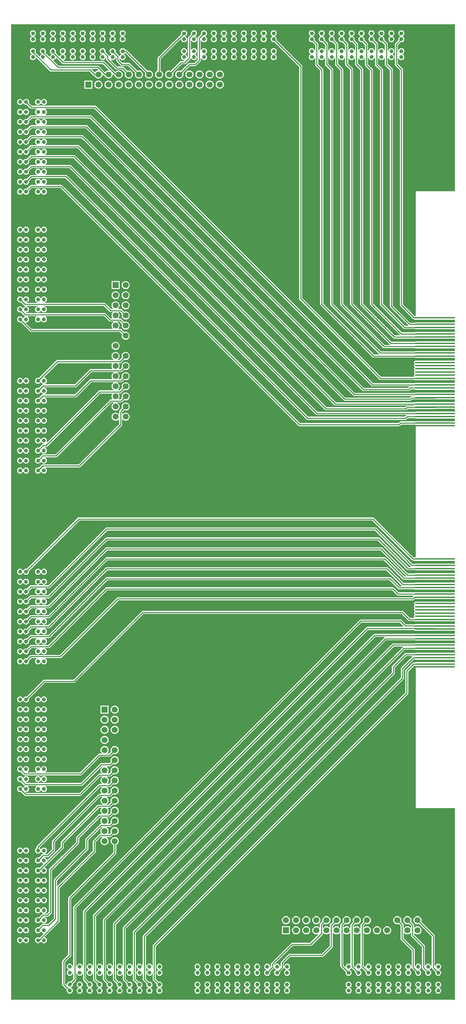
<source format=gbl>
%FSLAX23Y23*%
%MOIN*%
G70*
G01*
G75*
G04 Layer_Physical_Order=4*
G04 Layer_Color=16711680*
%ADD10R,0.394X0.016*%
%ADD11O,0.394X0.016*%
%ADD12C,0.010*%
%ADD13R,0.059X0.059*%
%ADD14C,0.059*%
%ADD15R,0.059X0.059*%
%ADD16C,0.039*%
%ADD17C,0.015*%
%ADD18C,0.200*%
G36*
X3150Y9316D02*
X3153Y9309D01*
X3158Y9303D01*
X3164Y9298D01*
X3171Y9295D01*
X3179Y9294D01*
X3187Y9295D01*
X3194Y9298D01*
X3200Y9303D01*
X3205Y9309D01*
X3208Y9316D01*
X3213Y9315D01*
Y9252D01*
X3213Y9252D01*
X3213D01*
X3214Y9246D01*
X3217Y9241D01*
X3262Y9196D01*
Y6883D01*
X3262Y6883D01*
X3262D01*
X3263Y6877D01*
X3266Y6872D01*
X3685Y6453D01*
X3690Y6450D01*
X3696Y6449D01*
X3993D01*
Y6446D01*
X4397D01*
Y6422D01*
X4393Y6419D01*
X4389Y6420D01*
X4011D01*
X4004Y6418D01*
X4002Y6417D01*
X3667D01*
X3194Y6889D01*
Y9201D01*
X3193Y9206D01*
X3193Y9207D01*
X3190Y9212D01*
X3145Y9257D01*
Y9317D01*
X3150Y9317D01*
X3150Y9316D01*
D02*
G37*
G36*
X3248D02*
X3251Y9309D01*
X3256Y9303D01*
X3262Y9298D01*
X3270Y9295D01*
X3277Y9294D01*
X3285Y9295D01*
X3292Y9298D01*
X3298Y9303D01*
X3303Y9309D01*
X3306Y9316D01*
X3311Y9315D01*
Y9254D01*
X3311Y9254D01*
X3311D01*
X3312Y9248D01*
X3315Y9243D01*
X3360Y9198D01*
Y6883D01*
X3360Y6883D01*
X3360D01*
X3362Y6877D01*
X3365Y6872D01*
X3752Y6485D01*
X3753Y6484D01*
X3752Y6480D01*
X3702D01*
X3293Y6889D01*
Y9203D01*
X3291Y9209D01*
X3288Y9214D01*
X3243Y9258D01*
Y9317D01*
X3248Y9317D01*
X3248Y9316D01*
D02*
G37*
G36*
X3573Y6076D02*
X3578Y6072D01*
X3584Y6071D01*
X3943D01*
X3945Y6066D01*
X3944Y6066D01*
X3933Y6054D01*
X3498D01*
X807Y8746D01*
X802Y8749D01*
X796Y8750D01*
X348D01*
X347Y8755D01*
X350Y8756D01*
X356Y8761D01*
X361Y8767D01*
X364Y8775D01*
X365Y8782D01*
X364Y8790D01*
X361Y8797D01*
X356Y8804D01*
X350Y8808D01*
X347Y8810D01*
X348Y8815D01*
X834D01*
X3573Y6076D01*
D02*
G37*
G36*
X3052Y9316D02*
X3054Y9309D01*
X3059Y9303D01*
X3065Y9298D01*
X3073Y9295D01*
X3080Y9294D01*
X3088Y9295D01*
X3095Y9298D01*
X3102Y9303D01*
X3106Y9309D01*
X3109Y9316D01*
X3114Y9315D01*
Y9251D01*
X3114Y9251D01*
X3114D01*
X3115Y9245D01*
X3119Y9240D01*
X3164Y9195D01*
Y6883D01*
X3164Y6883D01*
X3164D01*
X3165Y6877D01*
X3168Y6872D01*
X3650Y6390D01*
X3651Y6390D01*
X3649Y6385D01*
X3600D01*
X3096Y6889D01*
Y9200D01*
X3095Y9205D01*
X3091Y9210D01*
X3046Y9255D01*
Y9317D01*
X3051Y9317D01*
X3052Y9316D01*
D02*
G37*
G36*
X3347D02*
X3350Y9309D01*
X3355Y9303D01*
X3361Y9298D01*
X3368Y9295D01*
X3376Y9294D01*
X3383Y9295D01*
X3391Y9298D01*
X3397Y9303D01*
X3402Y9309D01*
X3405Y9316D01*
X3409Y9315D01*
Y9255D01*
X3409Y9255D01*
X3409D01*
X3411Y9249D01*
X3414Y9244D01*
X3459Y9200D01*
Y6883D01*
X3459Y6883D01*
X3459D01*
X3460Y6877D01*
X3463Y6872D01*
X3788Y6548D01*
X3788D01*
X3788Y6548D01*
X3788Y6548D01*
Y6548D01*
X3793Y6545D01*
X3798Y6543D01*
X4002D01*
X4004Y6542D01*
X4011Y6541D01*
X4389D01*
X4393Y6541D01*
X4397Y6538D01*
Y6516D01*
X4393Y6513D01*
X4389Y6514D01*
X4011D01*
X4004Y6513D01*
X4002Y6511D01*
X3769D01*
X3391Y6889D01*
Y9204D01*
X3390Y9209D01*
X3390Y9210D01*
X3387Y9215D01*
X3342Y9260D01*
Y9317D01*
X3347Y9317D01*
X3347Y9316D01*
D02*
G37*
G36*
X3642D02*
X3645Y9309D01*
X3650Y9303D01*
X3656Y9298D01*
X3663Y9295D01*
X3671Y9294D01*
X3679Y9295D01*
X3686Y9298D01*
X3692Y9303D01*
X3697Y9309D01*
X3700Y9316D01*
X3705Y9315D01*
Y9250D01*
X3706Y9244D01*
X3709Y9239D01*
X3754Y9194D01*
Y6862D01*
X3754Y6862D01*
X3754D01*
X3755Y6856D01*
X3759Y6851D01*
X3935Y6674D01*
X3936Y6673D01*
X3935Y6669D01*
X3907D01*
X3686Y6889D01*
Y9199D01*
X3685Y9204D01*
X3685Y9205D01*
X3682Y9210D01*
X3637Y9255D01*
Y9317D01*
X3642Y9317D01*
X3642Y9316D01*
D02*
G37*
G36*
X3891Y3698D02*
X3889Y3694D01*
X3533D01*
X3527Y3693D01*
X3522Y3689D01*
X725Y893D01*
X722Y888D01*
X721Y882D01*
Y348D01*
X716Y347D01*
X714Y350D01*
X710Y356D01*
X703Y361D01*
X696Y364D01*
X688Y365D01*
X681Y364D01*
X673Y361D01*
X667Y356D01*
X662Y350D01*
X660Y345D01*
X655Y346D01*
Y918D01*
X3473Y3736D01*
X3854D01*
X3891Y3698D01*
D02*
G37*
G36*
X3445Y9316D02*
X3448Y9309D01*
X3453Y9303D01*
X3459Y9298D01*
X3466Y9295D01*
X3474Y9294D01*
X3482Y9295D01*
X3489Y9298D01*
X3495Y9303D01*
X3500Y9309D01*
X3503Y9316D01*
X3508Y9315D01*
Y9247D01*
X3508Y9247D01*
X3508D01*
X3509Y9241D01*
X3512Y9236D01*
X3557Y9191D01*
Y6883D01*
X3557Y6883D01*
X3557D01*
X3558Y6877D01*
X3562Y6872D01*
X3854Y6579D01*
X3855Y6579D01*
X3854Y6574D01*
X3805D01*
X3489Y6889D01*
Y9206D01*
X3488Y9212D01*
X3485Y9217D01*
X3440Y9262D01*
Y9317D01*
X3445Y9317D01*
X3445Y9316D01*
D02*
G37*
G36*
X3544D02*
X3547Y9309D01*
X3551Y9303D01*
X3558Y9298D01*
X3565Y9295D01*
X3573Y9294D01*
X3580Y9295D01*
X3588Y9298D01*
X3594Y9303D01*
X3598Y9309D01*
X3601Y9316D01*
X3606Y9315D01*
Y9248D01*
X3607Y9243D01*
X3611Y9238D01*
X3656Y9193D01*
Y6883D01*
X3656Y6883D01*
X3656D01*
X3657Y6877D01*
X3660Y6872D01*
X3890Y6642D01*
X3890D01*
X3890Y6642D01*
X3890Y6642D01*
Y6642D01*
X3895Y6639D01*
X3901Y6638D01*
X4002D01*
X4004Y6636D01*
X4011Y6635D01*
X4389D01*
X4393Y6636D01*
X4397Y6633D01*
Y6611D01*
X4393Y6608D01*
X4389Y6608D01*
X4011D01*
X4004Y6607D01*
X4002Y6606D01*
X3872D01*
X3588Y6889D01*
Y9197D01*
X3587Y9203D01*
X3583Y9208D01*
X3538Y9253D01*
Y9317D01*
X3543Y9317D01*
X3544Y9316D01*
D02*
G37*
G36*
X4397Y8000D02*
X4010D01*
Y6767D01*
D01*
Y6767D01*
X4009Y6766D01*
X3999D01*
X3883Y6882D01*
Y9202D01*
X3882Y9208D01*
X3879Y9213D01*
X3835Y9256D01*
Y9312D01*
X3840Y9313D01*
X3842Y9309D01*
X3847Y9303D01*
X3853Y9298D01*
X3860Y9295D01*
X3868Y9294D01*
X3876Y9295D01*
X3883Y9298D01*
X3889Y9303D01*
X3894Y9309D01*
X3897Y9316D01*
X3898Y9324D01*
X3897Y9331D01*
X3894Y9339D01*
X3889Y9345D01*
X3883Y9350D01*
X3880Y9351D01*
Y9356D01*
X3883Y9357D01*
X3889Y9362D01*
X3894Y9368D01*
X3897Y9375D01*
X3898Y9383D01*
X3897Y9391D01*
X3894Y9398D01*
X3889Y9404D01*
X3883Y9409D01*
X3876Y9412D01*
X3868Y9413D01*
X3860Y9412D01*
X3853Y9409D01*
X3847Y9404D01*
X3842Y9398D01*
X3840Y9394D01*
X3835Y9395D01*
Y9447D01*
X3860Y9472D01*
X3868Y9471D01*
X3876Y9472D01*
X3883Y9475D01*
X3889Y9480D01*
X3894Y9486D01*
X3897Y9493D01*
X3898Y9501D01*
X3897Y9509D01*
X3894Y9516D01*
X3889Y9522D01*
X3883Y9527D01*
X3880Y9528D01*
Y9533D01*
X3883Y9534D01*
X3889Y9539D01*
X3894Y9545D01*
X3897Y9552D01*
X3898Y9560D01*
X3897Y9568D01*
X3894Y9575D01*
X3889Y9581D01*
X3883Y9586D01*
X3876Y9589D01*
X3868Y9590D01*
X3860Y9589D01*
X3853Y9586D01*
X3847Y9581D01*
X3842Y9575D01*
X3839Y9568D01*
X3838Y9560D01*
X3839Y9552D01*
X3842Y9545D01*
X3847Y9539D01*
X3853Y9534D01*
X3856Y9533D01*
Y9528D01*
X3853Y9527D01*
X3847Y9522D01*
X3842Y9516D01*
X3839Y9509D01*
X3838Y9501D01*
X3839Y9494D01*
X3809Y9464D01*
X3806Y9459D01*
X3805Y9453D01*
Y9250D01*
X3805Y9250D01*
X3805D01*
X3806Y9244D01*
X3809Y9239D01*
X3853Y9196D01*
Y6875D01*
X3853Y6875D01*
X3853D01*
X3854Y6869D01*
X3857Y6864D01*
X3984Y6737D01*
X3989Y6734D01*
X3993Y6733D01*
Y6730D01*
X4397D01*
Y6705D01*
X4393Y6702D01*
X4389Y6703D01*
X4011D01*
X4004Y6702D01*
X4002Y6700D01*
X3953D01*
X3785Y6868D01*
Y9201D01*
X3784Y9206D01*
X3780Y9211D01*
X3735Y9256D01*
Y9317D01*
X3740Y9317D01*
X3740Y9316D01*
X3743Y9309D01*
X3748Y9303D01*
X3754Y9298D01*
X3762Y9295D01*
X3769Y9294D01*
X3777Y9295D01*
X3784Y9298D01*
X3791Y9303D01*
X3795Y9309D01*
X3798Y9316D01*
X3799Y9324D01*
X3798Y9331D01*
X3795Y9339D01*
X3791Y9345D01*
X3784Y9350D01*
X3782Y9351D01*
Y9356D01*
X3784Y9357D01*
X3791Y9362D01*
X3795Y9368D01*
X3798Y9375D01*
X3799Y9383D01*
X3798Y9391D01*
X3795Y9398D01*
X3791Y9404D01*
X3784Y9409D01*
X3777Y9412D01*
X3769Y9413D01*
X3762Y9412D01*
X3754Y9409D01*
X3748Y9404D01*
X3743Y9398D01*
X3740Y9391D01*
X3740Y9389D01*
X3735Y9389D01*
Y9452D01*
X3734Y9458D01*
X3731Y9463D01*
X3700Y9494D01*
X3701Y9501D01*
X3700Y9509D01*
X3697Y9516D01*
X3692Y9522D01*
X3686Y9527D01*
X3683Y9528D01*
Y9533D01*
X3686Y9534D01*
X3692Y9539D01*
X3697Y9545D01*
X3700Y9552D01*
X3701Y9560D01*
X3700Y9568D01*
X3697Y9575D01*
X3692Y9581D01*
X3686Y9586D01*
X3679Y9589D01*
X3671Y9590D01*
X3663Y9589D01*
X3656Y9586D01*
X3650Y9581D01*
X3645Y9575D01*
X3642Y9568D01*
X3641Y9560D01*
X3642Y9552D01*
X3645Y9545D01*
X3650Y9539D01*
X3656Y9534D01*
X3659Y9533D01*
Y9528D01*
X3656Y9527D01*
X3650Y9522D01*
X3645Y9516D01*
X3642Y9509D01*
X3641Y9501D01*
X3642Y9493D01*
X3645Y9486D01*
X3650Y9480D01*
X3656Y9475D01*
X3663Y9472D01*
X3671Y9471D01*
X3678Y9472D01*
X3705Y9446D01*
Y9392D01*
X3700Y9391D01*
X3697Y9398D01*
X3692Y9404D01*
X3686Y9409D01*
X3679Y9412D01*
X3671Y9413D01*
X3663Y9412D01*
X3656Y9409D01*
X3650Y9404D01*
X3645Y9398D01*
X3642Y9391D01*
X3642Y9389D01*
X3637Y9389D01*
Y9452D01*
X3636Y9458D01*
X3632Y9463D01*
X3602Y9494D01*
X3602Y9501D01*
X3601Y9509D01*
X3598Y9516D01*
X3594Y9522D01*
X3588Y9527D01*
X3585Y9528D01*
Y9533D01*
X3588Y9534D01*
X3594Y9539D01*
X3598Y9545D01*
X3601Y9552D01*
X3602Y9560D01*
X3601Y9568D01*
X3598Y9575D01*
X3594Y9581D01*
X3588Y9586D01*
X3580Y9589D01*
X3573Y9590D01*
X3565Y9589D01*
X3558Y9586D01*
X3551Y9581D01*
X3547Y9575D01*
X3544Y9568D01*
X3543Y9560D01*
X3544Y9552D01*
X3547Y9545D01*
X3551Y9539D01*
X3558Y9534D01*
X3560Y9533D01*
Y9528D01*
X3558Y9527D01*
X3551Y9522D01*
X3547Y9516D01*
X3544Y9509D01*
X3543Y9501D01*
X3544Y9493D01*
X3547Y9486D01*
X3551Y9480D01*
X3558Y9475D01*
X3565Y9472D01*
X3573Y9471D01*
X3580Y9472D01*
X3606Y9446D01*
Y9392D01*
X3601Y9391D01*
X3598Y9398D01*
X3594Y9404D01*
X3588Y9409D01*
X3580Y9412D01*
X3573Y9413D01*
X3565Y9412D01*
X3558Y9409D01*
X3551Y9404D01*
X3547Y9398D01*
X3544Y9391D01*
X3543Y9389D01*
X3538Y9389D01*
Y9452D01*
X3537Y9458D01*
X3534Y9463D01*
X3503Y9494D01*
X3504Y9501D01*
X3503Y9509D01*
X3500Y9516D01*
X3495Y9522D01*
X3489Y9527D01*
X3486Y9528D01*
Y9533D01*
X3489Y9534D01*
X3495Y9539D01*
X3500Y9545D01*
X3503Y9552D01*
X3504Y9560D01*
X3503Y9568D01*
X3500Y9575D01*
X3495Y9581D01*
X3489Y9586D01*
X3482Y9589D01*
X3474Y9590D01*
X3466Y9589D01*
X3459Y9586D01*
X3453Y9581D01*
X3448Y9575D01*
X3445Y9568D01*
X3444Y9560D01*
X3445Y9552D01*
X3448Y9545D01*
X3453Y9539D01*
X3459Y9534D01*
X3462Y9533D01*
Y9528D01*
X3459Y9527D01*
X3453Y9522D01*
X3448Y9516D01*
X3445Y9509D01*
X3444Y9501D01*
X3445Y9493D01*
X3448Y9486D01*
X3453Y9480D01*
X3459Y9475D01*
X3466Y9472D01*
X3474Y9471D01*
X3481Y9472D01*
X3508Y9446D01*
Y9392D01*
X3503Y9391D01*
X3500Y9398D01*
X3495Y9404D01*
X3489Y9409D01*
X3482Y9412D01*
X3474Y9413D01*
X3466Y9412D01*
X3459Y9409D01*
X3453Y9404D01*
X3448Y9398D01*
X3445Y9391D01*
X3445Y9389D01*
X3440Y9389D01*
Y9452D01*
X3439Y9458D01*
X3436Y9463D01*
X3405Y9494D01*
X3406Y9501D01*
X3405Y9509D01*
X3402Y9516D01*
X3397Y9522D01*
X3391Y9527D01*
X3388Y9528D01*
Y9533D01*
X3391Y9534D01*
X3397Y9539D01*
X3402Y9545D01*
X3405Y9552D01*
X3406Y9560D01*
X3405Y9568D01*
X3402Y9575D01*
X3397Y9581D01*
X3391Y9586D01*
X3383Y9589D01*
X3376Y9590D01*
X3368Y9589D01*
X3361Y9586D01*
X3355Y9581D01*
X3350Y9575D01*
X3347Y9568D01*
X3346Y9560D01*
X3347Y9552D01*
X3350Y9545D01*
X3355Y9539D01*
X3361Y9534D01*
X3363Y9533D01*
Y9528D01*
X3361Y9527D01*
X3355Y9522D01*
X3350Y9516D01*
X3347Y9509D01*
X3346Y9501D01*
X3347Y9493D01*
X3350Y9486D01*
X3355Y9480D01*
X3361Y9475D01*
X3368Y9472D01*
X3376Y9471D01*
X3383Y9472D01*
X3409Y9446D01*
Y9392D01*
X3405Y9391D01*
X3402Y9398D01*
X3397Y9404D01*
X3391Y9409D01*
X3383Y9412D01*
X3376Y9413D01*
X3368Y9412D01*
X3361Y9409D01*
X3355Y9404D01*
X3350Y9398D01*
X3347Y9391D01*
X3347Y9389D01*
X3342Y9389D01*
Y9452D01*
X3340Y9458D01*
X3337Y9463D01*
X3306Y9494D01*
X3307Y9501D01*
X3306Y9509D01*
X3303Y9516D01*
X3298Y9522D01*
X3292Y9527D01*
X3290Y9528D01*
Y9533D01*
X3292Y9534D01*
X3298Y9539D01*
X3303Y9545D01*
X3306Y9552D01*
X3307Y9560D01*
X3306Y9568D01*
X3303Y9575D01*
X3298Y9581D01*
X3292Y9586D01*
X3285Y9589D01*
X3277Y9590D01*
X3270Y9589D01*
X3262Y9586D01*
X3256Y9581D01*
X3251Y9575D01*
X3248Y9568D01*
X3247Y9560D01*
X3248Y9552D01*
X3251Y9545D01*
X3256Y9539D01*
X3262Y9534D01*
X3265Y9533D01*
Y9528D01*
X3262Y9527D01*
X3256Y9522D01*
X3251Y9516D01*
X3248Y9509D01*
X3247Y9501D01*
X3248Y9493D01*
X3251Y9486D01*
X3256Y9480D01*
X3262Y9475D01*
X3270Y9472D01*
X3277Y9471D01*
X3285Y9472D01*
X3311Y9446D01*
Y9392D01*
X3306Y9391D01*
X3303Y9398D01*
X3298Y9404D01*
X3292Y9409D01*
X3285Y9412D01*
X3277Y9413D01*
X3270Y9412D01*
X3262Y9409D01*
X3256Y9404D01*
X3251Y9398D01*
X3248Y9391D01*
X3248Y9389D01*
X3243Y9389D01*
Y9452D01*
X3242Y9458D01*
X3239Y9463D01*
X3208Y9494D01*
X3209Y9501D01*
X3208Y9509D01*
X3205Y9516D01*
X3200Y9522D01*
X3194Y9527D01*
X3191Y9528D01*
Y9533D01*
X3194Y9534D01*
X3200Y9539D01*
X3205Y9545D01*
X3208Y9552D01*
X3209Y9560D01*
X3208Y9568D01*
X3205Y9575D01*
X3200Y9581D01*
X3194Y9586D01*
X3187Y9589D01*
X3179Y9590D01*
X3171Y9589D01*
X3164Y9586D01*
X3158Y9581D01*
X3153Y9575D01*
X3150Y9568D01*
X3149Y9560D01*
X3150Y9552D01*
X3153Y9545D01*
X3158Y9539D01*
X3164Y9534D01*
X3167Y9533D01*
Y9528D01*
X3164Y9527D01*
X3158Y9522D01*
X3153Y9516D01*
X3150Y9509D01*
X3149Y9501D01*
X3150Y9493D01*
X3153Y9486D01*
X3158Y9480D01*
X3164Y9475D01*
X3171Y9472D01*
X3179Y9471D01*
X3186Y9472D01*
X3213Y9446D01*
Y9392D01*
X3208Y9391D01*
X3205Y9398D01*
X3200Y9404D01*
X3194Y9409D01*
X3187Y9412D01*
X3179Y9413D01*
X3171Y9412D01*
X3164Y9409D01*
X3158Y9404D01*
X3153Y9398D01*
X3150Y9391D01*
X3150Y9389D01*
X3145Y9389D01*
Y9452D01*
X3144Y9458D01*
X3140Y9463D01*
X3109Y9494D01*
X3110Y9501D01*
X3109Y9509D01*
X3106Y9516D01*
X3102Y9522D01*
X3095Y9527D01*
X3093Y9528D01*
Y9533D01*
X3095Y9534D01*
X3102Y9539D01*
X3106Y9545D01*
X3109Y9552D01*
X3110Y9560D01*
X3109Y9568D01*
X3106Y9575D01*
X3102Y9581D01*
X3095Y9586D01*
X3088Y9589D01*
X3080Y9590D01*
X3073Y9589D01*
X3065Y9586D01*
X3059Y9581D01*
X3054Y9575D01*
X3052Y9568D01*
X3050Y9560D01*
X3052Y9552D01*
X3054Y9545D01*
X3059Y9539D01*
X3065Y9534D01*
X3068Y9533D01*
Y9528D01*
X3065Y9527D01*
X3059Y9522D01*
X3054Y9516D01*
X3052Y9509D01*
X3050Y9501D01*
X3052Y9493D01*
X3054Y9486D01*
X3059Y9480D01*
X3065Y9475D01*
X3073Y9472D01*
X3080Y9471D01*
X3088Y9472D01*
X3114Y9446D01*
Y9392D01*
X3109Y9391D01*
X3106Y9398D01*
X3102Y9404D01*
X3095Y9409D01*
X3088Y9412D01*
X3080Y9413D01*
X3073Y9412D01*
X3065Y9409D01*
X3059Y9404D01*
X3054Y9398D01*
X3052Y9391D01*
X3051Y9389D01*
X3046Y9389D01*
Y9452D01*
X3045Y9458D01*
X3042Y9463D01*
X3011Y9494D01*
X3012Y9501D01*
X3011Y9509D01*
X3008Y9516D01*
X3003Y9522D01*
X2997Y9527D01*
X2994Y9528D01*
Y9533D01*
X2997Y9534D01*
X3003Y9539D01*
X3008Y9545D01*
X3011Y9552D01*
X3012Y9560D01*
X3011Y9568D01*
X3008Y9575D01*
X3003Y9581D01*
X2997Y9586D01*
X2990Y9589D01*
X2982Y9590D01*
X2974Y9589D01*
X2967Y9586D01*
X2961Y9581D01*
X2956Y9575D01*
X2953Y9568D01*
X2952Y9560D01*
X2953Y9552D01*
X2956Y9545D01*
X2961Y9539D01*
X2967Y9534D01*
X2970Y9533D01*
Y9528D01*
X2967Y9527D01*
X2961Y9522D01*
X2956Y9516D01*
X2953Y9509D01*
X2952Y9501D01*
X2953Y9493D01*
X2956Y9486D01*
X2961Y9480D01*
X2967Y9475D01*
X2974Y9472D01*
X2982Y9471D01*
X2989Y9472D01*
X3016Y9446D01*
Y9392D01*
X3011Y9391D01*
X3008Y9398D01*
X3003Y9404D01*
X2997Y9409D01*
X2990Y9412D01*
X2982Y9413D01*
X2974Y9412D01*
X2967Y9409D01*
X2961Y9404D01*
X2956Y9398D01*
X2953Y9391D01*
X2952Y9383D01*
X2953Y9375D01*
X2956Y9368D01*
X2961Y9362D01*
X2967Y9357D01*
X2970Y9356D01*
Y9351D01*
X2967Y9350D01*
X2961Y9345D01*
X2956Y9339D01*
X2953Y9331D01*
X2952Y9324D01*
X2953Y9316D01*
X2956Y9309D01*
X2961Y9303D01*
X2967Y9298D01*
X2974Y9295D01*
X2982Y9294D01*
X2990Y9295D01*
X2997Y9298D01*
X3003Y9303D01*
X3008Y9309D01*
X3011Y9316D01*
X3016Y9315D01*
Y9249D01*
X3016Y9249D01*
X3016D01*
X3017Y9243D01*
X3020Y9238D01*
X3065Y9193D01*
Y6883D01*
X3065Y6883D01*
X3065D01*
X3066Y6877D01*
X3070Y6872D01*
X3583Y6359D01*
X3588Y6356D01*
X3594Y6354D01*
X4002D01*
X4004Y6353D01*
X4011Y6352D01*
X4389D01*
X4393Y6352D01*
X4397Y6349D01*
Y6327D01*
X4393Y6324D01*
X4389Y6325D01*
X4011D01*
X4004Y6324D01*
X3998Y6320D01*
X3994Y6314D01*
X3993Y6307D01*
X3994Y6300D01*
X3998Y6294D01*
X3999Y6294D01*
Y6289D01*
X3998Y6288D01*
X3994Y6282D01*
X3993Y6275D01*
X3994Y6268D01*
X3998Y6262D01*
X3999Y6262D01*
Y6257D01*
X3998Y6257D01*
X3994Y6251D01*
X3993Y6244D01*
X3994Y6237D01*
X3998Y6231D01*
X3999Y6231D01*
Y6226D01*
X3998Y6225D01*
X3994Y6219D01*
X3993Y6212D01*
X3994Y6205D01*
X3998Y6199D01*
X3999Y6199D01*
Y6194D01*
X3998Y6194D01*
X3994Y6188D01*
X3993Y6181D01*
X3994Y6174D01*
X3996Y6172D01*
X3993Y6167D01*
X3993D01*
Y6165D01*
X3667D01*
X2887Y6944D01*
Y9235D01*
X2886Y9241D01*
X2883Y9246D01*
X2635Y9494D01*
X2636Y9501D01*
X2635Y9509D01*
X2632Y9516D01*
X2627Y9522D01*
X2621Y9527D01*
X2618Y9528D01*
Y9533D01*
X2621Y9534D01*
X2627Y9539D01*
X2632Y9545D01*
X2635Y9552D01*
X2636Y9560D01*
X2635Y9568D01*
X2632Y9575D01*
X2627Y9581D01*
X2621Y9586D01*
X2614Y9589D01*
X2606Y9590D01*
X2598Y9589D01*
X2591Y9586D01*
X2585Y9581D01*
X2580Y9575D01*
X2577Y9568D01*
X2576Y9560D01*
X2577Y9552D01*
X2580Y9545D01*
X2585Y9539D01*
X2591Y9534D01*
X2594Y9533D01*
Y9528D01*
X2591Y9527D01*
X2585Y9522D01*
X2580Y9516D01*
X2577Y9509D01*
X2576Y9501D01*
X2577Y9493D01*
X2580Y9486D01*
X2585Y9480D01*
X2591Y9475D01*
X2598Y9472D01*
X2606Y9471D01*
X2613Y9472D01*
X2857Y9228D01*
Y6938D01*
X2857Y6938D01*
X2857D01*
X2858Y6932D01*
X2861Y6927D01*
X3649Y6139D01*
X3654Y6135D01*
X3654Y6135D01*
X3654Y6135D01*
D01*
X3654Y6135D01*
X3654Y6135D01*
X3660Y6134D01*
X3993D01*
Y6131D01*
X4397D01*
Y6107D01*
X4393Y6104D01*
X4389Y6105D01*
X4011D01*
X4004Y6103D01*
X4002Y6102D01*
X3590D01*
X851Y8841D01*
X846Y8844D01*
X840Y8845D01*
X215D01*
X187Y8873D01*
X188Y8881D01*
X187Y8889D01*
X184Y8896D01*
X179Y8902D01*
X173Y8907D01*
X166Y8910D01*
X158Y8911D01*
X150Y8910D01*
X143Y8907D01*
X137Y8902D01*
X132Y8896D01*
X131Y8893D01*
X126D01*
X125Y8896D01*
X120Y8902D01*
X114Y8907D01*
X107Y8910D01*
X99Y8911D01*
X91Y8910D01*
X84Y8907D01*
X78Y8902D01*
X73Y8896D01*
X70Y8889D01*
X69Y8881D01*
X70Y8873D01*
X73Y8866D01*
X78Y8860D01*
X84Y8855D01*
X91Y8852D01*
X99Y8851D01*
X107Y8852D01*
X114Y8855D01*
X120Y8860D01*
X125Y8866D01*
X126Y8869D01*
X131D01*
X132Y8866D01*
X137Y8860D01*
X143Y8855D01*
X150Y8852D01*
X158Y8851D01*
X165Y8852D01*
X198Y8819D01*
X203Y8816D01*
X209Y8815D01*
X264D01*
X265Y8810D01*
X261Y8808D01*
X255Y8804D01*
X250Y8797D01*
X247Y8790D01*
X246Y8782D01*
X247Y8775D01*
X250Y8767D01*
X255Y8761D01*
X261Y8756D01*
X264Y8755D01*
X263Y8750D01*
X209D01*
X203Y8749D01*
X198Y8746D01*
X165Y8713D01*
X158Y8714D01*
X150Y8713D01*
X143Y8710D01*
X137Y8705D01*
X132Y8699D01*
X131Y8696D01*
X126D01*
X125Y8699D01*
X120Y8705D01*
X114Y8710D01*
X107Y8713D01*
X99Y8714D01*
X91Y8713D01*
X84Y8710D01*
X78Y8705D01*
X73Y8699D01*
X70Y8692D01*
X69Y8684D01*
X70Y8676D01*
X73Y8669D01*
X78Y8663D01*
X84Y8658D01*
X91Y8655D01*
X99Y8654D01*
X107Y8655D01*
X114Y8658D01*
X120Y8663D01*
X125Y8669D01*
X126Y8672D01*
X131D01*
X132Y8669D01*
X137Y8663D01*
X143Y8658D01*
X150Y8655D01*
X158Y8654D01*
X166Y8655D01*
X173Y8658D01*
X179Y8663D01*
X184Y8669D01*
X187Y8676D01*
X188Y8684D01*
X187Y8691D01*
X215Y8720D01*
X790D01*
X3481Y6028D01*
X3486Y6025D01*
X3492Y6024D01*
X3939D01*
X3945Y6025D01*
X3950Y6028D01*
X3950Y6028D01*
X3950Y6028D01*
X3961Y6040D01*
X4002D01*
X4004Y6038D01*
X4011Y6037D01*
X4389D01*
X4393Y6037D01*
X4397Y6034D01*
Y6012D01*
X4393Y6009D01*
X4389Y6010D01*
X4011D01*
X4004Y6009D01*
X4002Y6007D01*
X3406D01*
X766Y8647D01*
X761Y8651D01*
X755Y8652D01*
X348D01*
X347Y8657D01*
X350Y8658D01*
X356Y8663D01*
X361Y8669D01*
X364Y8676D01*
X365Y8684D01*
X364Y8692D01*
X361Y8699D01*
X356Y8705D01*
X350Y8710D01*
X343Y8713D01*
X335Y8714D01*
X328Y8713D01*
X320Y8710D01*
X314Y8705D01*
X309Y8699D01*
X308Y8696D01*
X303D01*
X302Y8699D01*
X297Y8705D01*
X291Y8710D01*
X284Y8713D01*
X276Y8714D01*
X268Y8713D01*
X261Y8710D01*
X255Y8705D01*
X250Y8699D01*
X247Y8692D01*
X246Y8684D01*
X247Y8676D01*
X250Y8669D01*
X255Y8663D01*
X261Y8658D01*
X264Y8657D01*
X263Y8652D01*
X209D01*
X203Y8651D01*
X198Y8647D01*
X165Y8615D01*
X158Y8615D01*
X150Y8614D01*
X143Y8611D01*
X137Y8607D01*
X132Y8601D01*
X131Y8598D01*
X126D01*
X125Y8601D01*
X120Y8607D01*
X114Y8611D01*
X107Y8614D01*
X99Y8615D01*
X91Y8614D01*
X84Y8611D01*
X78Y8607D01*
X73Y8601D01*
X70Y8593D01*
X69Y8586D01*
X70Y8578D01*
X73Y8571D01*
X78Y8564D01*
X84Y8560D01*
X91Y8557D01*
X99Y8556D01*
X107Y8557D01*
X114Y8560D01*
X120Y8564D01*
X125Y8571D01*
X126Y8573D01*
X131D01*
X132Y8571D01*
X137Y8564D01*
X143Y8560D01*
X150Y8557D01*
X158Y8556D01*
X166Y8557D01*
X173Y8560D01*
X179Y8564D01*
X184Y8571D01*
X187Y8578D01*
X188Y8586D01*
X187Y8593D01*
X215Y8621D01*
X749D01*
X3389Y5981D01*
X3394Y5978D01*
X3400Y5977D01*
X3995D01*
X3996Y5976D01*
X3993Y5971D01*
X3969D01*
X3963Y5970D01*
X3958Y5967D01*
X3951Y5960D01*
X3315D01*
X725Y8549D01*
X720Y8552D01*
X715Y8553D01*
X348D01*
X347Y8558D01*
X350Y8560D01*
X356Y8564D01*
X361Y8571D01*
X364Y8578D01*
X365Y8586D01*
X364Y8593D01*
X361Y8601D01*
X356Y8607D01*
X350Y8611D01*
X343Y8614D01*
X335Y8615D01*
X328Y8614D01*
X320Y8611D01*
X314Y8607D01*
X309Y8601D01*
X308Y8598D01*
X303D01*
X302Y8601D01*
X297Y8607D01*
X291Y8611D01*
X284Y8614D01*
X276Y8615D01*
X268Y8614D01*
X261Y8611D01*
X255Y8607D01*
X250Y8601D01*
X247Y8593D01*
X246Y8586D01*
X247Y8578D01*
X250Y8571D01*
X255Y8564D01*
X261Y8560D01*
X264Y8558D01*
X263Y8553D01*
X209D01*
X203Y8552D01*
X198Y8549D01*
X165Y8516D01*
X158Y8517D01*
X150Y8516D01*
X143Y8513D01*
X137Y8508D01*
X132Y8502D01*
X131Y8499D01*
X126D01*
X125Y8502D01*
X120Y8508D01*
X114Y8513D01*
X107Y8516D01*
X99Y8517D01*
X91Y8516D01*
X84Y8513D01*
X78Y8508D01*
X73Y8502D01*
X70Y8495D01*
X69Y8487D01*
X70Y8479D01*
X73Y8472D01*
X78Y8466D01*
X84Y8461D01*
X91Y8458D01*
X99Y8457D01*
X107Y8458D01*
X114Y8461D01*
X120Y8466D01*
X125Y8472D01*
X126Y8475D01*
X131D01*
X132Y8472D01*
X137Y8466D01*
X143Y8461D01*
X150Y8458D01*
X158Y8457D01*
X166Y8458D01*
X173Y8461D01*
X179Y8466D01*
X184Y8472D01*
X187Y8479D01*
X188Y8487D01*
X187Y8494D01*
X215Y8523D01*
X708D01*
X3297Y5934D01*
X3302Y5930D01*
X3308Y5929D01*
X3957D01*
X3963Y5930D01*
X3968Y5934D01*
X3968Y5934D01*
X3968Y5934D01*
X3975Y5941D01*
X4196D01*
X4202Y5942D01*
X4202Y5942D01*
X4389D01*
X4393Y5943D01*
X4397Y5940D01*
Y5918D01*
X4393Y5915D01*
X4389Y5916D01*
X4011D01*
X4004Y5914D01*
X4002Y5913D01*
X3223D01*
X685Y8451D01*
X680Y8454D01*
X674Y8455D01*
X348D01*
X347Y8460D01*
X350Y8461D01*
X356Y8466D01*
X361Y8472D01*
X364Y8479D01*
X365Y8487D01*
X364Y8495D01*
X361Y8502D01*
X356Y8508D01*
X350Y8513D01*
X343Y8516D01*
X335Y8517D01*
X328Y8516D01*
X320Y8513D01*
X314Y8508D01*
X309Y8502D01*
X308Y8499D01*
X303D01*
X302Y8502D01*
X297Y8508D01*
X291Y8513D01*
X284Y8516D01*
X276Y8517D01*
X268Y8516D01*
X261Y8513D01*
X255Y8508D01*
X250Y8502D01*
X247Y8495D01*
X246Y8487D01*
X247Y8479D01*
X250Y8472D01*
X255Y8466D01*
X261Y8461D01*
X264Y8460D01*
X263Y8455D01*
X209D01*
X203Y8454D01*
X198Y8451D01*
X165Y8418D01*
X158Y8419D01*
X150Y8418D01*
X143Y8415D01*
X137Y8410D01*
X132Y8404D01*
X131Y8401D01*
X126D01*
X125Y8404D01*
X120Y8410D01*
X114Y8415D01*
X107Y8418D01*
X99Y8419D01*
X91Y8418D01*
X84Y8415D01*
X78Y8410D01*
X73Y8404D01*
X70Y8396D01*
X69Y8389D01*
X70Y8381D01*
X73Y8374D01*
X78Y8368D01*
X84Y8363D01*
X91Y8360D01*
X99Y8359D01*
X107Y8360D01*
X114Y8363D01*
X120Y8368D01*
X125Y8374D01*
X126Y8376D01*
X131D01*
X132Y8374D01*
X137Y8368D01*
X143Y8363D01*
X150Y8360D01*
X158Y8359D01*
X166Y8360D01*
X173Y8363D01*
X179Y8368D01*
X184Y8374D01*
X187Y8381D01*
X188Y8389D01*
X187Y8396D01*
X215Y8424D01*
X668D01*
X3205Y5887D01*
X3205D01*
X3205Y5887D01*
X3205Y5887D01*
Y5887D01*
X3210Y5883D01*
X3216Y5882D01*
X3995D01*
X3996Y5881D01*
X3993Y5877D01*
X3923D01*
X3917Y5876D01*
X3912Y5872D01*
X3905Y5865D01*
X3131D01*
X644Y8352D01*
X639Y8355D01*
X633Y8357D01*
X348D01*
X347Y8361D01*
X350Y8363D01*
X356Y8368D01*
X361Y8374D01*
X364Y8381D01*
X365Y8389D01*
X364Y8396D01*
X361Y8404D01*
X356Y8410D01*
X350Y8415D01*
X343Y8418D01*
X335Y8419D01*
X328Y8418D01*
X320Y8415D01*
X314Y8410D01*
X309Y8404D01*
X308Y8401D01*
X303D01*
X302Y8404D01*
X297Y8410D01*
X291Y8415D01*
X284Y8418D01*
X276Y8419D01*
X268Y8418D01*
X261Y8415D01*
X255Y8410D01*
X250Y8404D01*
X247Y8396D01*
X246Y8389D01*
X247Y8381D01*
X250Y8374D01*
X255Y8368D01*
X261Y8363D01*
X264Y8361D01*
X263Y8357D01*
X209D01*
X203Y8355D01*
X198Y8352D01*
X165Y8319D01*
X158Y8320D01*
X150Y8319D01*
X143Y8316D01*
X137Y8311D01*
X132Y8305D01*
X131Y8303D01*
X126D01*
X125Y8305D01*
X120Y8311D01*
X114Y8316D01*
X107Y8319D01*
X99Y8320D01*
X91Y8319D01*
X84Y8316D01*
X78Y8311D01*
X73Y8305D01*
X70Y8298D01*
X69Y8290D01*
X70Y8283D01*
X73Y8275D01*
X78Y8269D01*
X84Y8264D01*
X91Y8261D01*
X99Y8260D01*
X107Y8261D01*
X114Y8264D01*
X120Y8269D01*
X125Y8275D01*
X126Y8278D01*
X131D01*
X132Y8275D01*
X137Y8269D01*
X143Y8264D01*
X150Y8261D01*
X158Y8260D01*
X166Y8261D01*
X173Y8264D01*
X179Y8269D01*
X184Y8275D01*
X187Y8283D01*
X188Y8290D01*
X187Y8298D01*
X215Y8326D01*
X627D01*
X3113Y5839D01*
X3118Y5836D01*
X3124Y5835D01*
X3911D01*
X3917Y5836D01*
X3922Y5839D01*
X3922Y5839D01*
X3922Y5839D01*
X3929Y5846D01*
X4196D01*
X4202Y5847D01*
X4202Y5848D01*
X4389D01*
X4393Y5848D01*
X4397Y5845D01*
Y5823D01*
X4393Y5820D01*
X4389Y5821D01*
X4011D01*
X4004Y5820D01*
X4002Y5818D01*
X3039D01*
X603Y8254D01*
X598Y8257D01*
X592Y8258D01*
X348D01*
X347Y8263D01*
X350Y8264D01*
X356Y8269D01*
X361Y8275D01*
X364Y8283D01*
X365Y8290D01*
X364Y8298D01*
X361Y8305D01*
X356Y8311D01*
X350Y8316D01*
X343Y8319D01*
X335Y8320D01*
X328Y8319D01*
X320Y8316D01*
X314Y8311D01*
X309Y8305D01*
X308Y8303D01*
X303D01*
X302Y8305D01*
X297Y8311D01*
X291Y8316D01*
X284Y8319D01*
X276Y8320D01*
X268Y8319D01*
X261Y8316D01*
X255Y8311D01*
X250Y8305D01*
X247Y8298D01*
X246Y8290D01*
X247Y8283D01*
X250Y8275D01*
X255Y8269D01*
X261Y8264D01*
X264Y8263D01*
X263Y8258D01*
X209D01*
X203Y8257D01*
X198Y8254D01*
X165Y8221D01*
X158Y8222D01*
X150Y8221D01*
X143Y8218D01*
X137Y8213D01*
X132Y8207D01*
X131Y8204D01*
X126D01*
X125Y8207D01*
X120Y8213D01*
X114Y8218D01*
X107Y8221D01*
X99Y8222D01*
X91Y8221D01*
X84Y8218D01*
X78Y8213D01*
X73Y8207D01*
X70Y8200D01*
X69Y8192D01*
X70Y8184D01*
X73Y8177D01*
X78Y8171D01*
X84Y8166D01*
X91Y8163D01*
X99Y8162D01*
X107Y8163D01*
X114Y8166D01*
X120Y8171D01*
X125Y8177D01*
X126Y8180D01*
X131D01*
X132Y8177D01*
X137Y8171D01*
X143Y8166D01*
X150Y8163D01*
X158Y8162D01*
X166Y8163D01*
X173Y8166D01*
X179Y8171D01*
X184Y8177D01*
X187Y8184D01*
X188Y8192D01*
X187Y8199D01*
X215Y8228D01*
X586D01*
X3022Y5792D01*
X3026Y5789D01*
X3032Y5788D01*
X3915D01*
X3916Y5783D01*
X3916Y5782D01*
X3904Y5771D01*
X2947D01*
X562Y8155D01*
X557Y8159D01*
X552Y8160D01*
X348D01*
X347Y8165D01*
X350Y8166D01*
X356Y8171D01*
X361Y8177D01*
X364Y8184D01*
X365Y8192D01*
X364Y8200D01*
X361Y8207D01*
X356Y8213D01*
X350Y8218D01*
X343Y8221D01*
X335Y8222D01*
X328Y8221D01*
X320Y8218D01*
X314Y8213D01*
X309Y8207D01*
X308Y8204D01*
X303D01*
X302Y8207D01*
X297Y8213D01*
X291Y8218D01*
X284Y8221D01*
X276Y8222D01*
X268Y8221D01*
X261Y8218D01*
X255Y8213D01*
X250Y8207D01*
X247Y8200D01*
X246Y8192D01*
X247Y8184D01*
X250Y8177D01*
X255Y8171D01*
X261Y8166D01*
X264Y8165D01*
X263Y8160D01*
X209D01*
X203Y8159D01*
X198Y8155D01*
X165Y8122D01*
X158Y8123D01*
X150Y8122D01*
X143Y8119D01*
X137Y8115D01*
X132Y8108D01*
X131Y8106D01*
X126D01*
X125Y8108D01*
X120Y8115D01*
X114Y8119D01*
X107Y8122D01*
X99Y8123D01*
X91Y8122D01*
X84Y8119D01*
X78Y8115D01*
X73Y8108D01*
X70Y8101D01*
X69Y8093D01*
X70Y8086D01*
X73Y8078D01*
X78Y8072D01*
X84Y8067D01*
X91Y8065D01*
X99Y8063D01*
X107Y8065D01*
X114Y8067D01*
X120Y8072D01*
X125Y8078D01*
X126Y8081D01*
X131D01*
X132Y8078D01*
X137Y8072D01*
X143Y8067D01*
X150Y8065D01*
X158Y8063D01*
X166Y8065D01*
X173Y8067D01*
X179Y8072D01*
X184Y8078D01*
X187Y8086D01*
X188Y8093D01*
X187Y8101D01*
X215Y8129D01*
X545D01*
X2930Y5745D01*
X2935Y5741D01*
X2940Y5740D01*
X3911D01*
X3916Y5741D01*
X3921Y5745D01*
X3921Y5745D01*
X3921Y5745D01*
X3933Y5756D01*
X4002D01*
X4004Y5755D01*
X4011Y5753D01*
X4389D01*
X4393Y5754D01*
X4397Y5751D01*
Y5729D01*
X4393Y5726D01*
X4389Y5727D01*
X4011D01*
X4004Y5725D01*
X4002Y5724D01*
X3861D01*
X3855Y5723D01*
X3850Y5719D01*
X3839Y5708D01*
X2866D01*
X517Y8057D01*
X512Y8060D01*
X506Y8061D01*
X348D01*
X347Y8066D01*
X350Y8067D01*
X356Y8072D01*
X361Y8078D01*
X364Y8086D01*
X365Y8093D01*
X364Y8101D01*
X361Y8108D01*
X356Y8115D01*
X350Y8119D01*
X343Y8122D01*
X335Y8123D01*
X328Y8122D01*
X320Y8119D01*
X314Y8115D01*
X309Y8108D01*
X308Y8106D01*
X303D01*
X302Y8108D01*
X297Y8115D01*
X291Y8119D01*
X284Y8122D01*
X276Y8123D01*
X268Y8122D01*
X261Y8119D01*
X255Y8115D01*
X250Y8108D01*
X247Y8101D01*
X246Y8093D01*
X247Y8086D01*
X250Y8078D01*
X255Y8072D01*
X261Y8067D01*
X264Y8066D01*
X263Y8061D01*
X209D01*
X203Y8060D01*
X198Y8057D01*
X165Y8024D01*
X158Y8025D01*
X150Y8024D01*
X143Y8021D01*
X137Y8016D01*
X132Y8010D01*
X131Y8007D01*
X126D01*
X125Y8010D01*
X120Y8016D01*
X114Y8021D01*
X107Y8024D01*
X99Y8025D01*
X91Y8024D01*
X84Y8021D01*
X78Y8016D01*
X73Y8010D01*
X70Y8003D01*
X69Y7995D01*
X70Y7987D01*
X73Y7980D01*
X78Y7974D01*
X84Y7969D01*
X91Y7966D01*
X99Y7965D01*
X107Y7966D01*
X114Y7969D01*
X120Y7974D01*
X125Y7980D01*
X126Y7983D01*
X131D01*
X132Y7980D01*
X137Y7974D01*
X143Y7969D01*
X150Y7966D01*
X158Y7965D01*
X166Y7966D01*
X173Y7969D01*
X179Y7974D01*
X184Y7980D01*
X187Y7987D01*
X188Y7995D01*
X187Y8002D01*
X215Y8031D01*
X500D01*
X2849Y5682D01*
X2854Y5678D01*
X2854Y5678D01*
X2859Y5677D01*
X3845D01*
X3851Y5678D01*
X3856Y5682D01*
X3856Y5682D01*
X3856Y5682D01*
X3867Y5693D01*
X4002D01*
X4004Y5692D01*
X4011Y5690D01*
X4389D01*
X4393Y5691D01*
X4397Y5688D01*
Y5674D01*
X4010D01*
Y4383D01*
D01*
Y4383D01*
X4010Y4383D01*
X3993D01*
Y4382D01*
X3989Y4380D01*
X3598Y4771D01*
X3593Y4774D01*
X3587Y4775D01*
X679D01*
X674Y4774D01*
X673Y4774D01*
X668Y4771D01*
X165Y4268D01*
X158Y4269D01*
X150Y4268D01*
X143Y4265D01*
X137Y4260D01*
X132Y4254D01*
X131Y4251D01*
X126D01*
X125Y4254D01*
X120Y4260D01*
X114Y4265D01*
X107Y4268D01*
X99Y4269D01*
X91Y4268D01*
X84Y4265D01*
X78Y4260D01*
X73Y4254D01*
X70Y4247D01*
X69Y4239D01*
X70Y4231D01*
X73Y4224D01*
X78Y4218D01*
X84Y4213D01*
X91Y4210D01*
X99Y4209D01*
X107Y4210D01*
X114Y4213D01*
X120Y4218D01*
X125Y4224D01*
X126Y4227D01*
X131D01*
X132Y4224D01*
X137Y4218D01*
X143Y4213D01*
X150Y4210D01*
X158Y4209D01*
X166Y4210D01*
X173Y4213D01*
X179Y4218D01*
X184Y4224D01*
X187Y4231D01*
X188Y4239D01*
X187Y4246D01*
X686Y4745D01*
X3581D01*
X3971Y4354D01*
X3976Y4351D01*
X3977Y4350D01*
X3982Y4349D01*
X3993D01*
Y4347D01*
X4397D01*
Y4322D01*
X4393Y4319D01*
X4389Y4320D01*
X4011D01*
X4004Y4319D01*
X4002Y4317D01*
X3978D01*
X3622Y4672D01*
X3617Y4676D01*
X3612Y4677D01*
X955D01*
X949Y4676D01*
X944Y4672D01*
X377Y4105D01*
X206D01*
X200Y4104D01*
X195Y4101D01*
X165Y4071D01*
X158Y4072D01*
X150Y4071D01*
X143Y4068D01*
X137Y4063D01*
X132Y4057D01*
X131Y4054D01*
X126D01*
X125Y4057D01*
X120Y4063D01*
X114Y4068D01*
X107Y4071D01*
X99Y4072D01*
X91Y4071D01*
X84Y4068D01*
X78Y4063D01*
X73Y4057D01*
X70Y4050D01*
X69Y4042D01*
X70Y4034D01*
X73Y4027D01*
X78Y4021D01*
X84Y4016D01*
X91Y4013D01*
X99Y4012D01*
X107Y4013D01*
X114Y4016D01*
X120Y4021D01*
X125Y4027D01*
X126Y4030D01*
X131D01*
X132Y4027D01*
X137Y4021D01*
X143Y4016D01*
X150Y4013D01*
X158Y4012D01*
X166Y4013D01*
X173Y4016D01*
X179Y4021D01*
X184Y4027D01*
X187Y4034D01*
X188Y4042D01*
X187Y4049D01*
X212Y4075D01*
X265D01*
X266Y4070D01*
X261Y4068D01*
X255Y4063D01*
X250Y4057D01*
X247Y4050D01*
X246Y4042D01*
X247Y4034D01*
X250Y4027D01*
X255Y4021D01*
X261Y4016D01*
X268Y4013D01*
X276Y4012D01*
X284Y4013D01*
X291Y4016D01*
X297Y4021D01*
X302Y4027D01*
X303Y4030D01*
X308D01*
X309Y4027D01*
X314Y4021D01*
X320Y4016D01*
X328Y4013D01*
X335Y4012D01*
X343Y4013D01*
X350Y4016D01*
X356Y4021D01*
X361Y4027D01*
X364Y4034D01*
X365Y4042D01*
X364Y4050D01*
X361Y4057D01*
X356Y4063D01*
X350Y4068D01*
X346Y4070D01*
X347Y4075D01*
X383D01*
X389Y4076D01*
X394Y4079D01*
X394Y4079D01*
X394Y4079D01*
X961Y4646D01*
X3605D01*
X3961Y4291D01*
X3962Y4290D01*
X3960Y4286D01*
X3940D01*
X3652Y4574D01*
X3647Y4577D01*
X3641Y4578D01*
X955D01*
X949Y4577D01*
X944Y4574D01*
X377Y4007D01*
X206D01*
X200Y4006D01*
X195Y4002D01*
X165Y3973D01*
X158Y3973D01*
X150Y3972D01*
X143Y3969D01*
X137Y3965D01*
X132Y3959D01*
X131Y3956D01*
X126D01*
X125Y3959D01*
X120Y3965D01*
X114Y3969D01*
X107Y3972D01*
X99Y3973D01*
X91Y3972D01*
X84Y3969D01*
X78Y3965D01*
X73Y3959D01*
X70Y3951D01*
X69Y3944D01*
X70Y3936D01*
X73Y3929D01*
X78Y3922D01*
X84Y3918D01*
X91Y3915D01*
X99Y3914D01*
X107Y3915D01*
X114Y3918D01*
X120Y3922D01*
X125Y3929D01*
X126Y3931D01*
X131D01*
X132Y3929D01*
X137Y3922D01*
X143Y3918D01*
X150Y3915D01*
X158Y3914D01*
X166Y3915D01*
X173Y3918D01*
X179Y3922D01*
X184Y3929D01*
X187Y3936D01*
X188Y3944D01*
X187Y3951D01*
X212Y3976D01*
X265D01*
X266Y3971D01*
X261Y3969D01*
X255Y3965D01*
X250Y3959D01*
X247Y3951D01*
X246Y3944D01*
X247Y3936D01*
X250Y3929D01*
X255Y3922D01*
X261Y3918D01*
X268Y3915D01*
X276Y3914D01*
X284Y3915D01*
X291Y3918D01*
X297Y3922D01*
X302Y3929D01*
X303Y3931D01*
X308D01*
X309Y3929D01*
X314Y3922D01*
X320Y3918D01*
X328Y3915D01*
X335Y3914D01*
X343Y3915D01*
X350Y3918D01*
X356Y3922D01*
X361Y3929D01*
X364Y3936D01*
X365Y3944D01*
X364Y3951D01*
X361Y3959D01*
X356Y3965D01*
X350Y3969D01*
X346Y3971D01*
X347Y3976D01*
X384D01*
X389Y3977D01*
X394Y3981D01*
X394Y3981D01*
X394Y3981D01*
X961Y4548D01*
X3635D01*
X3923Y4259D01*
X3928Y4256D01*
X3934Y4255D01*
X4002D01*
X4004Y4253D01*
X4011Y4252D01*
X4389D01*
X4393Y4253D01*
X4397Y4250D01*
Y4228D01*
X4393Y4225D01*
X4389Y4225D01*
X4011D01*
X4004Y4224D01*
X4002Y4223D01*
X3932D01*
X3679Y4476D01*
X3674Y4479D01*
X3668Y4480D01*
X955D01*
X949Y4479D01*
X944Y4476D01*
X377Y3908D01*
X206D01*
X200Y3907D01*
X195Y3904D01*
X165Y3874D01*
X158Y3875D01*
X150Y3874D01*
X143Y3871D01*
X137Y3866D01*
X132Y3860D01*
X131Y3857D01*
X126D01*
X125Y3860D01*
X120Y3866D01*
X114Y3871D01*
X107Y3874D01*
X99Y3875D01*
X91Y3874D01*
X84Y3871D01*
X78Y3866D01*
X73Y3860D01*
X70Y3853D01*
X69Y3845D01*
X70Y3837D01*
X73Y3830D01*
X78Y3824D01*
X84Y3819D01*
X91Y3816D01*
X99Y3815D01*
X107Y3816D01*
X114Y3819D01*
X120Y3824D01*
X125Y3830D01*
X126Y3833D01*
X131D01*
X132Y3830D01*
X137Y3824D01*
X143Y3819D01*
X150Y3816D01*
X158Y3815D01*
X166Y3816D01*
X173Y3819D01*
X179Y3824D01*
X184Y3830D01*
X187Y3837D01*
X188Y3845D01*
X187Y3852D01*
X212Y3878D01*
X265D01*
X266Y3873D01*
X261Y3871D01*
X255Y3866D01*
X250Y3860D01*
X247Y3853D01*
X246Y3845D01*
X247Y3837D01*
X250Y3830D01*
X255Y3824D01*
X261Y3819D01*
X268Y3816D01*
X276Y3815D01*
X284Y3816D01*
X291Y3819D01*
X297Y3824D01*
X302Y3830D01*
X303Y3833D01*
X308D01*
X309Y3830D01*
X314Y3824D01*
X320Y3819D01*
X328Y3816D01*
X335Y3815D01*
X343Y3816D01*
X350Y3819D01*
X356Y3824D01*
X361Y3830D01*
X364Y3837D01*
X365Y3845D01*
X364Y3853D01*
X361Y3860D01*
X356Y3866D01*
X350Y3871D01*
X346Y3873D01*
X347Y3878D01*
X383D01*
X389Y3879D01*
X394Y3882D01*
X394Y3882D01*
X394Y3882D01*
X961Y4449D01*
X3662D01*
X3915Y4196D01*
X3916Y4196D01*
X3914Y4191D01*
X3899D01*
X3713Y4377D01*
X3708Y4380D01*
X3702Y4382D01*
X954D01*
X948Y4380D01*
X943Y4377D01*
X376Y3810D01*
X206D01*
X200Y3809D01*
X195Y3806D01*
X165Y3776D01*
X158Y3777D01*
X150Y3776D01*
X143Y3773D01*
X137Y3768D01*
X132Y3762D01*
X131Y3759D01*
X126D01*
X125Y3762D01*
X120Y3768D01*
X114Y3773D01*
X107Y3776D01*
X99Y3777D01*
X91Y3776D01*
X84Y3773D01*
X78Y3768D01*
X73Y3762D01*
X70Y3754D01*
X69Y3747D01*
X70Y3739D01*
X73Y3732D01*
X78Y3726D01*
X84Y3721D01*
X91Y3718D01*
X99Y3717D01*
X107Y3718D01*
X114Y3721D01*
X120Y3726D01*
X125Y3732D01*
X126Y3734D01*
X131D01*
X132Y3732D01*
X137Y3726D01*
X143Y3721D01*
X150Y3718D01*
X158Y3717D01*
X166Y3718D01*
X173Y3721D01*
X179Y3726D01*
X184Y3732D01*
X187Y3739D01*
X188Y3747D01*
X187Y3754D01*
X212Y3779D01*
X265D01*
X266Y3775D01*
X261Y3773D01*
X255Y3768D01*
X250Y3762D01*
X247Y3754D01*
X246Y3747D01*
X247Y3739D01*
X250Y3732D01*
X255Y3726D01*
X261Y3721D01*
X268Y3718D01*
X276Y3717D01*
X284Y3718D01*
X291Y3721D01*
X297Y3726D01*
X302Y3732D01*
X303Y3734D01*
X308D01*
X309Y3732D01*
X314Y3726D01*
X320Y3721D01*
X328Y3718D01*
X335Y3717D01*
X343Y3718D01*
X350Y3721D01*
X356Y3726D01*
X361Y3732D01*
X364Y3739D01*
X365Y3747D01*
X364Y3754D01*
X361Y3762D01*
X356Y3768D01*
X350Y3773D01*
X346Y3775D01*
X347Y3779D01*
X383D01*
X389Y3781D01*
X394Y3784D01*
X394Y3784D01*
X394Y3784D01*
X961Y4351D01*
X3695D01*
X3881Y4165D01*
X3886Y4162D01*
X3892Y4160D01*
X4002D01*
X4004Y4159D01*
X4011Y4158D01*
X4389D01*
X4393Y4158D01*
X4397Y4155D01*
Y4133D01*
X4393Y4130D01*
X4389Y4131D01*
X4011D01*
X4004Y4130D01*
X4002Y4128D01*
X3889D01*
X3738Y4279D01*
X3733Y4282D01*
X3727Y4283D01*
X955D01*
X949Y4282D01*
X944Y4279D01*
X377Y3712D01*
X206D01*
X200Y3710D01*
X195Y3707D01*
X165Y3677D01*
X158Y3678D01*
X150Y3677D01*
X143Y3674D01*
X137Y3669D01*
X132Y3663D01*
X131Y3661D01*
X126D01*
X125Y3663D01*
X120Y3669D01*
X114Y3674D01*
X107Y3677D01*
X99Y3678D01*
X91Y3677D01*
X84Y3674D01*
X78Y3669D01*
X73Y3663D01*
X70Y3656D01*
X69Y3648D01*
X70Y3641D01*
X73Y3633D01*
X78Y3627D01*
X84Y3622D01*
X91Y3619D01*
X99Y3618D01*
X107Y3619D01*
X114Y3622D01*
X120Y3627D01*
X125Y3633D01*
X126Y3636D01*
X131D01*
X132Y3633D01*
X137Y3627D01*
X143Y3622D01*
X150Y3619D01*
X158Y3618D01*
X166Y3619D01*
X173Y3622D01*
X179Y3627D01*
X184Y3633D01*
X187Y3641D01*
X188Y3648D01*
X187Y3656D01*
X212Y3681D01*
X265D01*
X266Y3676D01*
X261Y3674D01*
X255Y3669D01*
X250Y3663D01*
X247Y3656D01*
X246Y3648D01*
X247Y3641D01*
X250Y3633D01*
X255Y3627D01*
X261Y3622D01*
X268Y3619D01*
X276Y3618D01*
X284Y3619D01*
X291Y3622D01*
X297Y3627D01*
X302Y3633D01*
X303Y3636D01*
X308D01*
X309Y3633D01*
X314Y3627D01*
X320Y3622D01*
X328Y3619D01*
X335Y3618D01*
X343Y3619D01*
X350Y3622D01*
X356Y3627D01*
X361Y3633D01*
X364Y3641D01*
X365Y3648D01*
X364Y3656D01*
X361Y3663D01*
X356Y3669D01*
X350Y3674D01*
X346Y3676D01*
X347Y3681D01*
X383D01*
X389Y3682D01*
X394Y3685D01*
X394Y3685D01*
X394Y3685D01*
X961Y4253D01*
X3721D01*
X3871Y4102D01*
X3872Y4101D01*
X3871Y4097D01*
X3852D01*
X3768Y4180D01*
X3763Y4184D01*
X3758Y4185D01*
X955D01*
X950Y4184D01*
X945Y4180D01*
X378Y3613D01*
X206D01*
X200Y3612D01*
X195Y3609D01*
X165Y3579D01*
X158Y3580D01*
X150Y3579D01*
X143Y3576D01*
X137Y3571D01*
X132Y3565D01*
X131Y3562D01*
X126D01*
X125Y3565D01*
X120Y3571D01*
X114Y3576D01*
X107Y3579D01*
X99Y3580D01*
X91Y3579D01*
X84Y3576D01*
X78Y3571D01*
X73Y3565D01*
X70Y3558D01*
X69Y3550D01*
X70Y3542D01*
X73Y3535D01*
X78Y3529D01*
X84Y3524D01*
X91Y3521D01*
X99Y3520D01*
X107Y3521D01*
X114Y3524D01*
X120Y3529D01*
X125Y3535D01*
X126Y3538D01*
X131D01*
X132Y3535D01*
X137Y3529D01*
X143Y3524D01*
X150Y3521D01*
X158Y3520D01*
X166Y3521D01*
X173Y3524D01*
X179Y3529D01*
X184Y3535D01*
X187Y3542D01*
X188Y3550D01*
X187Y3557D01*
X212Y3583D01*
X265D01*
X266Y3578D01*
X261Y3576D01*
X255Y3571D01*
X250Y3565D01*
X247Y3558D01*
X246Y3550D01*
X247Y3542D01*
X250Y3535D01*
X255Y3529D01*
X261Y3524D01*
X268Y3521D01*
X276Y3520D01*
X284Y3521D01*
X291Y3524D01*
X297Y3529D01*
X302Y3535D01*
X303Y3538D01*
X308D01*
X309Y3535D01*
X314Y3529D01*
X320Y3524D01*
X328Y3521D01*
X335Y3520D01*
X343Y3521D01*
X350Y3524D01*
X356Y3529D01*
X361Y3535D01*
X364Y3542D01*
X365Y3550D01*
X364Y3558D01*
X361Y3565D01*
X356Y3571D01*
X350Y3576D01*
X346Y3578D01*
X347Y3583D01*
X384D01*
X390Y3584D01*
X395Y3587D01*
X395Y3587D01*
X395Y3587D01*
X962Y4154D01*
X3751D01*
X3835Y4070D01*
X3840Y4067D01*
X3846Y4066D01*
X3993D01*
Y4063D01*
X4397D01*
Y4039D01*
X4393Y4036D01*
X4389Y4037D01*
X4011D01*
X4004Y4035D01*
X4002Y4034D01*
X3840D01*
X3793Y4081D01*
X3788Y4084D01*
X3782Y4085D01*
X954D01*
X949Y4084D01*
X948Y4084D01*
X943Y4081D01*
X377Y3515D01*
X206D01*
X200Y3514D01*
X195Y3510D01*
X165Y3480D01*
X158Y3481D01*
X150Y3480D01*
X143Y3477D01*
X137Y3473D01*
X132Y3466D01*
X131Y3464D01*
X126D01*
X125Y3466D01*
X120Y3473D01*
X114Y3477D01*
X107Y3480D01*
X99Y3481D01*
X91Y3480D01*
X84Y3477D01*
X78Y3473D01*
X73Y3466D01*
X70Y3459D01*
X69Y3451D01*
X70Y3444D01*
X73Y3436D01*
X78Y3430D01*
X84Y3425D01*
X91Y3423D01*
X99Y3421D01*
X107Y3423D01*
X114Y3425D01*
X120Y3430D01*
X125Y3436D01*
X126Y3439D01*
X131D01*
X132Y3436D01*
X137Y3430D01*
X143Y3425D01*
X150Y3423D01*
X158Y3421D01*
X166Y3423D01*
X173Y3425D01*
X179Y3430D01*
X184Y3436D01*
X187Y3444D01*
X188Y3451D01*
X187Y3459D01*
X212Y3484D01*
X265D01*
X266Y3479D01*
X261Y3477D01*
X255Y3473D01*
X250Y3466D01*
X247Y3459D01*
X246Y3451D01*
X247Y3444D01*
X250Y3436D01*
X255Y3430D01*
X261Y3425D01*
X268Y3423D01*
X276Y3421D01*
X284Y3423D01*
X291Y3425D01*
X297Y3430D01*
X302Y3436D01*
X303Y3439D01*
X308D01*
X309Y3436D01*
X314Y3430D01*
X320Y3425D01*
X328Y3423D01*
X335Y3421D01*
X343Y3423D01*
X350Y3425D01*
X356Y3430D01*
X361Y3436D01*
X364Y3444D01*
X365Y3451D01*
X364Y3459D01*
X361Y3466D01*
X356Y3473D01*
X350Y3477D01*
X346Y3479D01*
X347Y3484D01*
X383D01*
X389Y3485D01*
X394Y3489D01*
X394Y3489D01*
X394Y3489D01*
X960Y4055D01*
X3776D01*
X3823Y4007D01*
X3828Y4004D01*
X3834Y4003D01*
X3987D01*
X3988Y3998D01*
X3987Y3998D01*
X3977Y3987D01*
X1068D01*
X1062Y3986D01*
X1057Y3983D01*
X491Y3416D01*
X206D01*
X200Y3415D01*
X195Y3412D01*
X165Y3382D01*
X158Y3383D01*
X150Y3382D01*
X143Y3379D01*
X137Y3374D01*
X132Y3368D01*
X131Y3365D01*
X126D01*
X125Y3368D01*
X120Y3374D01*
X114Y3379D01*
X107Y3382D01*
X99Y3383D01*
X91Y3382D01*
X84Y3379D01*
X78Y3374D01*
X73Y3368D01*
X70Y3361D01*
X69Y3353D01*
X70Y3345D01*
X73Y3338D01*
X78Y3332D01*
X84Y3327D01*
X91Y3324D01*
X99Y3323D01*
X107Y3324D01*
X114Y3327D01*
X120Y3332D01*
X125Y3338D01*
X126Y3341D01*
X131D01*
X132Y3338D01*
X137Y3332D01*
X143Y3327D01*
X150Y3324D01*
X158Y3323D01*
X166Y3324D01*
X173Y3327D01*
X179Y3332D01*
X184Y3338D01*
X187Y3345D01*
X188Y3353D01*
X187Y3360D01*
X212Y3386D01*
X265D01*
X266Y3381D01*
X261Y3379D01*
X255Y3374D01*
X250Y3368D01*
X247Y3361D01*
X246Y3353D01*
X247Y3345D01*
X250Y3338D01*
X255Y3332D01*
X261Y3327D01*
X268Y3324D01*
X276Y3323D01*
X284Y3324D01*
X291Y3327D01*
X297Y3332D01*
X302Y3338D01*
X303Y3341D01*
X308D01*
X309Y3338D01*
X314Y3332D01*
X320Y3327D01*
X328Y3324D01*
X335Y3323D01*
X343Y3324D01*
X350Y3327D01*
X356Y3332D01*
X361Y3338D01*
X364Y3345D01*
X365Y3353D01*
X364Y3361D01*
X361Y3368D01*
X356Y3374D01*
X350Y3379D01*
X346Y3381D01*
X347Y3386D01*
X497D01*
X503Y3387D01*
X508Y3390D01*
X508Y3390D01*
X508Y3390D01*
X1074Y3957D01*
X3983D01*
X3989Y3958D01*
X3994Y3961D01*
X3994Y3961D01*
X3994Y3961D01*
X4003Y3970D01*
X4004Y3970D01*
X4011Y3969D01*
X4389D01*
X4393Y3969D01*
X4397Y3966D01*
Y3944D01*
X4393Y3941D01*
X4389Y3942D01*
X4011D01*
X4004Y3941D01*
X3998Y3937D01*
X3994Y3931D01*
X3993Y3924D01*
X3994Y3917D01*
X3998Y3911D01*
X3999Y3911D01*
Y3906D01*
X3998Y3905D01*
X3994Y3899D01*
X3993Y3892D01*
X3994Y3885D01*
X3998Y3879D01*
X3999Y3879D01*
Y3874D01*
X3998Y3874D01*
X3994Y3868D01*
X3993Y3861D01*
X3994Y3854D01*
X3998Y3848D01*
X3999Y3848D01*
Y3843D01*
X3998Y3842D01*
X3994Y3836D01*
X3993Y3829D01*
X3994Y3822D01*
X3998Y3816D01*
X3999Y3816D01*
Y3811D01*
X3998Y3811D01*
X3994Y3805D01*
X3993Y3798D01*
X3994Y3791D01*
X3996Y3789D01*
X3993Y3784D01*
X3993D01*
Y3782D01*
X3953D01*
X3888Y3847D01*
X3883Y3850D01*
X3877Y3851D01*
X1311D01*
X1305Y3850D01*
X1300Y3847D01*
X626Y3172D01*
X338D01*
X332Y3171D01*
X327Y3168D01*
X165Y3006D01*
X158Y3007D01*
X150Y3006D01*
X143Y3003D01*
X137Y2998D01*
X132Y2992D01*
X131Y2989D01*
X126D01*
X125Y2992D01*
X120Y2998D01*
X114Y3003D01*
X107Y3006D01*
X99Y3007D01*
X91Y3006D01*
X84Y3003D01*
X78Y2998D01*
X73Y2992D01*
X70Y2985D01*
X69Y2977D01*
X70Y2969D01*
X73Y2962D01*
X78Y2956D01*
X84Y2951D01*
X91Y2948D01*
X99Y2947D01*
X107Y2948D01*
X114Y2951D01*
X120Y2956D01*
X125Y2962D01*
X126Y2965D01*
X131D01*
X132Y2962D01*
X137Y2956D01*
X143Y2951D01*
X150Y2948D01*
X158Y2947D01*
X166Y2948D01*
X173Y2951D01*
X179Y2956D01*
X184Y2962D01*
X187Y2969D01*
X188Y2977D01*
X187Y2984D01*
X345Y3142D01*
X632D01*
X638Y3143D01*
X643Y3146D01*
X643Y3146D01*
X643Y3146D01*
X1317Y3821D01*
X3871D01*
X3936Y3756D01*
X3941Y3752D01*
X3947Y3751D01*
X3993D01*
Y3748D01*
X4397D01*
Y3724D01*
X4393Y3721D01*
X4389Y3722D01*
X4011D01*
X4004Y3720D01*
X4002Y3719D01*
X3986D01*
X3985Y3719D01*
X3914D01*
X3871Y3762D01*
X3866Y3765D01*
X3860Y3766D01*
X3467D01*
X3462Y3765D01*
X3461Y3765D01*
X3456Y3762D01*
X629Y935D01*
X626Y930D01*
X625Y924D01*
Y337D01*
X620Y337D01*
X619Y343D01*
X616Y350D01*
X611Y356D01*
X605Y361D01*
X598Y364D01*
X590Y365D01*
X582Y364D01*
X575Y361D01*
X569Y356D01*
X564Y350D01*
X561Y343D01*
X560Y335D01*
X561Y328D01*
X564Y320D01*
X569Y314D01*
X575Y309D01*
X578Y308D01*
Y303D01*
X575Y302D01*
X569Y297D01*
X564Y291D01*
X561Y284D01*
X560Y276D01*
X561Y268D01*
X564Y261D01*
X569Y255D01*
X575Y250D01*
X582Y247D01*
X590Y246D01*
X598Y247D01*
X605Y250D01*
X611Y255D01*
X616Y261D01*
X619Y268D01*
X620Y275D01*
X625Y274D01*
Y214D01*
X597Y187D01*
X590Y188D01*
X582Y187D01*
X575Y184D01*
X569Y179D01*
X564Y173D01*
X561Y166D01*
X560Y158D01*
X560Y157D01*
X556Y155D01*
X545Y165D01*
Y381D01*
X601Y437D01*
X604Y442D01*
X605Y448D01*
X605Y448D01*
X605Y448D01*
Y448D01*
Y1007D01*
X1045Y1446D01*
X1048Y1451D01*
X1049Y1457D01*
X1049Y1457D01*
X1049Y1457D01*
Y1457D01*
Y1541D01*
X1054Y1542D01*
X1062Y1549D01*
X1069Y1557D01*
X1073Y1567D01*
X1074Y1577D01*
X1073Y1587D01*
X1069Y1597D01*
X1062Y1605D01*
X1054Y1612D01*
X1044Y1616D01*
X1034Y1617D01*
X1024Y1616D01*
X1014Y1612D01*
X1006Y1605D01*
X999Y1597D01*
X995Y1587D01*
X994Y1577D01*
X995Y1567D01*
X999Y1557D01*
X1006Y1549D01*
X1014Y1542D01*
X1019Y1541D01*
Y1463D01*
X579Y1024D01*
X576Y1019D01*
X575Y1013D01*
Y454D01*
X519Y398D01*
X516Y393D01*
X515Y388D01*
Y159D01*
X515Y159D01*
X515D01*
X516Y153D01*
X519Y148D01*
X561Y106D01*
X560Y99D01*
X561Y91D01*
X564Y84D01*
X569Y78D01*
X575Y73D01*
X582Y70D01*
X590Y69D01*
X598Y70D01*
X605Y73D01*
X611Y78D01*
X616Y84D01*
X619Y91D01*
X620Y99D01*
X619Y107D01*
X616Y114D01*
X611Y120D01*
X605Y125D01*
X602Y126D01*
Y131D01*
X605Y132D01*
X611Y137D01*
X616Y143D01*
X619Y150D01*
X620Y158D01*
X619Y165D01*
X651Y197D01*
X654Y202D01*
X655Y208D01*
X655Y208D01*
X655Y208D01*
Y208D01*
Y266D01*
X660Y267D01*
X662Y261D01*
X667Y255D01*
X673Y250D01*
X681Y247D01*
X688Y246D01*
X696Y247D01*
X703Y250D01*
X710Y255D01*
X714Y261D01*
X716Y265D01*
X721Y264D01*
Y209D01*
X721Y209D01*
X721D01*
X722Y203D01*
X725Y198D01*
X758Y165D01*
X757Y158D01*
X758Y150D01*
X761Y143D01*
X766Y137D01*
X772Y132D01*
X775Y131D01*
Y126D01*
X772Y125D01*
X766Y120D01*
X761Y114D01*
X758Y107D01*
X757Y99D01*
X758Y91D01*
X761Y84D01*
X766Y78D01*
X772Y73D01*
X779Y70D01*
X787Y69D01*
X795Y70D01*
X802Y73D01*
X808Y78D01*
X813Y84D01*
X816Y91D01*
X817Y99D01*
X816Y107D01*
X813Y114D01*
X808Y120D01*
X802Y125D01*
X799Y126D01*
Y131D01*
X802Y132D01*
X808Y137D01*
X813Y143D01*
X816Y150D01*
X817Y158D01*
X816Y166D01*
X813Y173D01*
X808Y179D01*
X802Y184D01*
X795Y187D01*
X787Y188D01*
X780Y187D01*
X751Y215D01*
Y876D01*
X3539Y3663D01*
X3995D01*
X3998Y3659D01*
X4004Y3655D01*
X4011Y3654D01*
X4389D01*
X4393Y3654D01*
X4397Y3651D01*
Y3629D01*
X4393Y3626D01*
X4389Y3627D01*
X4011D01*
X4004Y3626D01*
X4002Y3624D01*
X3603D01*
X3597Y3623D01*
X3592Y3620D01*
X824Y851D01*
X820Y846D01*
X819Y840D01*
Y348D01*
X814Y347D01*
X813Y350D01*
X808Y356D01*
X802Y361D01*
X795Y364D01*
X787Y365D01*
X779Y364D01*
X772Y361D01*
X766Y356D01*
X761Y350D01*
X758Y343D01*
X757Y335D01*
X758Y328D01*
X761Y320D01*
X766Y314D01*
X772Y309D01*
X775Y308D01*
Y303D01*
X772Y302D01*
X766Y297D01*
X761Y291D01*
X758Y284D01*
X757Y276D01*
X758Y268D01*
X761Y261D01*
X766Y255D01*
X772Y250D01*
X779Y247D01*
X787Y246D01*
X795Y247D01*
X802Y250D01*
X808Y255D01*
X813Y261D01*
X814Y265D01*
X819Y264D01*
Y209D01*
X819Y209D01*
X819D01*
X820Y203D01*
X824Y198D01*
X856Y165D01*
X855Y158D01*
X856Y150D01*
X859Y143D01*
X864Y137D01*
X870Y132D01*
X873Y131D01*
Y126D01*
X870Y125D01*
X864Y120D01*
X859Y114D01*
X856Y107D01*
X855Y99D01*
X856Y91D01*
X859Y84D01*
X864Y78D01*
X870Y73D01*
X878Y70D01*
X885Y69D01*
X893Y70D01*
X900Y73D01*
X906Y78D01*
X911Y84D01*
X914Y91D01*
X915Y99D01*
X914Y107D01*
X911Y114D01*
X906Y120D01*
X900Y125D01*
X898Y126D01*
Y131D01*
X900Y132D01*
X906Y137D01*
X911Y143D01*
X914Y150D01*
X915Y158D01*
X914Y166D01*
X911Y173D01*
X906Y179D01*
X900Y184D01*
X893Y187D01*
X885Y188D01*
X878Y187D01*
X850Y215D01*
Y834D01*
X3609Y3594D01*
X3699D01*
X3700Y3589D01*
X3700Y3588D01*
X922Y811D01*
X919Y806D01*
X918Y800D01*
Y348D01*
X913Y347D01*
X911Y350D01*
X906Y356D01*
X900Y361D01*
X893Y364D01*
X885Y365D01*
X878Y364D01*
X870Y361D01*
X864Y356D01*
X859Y350D01*
X856Y343D01*
X855Y335D01*
X856Y328D01*
X859Y320D01*
X864Y314D01*
X870Y309D01*
X873Y308D01*
Y303D01*
X870Y302D01*
X864Y297D01*
X859Y291D01*
X856Y284D01*
X855Y276D01*
X856Y268D01*
X859Y261D01*
X864Y255D01*
X870Y250D01*
X878Y247D01*
X885Y246D01*
X893Y247D01*
X900Y250D01*
X906Y255D01*
X911Y261D01*
X913Y265D01*
X918Y264D01*
Y209D01*
X918Y209D01*
X918D01*
X919Y203D01*
X922Y198D01*
X955Y165D01*
X954Y158D01*
X955Y150D01*
X958Y143D01*
X963Y137D01*
X969Y132D01*
X971Y131D01*
Y126D01*
X969Y125D01*
X963Y120D01*
X958Y114D01*
X955Y107D01*
X954Y99D01*
X955Y91D01*
X958Y84D01*
X963Y78D01*
X969Y73D01*
X976Y70D01*
X984Y69D01*
X991Y70D01*
X999Y73D01*
X1005Y78D01*
X1010Y84D01*
X1013Y91D01*
X1014Y99D01*
X1013Y107D01*
X1010Y114D01*
X1005Y120D01*
X999Y125D01*
X996Y126D01*
Y131D01*
X999Y132D01*
X1005Y137D01*
X1010Y143D01*
X1013Y150D01*
X1014Y158D01*
X1013Y166D01*
X1010Y173D01*
X1005Y179D01*
X999Y184D01*
X991Y187D01*
X984Y188D01*
X976Y187D01*
X948Y215D01*
Y794D01*
X3717Y3562D01*
X4002D01*
X4004Y3561D01*
X4011Y3559D01*
X4389D01*
X4393Y3560D01*
X4397Y3557D01*
Y3535D01*
X4393Y3532D01*
X4389Y3533D01*
X4011D01*
X4004Y3531D01*
X4002Y3530D01*
X3787D01*
X3782Y3528D01*
X3777Y3525D01*
X1020Y769D01*
X1017Y764D01*
X1016Y758D01*
Y348D01*
X1011Y347D01*
X1010Y350D01*
X1005Y356D01*
X999Y361D01*
X991Y364D01*
X984Y365D01*
X976Y364D01*
X969Y361D01*
X963Y356D01*
X958Y350D01*
X955Y343D01*
X954Y335D01*
X955Y328D01*
X958Y320D01*
X963Y314D01*
X969Y309D01*
X971Y308D01*
Y303D01*
X969Y302D01*
X963Y297D01*
X958Y291D01*
X955Y284D01*
X954Y276D01*
X955Y268D01*
X958Y261D01*
X963Y255D01*
X969Y250D01*
X976Y247D01*
X984Y246D01*
X991Y247D01*
X999Y250D01*
X1005Y255D01*
X1010Y261D01*
X1011Y265D01*
X1016Y264D01*
Y209D01*
X1016Y209D01*
X1016D01*
X1017Y203D01*
X1020Y198D01*
X1053Y165D01*
X1052Y158D01*
X1053Y150D01*
X1056Y143D01*
X1061Y137D01*
X1067Y132D01*
X1070Y131D01*
Y126D01*
X1067Y125D01*
X1061Y120D01*
X1056Y114D01*
X1053Y107D01*
X1052Y99D01*
X1053Y91D01*
X1056Y84D01*
X1061Y78D01*
X1067Y73D01*
X1074Y70D01*
X1082Y69D01*
X1090Y70D01*
X1097Y73D01*
X1103Y78D01*
X1108Y84D01*
X1111Y91D01*
X1112Y99D01*
X1111Y107D01*
X1108Y114D01*
X1103Y120D01*
X1097Y125D01*
X1094Y126D01*
Y131D01*
X1097Y132D01*
X1103Y137D01*
X1108Y143D01*
X1111Y150D01*
X1112Y158D01*
X1111Y166D01*
X1108Y173D01*
X1103Y179D01*
X1097Y184D01*
X1090Y187D01*
X1082Y188D01*
X1075Y187D01*
X1047Y215D01*
Y752D01*
X3794Y3499D01*
X3883D01*
X3885Y3494D01*
X3884Y3494D01*
X1119Y729D01*
X1116Y724D01*
X1114Y718D01*
Y348D01*
X1110Y347D01*
X1108Y350D01*
X1103Y356D01*
X1097Y361D01*
X1090Y364D01*
X1082Y365D01*
X1074Y364D01*
X1067Y361D01*
X1061Y356D01*
X1056Y350D01*
X1053Y343D01*
X1052Y335D01*
X1053Y328D01*
X1056Y320D01*
X1061Y314D01*
X1067Y309D01*
X1070Y308D01*
Y303D01*
X1067Y302D01*
X1061Y297D01*
X1056Y291D01*
X1053Y284D01*
X1052Y276D01*
X1053Y268D01*
X1056Y261D01*
X1061Y255D01*
X1067Y250D01*
X1074Y247D01*
X1082Y246D01*
X1090Y247D01*
X1097Y250D01*
X1103Y255D01*
X1108Y261D01*
X1110Y265D01*
X1114Y264D01*
Y209D01*
X1114Y209D01*
X1114D01*
X1116Y203D01*
X1119Y198D01*
X1152Y165D01*
X1151Y158D01*
X1152Y150D01*
X1155Y143D01*
X1159Y137D01*
X1166Y132D01*
X1168Y131D01*
Y126D01*
X1166Y125D01*
X1159Y120D01*
X1155Y114D01*
X1152Y107D01*
X1151Y99D01*
X1152Y91D01*
X1155Y84D01*
X1159Y78D01*
X1166Y73D01*
X1173Y70D01*
X1181Y69D01*
X1188Y70D01*
X1196Y73D01*
X1202Y78D01*
X1206Y84D01*
X1209Y91D01*
X1210Y99D01*
X1209Y107D01*
X1206Y114D01*
X1202Y120D01*
X1196Y125D01*
X1193Y126D01*
Y131D01*
X1196Y132D01*
X1202Y137D01*
X1206Y143D01*
X1209Y150D01*
X1210Y158D01*
X1209Y166D01*
X1206Y173D01*
X1202Y179D01*
X1196Y184D01*
X1188Y187D01*
X1181Y188D01*
X1173Y187D01*
X1145Y215D01*
Y711D01*
X3901Y3468D01*
X4002D01*
X4004Y3466D01*
X4011Y3465D01*
X4389D01*
X4393Y3465D01*
X4397Y3462D01*
Y3440D01*
X4393Y3437D01*
X4389Y3438D01*
X4011D01*
X4004Y3437D01*
X4002Y3435D01*
X3910D01*
X3904Y3434D01*
X3899Y3431D01*
X3778Y3310D01*
X3775Y3305D01*
X3774Y3299D01*
Y3244D01*
X1217Y688D01*
X1214Y683D01*
X1213Y677D01*
Y348D01*
X1208Y347D01*
X1206Y350D01*
X1202Y356D01*
X1196Y361D01*
X1188Y364D01*
X1181Y365D01*
X1173Y364D01*
X1166Y361D01*
X1159Y356D01*
X1155Y350D01*
X1152Y343D01*
X1151Y335D01*
X1152Y328D01*
X1155Y320D01*
X1159Y314D01*
X1166Y309D01*
X1168Y308D01*
Y303D01*
X1166Y302D01*
X1159Y297D01*
X1155Y291D01*
X1152Y284D01*
X1151Y276D01*
X1152Y268D01*
X1155Y261D01*
X1159Y255D01*
X1166Y250D01*
X1173Y247D01*
X1181Y246D01*
X1188Y247D01*
X1196Y250D01*
X1202Y255D01*
X1206Y261D01*
X1208Y265D01*
X1213Y264D01*
Y209D01*
X1213Y209D01*
X1213D01*
X1214Y203D01*
X1217Y198D01*
X1250Y165D01*
X1249Y158D01*
X1250Y150D01*
X1253Y143D01*
X1258Y137D01*
X1264Y132D01*
X1267Y131D01*
Y126D01*
X1264Y125D01*
X1258Y120D01*
X1253Y114D01*
X1250Y107D01*
X1249Y99D01*
X1250Y91D01*
X1253Y84D01*
X1258Y78D01*
X1264Y73D01*
X1271Y70D01*
X1279Y69D01*
X1287Y70D01*
X1294Y73D01*
X1300Y78D01*
X1305Y84D01*
X1308Y91D01*
X1309Y99D01*
X1308Y107D01*
X1305Y114D01*
X1300Y120D01*
X1294Y125D01*
X1291Y126D01*
Y131D01*
X1294Y132D01*
X1300Y137D01*
X1305Y143D01*
X1308Y150D01*
X1309Y158D01*
X1308Y166D01*
X1305Y173D01*
X1300Y179D01*
X1294Y184D01*
X1287Y187D01*
X1279Y188D01*
X1272Y187D01*
X1243Y215D01*
Y671D01*
X3800Y3227D01*
X3803Y3232D01*
X3803Y3233D01*
X3804Y3238D01*
Y3293D01*
X3916Y3405D01*
X3975D01*
X3977Y3400D01*
X3976Y3399D01*
X3868Y3292D01*
X3865Y3287D01*
X3864Y3281D01*
Y3195D01*
X1316Y647D01*
X1312Y642D01*
X1311Y637D01*
Y348D01*
X1306Y347D01*
X1305Y350D01*
X1300Y356D01*
X1294Y361D01*
X1287Y364D01*
X1279Y365D01*
X1271Y364D01*
X1264Y361D01*
X1258Y356D01*
X1253Y350D01*
X1250Y343D01*
X1249Y335D01*
X1250Y328D01*
X1253Y320D01*
X1258Y314D01*
X1264Y309D01*
X1267Y308D01*
Y303D01*
X1264Y302D01*
X1258Y297D01*
X1253Y291D01*
X1250Y284D01*
X1249Y276D01*
X1250Y268D01*
X1253Y261D01*
X1258Y255D01*
X1264Y250D01*
X1271Y247D01*
X1279Y246D01*
X1287Y247D01*
X1294Y250D01*
X1300Y255D01*
X1305Y261D01*
X1306Y265D01*
X1311Y264D01*
Y209D01*
X1311Y209D01*
X1311D01*
X1312Y203D01*
X1316Y198D01*
X1348Y165D01*
X1347Y158D01*
X1348Y150D01*
X1351Y143D01*
X1356Y137D01*
X1362Y132D01*
X1365Y131D01*
Y126D01*
X1362Y125D01*
X1356Y120D01*
X1351Y114D01*
X1348Y107D01*
X1347Y99D01*
X1348Y91D01*
X1351Y84D01*
X1356Y78D01*
X1362Y73D01*
X1370Y70D01*
X1377Y69D01*
X1385Y70D01*
X1392Y73D01*
X1399Y78D01*
X1403Y84D01*
X1406Y91D01*
X1407Y99D01*
X1406Y107D01*
X1403Y114D01*
X1399Y120D01*
X1392Y125D01*
X1390Y126D01*
Y131D01*
X1392Y132D01*
X1399Y137D01*
X1403Y143D01*
X1406Y150D01*
X1407Y158D01*
X1406Y166D01*
X1403Y173D01*
X1399Y179D01*
X1392Y184D01*
X1385Y187D01*
X1377Y188D01*
X1370Y187D01*
X1342Y215D01*
Y630D01*
X3890Y3178D01*
X3893Y3183D01*
X3894Y3189D01*
X3894Y3189D01*
X3894Y3189D01*
Y3189D01*
Y3274D01*
X3993Y3373D01*
X4002D01*
X4004Y3372D01*
X4011Y3370D01*
X4389D01*
X4393Y3371D01*
X4397Y3368D01*
Y3346D01*
X4393Y3343D01*
X4389Y3344D01*
X4011D01*
X4004Y3342D01*
X4002Y3341D01*
X3987D01*
X3982Y3340D01*
X3982Y3340D01*
X3977Y3336D01*
X3910Y3270D01*
X3907Y3265D01*
X3906Y3259D01*
Y3044D01*
X1414Y553D01*
X1411Y548D01*
X1410Y542D01*
Y348D01*
X1405Y347D01*
X1403Y350D01*
X1399Y356D01*
X1392Y361D01*
X1385Y364D01*
X1377Y365D01*
X1370Y364D01*
X1362Y361D01*
X1356Y356D01*
X1351Y350D01*
X1348Y343D01*
X1347Y335D01*
X1348Y328D01*
X1351Y320D01*
X1356Y314D01*
X1362Y309D01*
X1365Y308D01*
Y303D01*
X1362Y302D01*
X1356Y297D01*
X1351Y291D01*
X1348Y284D01*
X1347Y276D01*
X1348Y268D01*
X1351Y261D01*
X1356Y255D01*
X1362Y250D01*
X1370Y247D01*
X1377Y246D01*
X1385Y247D01*
X1392Y250D01*
X1399Y255D01*
X1403Y261D01*
X1405Y265D01*
X1410Y264D01*
Y209D01*
X1410Y209D01*
X1410D01*
X1411Y203D01*
X1414Y198D01*
X1447Y165D01*
X1446Y158D01*
X1447Y150D01*
X1450Y143D01*
X1455Y137D01*
X1461Y132D01*
X1464Y131D01*
Y126D01*
X1461Y125D01*
X1455Y120D01*
X1450Y114D01*
X1447Y107D01*
X1446Y99D01*
X1447Y91D01*
X1450Y84D01*
X1455Y78D01*
X1461Y73D01*
X1468Y70D01*
X1476Y69D01*
X1484Y70D01*
X1491Y73D01*
X1497Y78D01*
X1502Y84D01*
X1505Y91D01*
X1506Y99D01*
X1505Y107D01*
X1502Y114D01*
X1497Y120D01*
X1491Y125D01*
X1488Y126D01*
Y131D01*
X1491Y132D01*
X1497Y137D01*
X1502Y143D01*
X1505Y150D01*
X1506Y158D01*
X1505Y166D01*
X1502Y173D01*
X1497Y179D01*
X1491Y184D01*
X1484Y187D01*
X1476Y188D01*
X1468Y187D01*
X1440Y215D01*
Y536D01*
X3932Y3027D01*
X3935Y3032D01*
X3936Y3038D01*
X3936Y3038D01*
X3936Y3038D01*
Y3038D01*
Y3253D01*
X3994Y3310D01*
X4002D01*
X4004Y3309D01*
X4011Y3307D01*
X4389D01*
X4393Y3308D01*
X4397Y3305D01*
Y3291D01*
X4010D01*
Y1901D01*
X4397D01*
Y10D01*
X10D01*
Y9649D01*
X4397D01*
Y8000D01*
D02*
G37*
%LPC*%
G36*
X335Y2515D02*
X328Y2514D01*
X320Y2511D01*
X314Y2506D01*
X309Y2500D01*
X308Y2497D01*
X303D01*
X302Y2500D01*
X297Y2506D01*
X291Y2511D01*
X284Y2514D01*
X276Y2515D01*
X268Y2514D01*
X261Y2511D01*
X255Y2506D01*
X250Y2500D01*
X247Y2492D01*
X246Y2485D01*
X247Y2477D01*
X250Y2470D01*
X255Y2464D01*
X261Y2459D01*
X268Y2456D01*
X276Y2455D01*
X284Y2456D01*
X291Y2459D01*
X297Y2464D01*
X302Y2470D01*
X303Y2472D01*
X308D01*
X309Y2470D01*
X314Y2464D01*
X320Y2459D01*
X328Y2456D01*
X335Y2455D01*
X343Y2456D01*
X350Y2459D01*
X356Y2464D01*
X361Y2470D01*
X364Y2477D01*
X365Y2485D01*
X364Y2492D01*
X361Y2500D01*
X356Y2506D01*
X350Y2511D01*
X343Y2514D01*
X335Y2515D01*
D02*
G37*
G36*
X1034Y2517D02*
X1024Y2516D01*
X1014Y2512D01*
X1006Y2505D01*
X999Y2497D01*
X995Y2487D01*
X994Y2477D01*
X995Y2467D01*
X997Y2462D01*
X978Y2442D01*
X961D01*
X960Y2447D01*
X962Y2449D01*
X969Y2457D01*
X973Y2467D01*
X974Y2477D01*
X973Y2487D01*
X969Y2497D01*
X962Y2505D01*
X954Y2512D01*
X944Y2516D01*
X934Y2517D01*
X924Y2516D01*
X914Y2512D01*
X906Y2505D01*
X899Y2497D01*
X895Y2487D01*
X894Y2477D01*
X895Y2467D01*
X899Y2457D01*
X906Y2449D01*
X908Y2447D01*
X907Y2442D01*
X884D01*
X878Y2441D01*
X873Y2438D01*
X693Y2257D01*
X352D01*
X351Y2260D01*
X350Y2262D01*
X356Y2267D01*
X361Y2273D01*
X364Y2280D01*
X365Y2288D01*
X364Y2296D01*
X361Y2303D01*
X356Y2309D01*
X350Y2314D01*
X343Y2317D01*
X335Y2318D01*
X328Y2317D01*
X320Y2314D01*
X314Y2309D01*
X309Y2303D01*
X308Y2300D01*
X303D01*
X302Y2303D01*
X297Y2309D01*
X291Y2314D01*
X284Y2317D01*
X276Y2318D01*
X268Y2317D01*
X261Y2314D01*
X255Y2309D01*
X250Y2303D01*
X247Y2296D01*
X246Y2288D01*
X247Y2280D01*
X250Y2273D01*
X255Y2267D01*
X261Y2262D01*
X260Y2260D01*
X259Y2257D01*
X175D01*
X174Y2260D01*
X173Y2262D01*
X179Y2267D01*
X184Y2273D01*
X187Y2280D01*
X188Y2288D01*
X187Y2296D01*
X184Y2303D01*
X179Y2309D01*
X173Y2314D01*
X166Y2317D01*
X158Y2318D01*
X150Y2317D01*
X143Y2314D01*
X137Y2309D01*
X132Y2303D01*
X131Y2300D01*
X126D01*
X125Y2303D01*
X120Y2309D01*
X114Y2314D01*
X107Y2317D01*
X99Y2318D01*
X91Y2317D01*
X84Y2314D01*
X78Y2309D01*
X73Y2303D01*
X70Y2296D01*
X69Y2288D01*
X70Y2280D01*
X73Y2273D01*
X78Y2267D01*
X84Y2262D01*
X91Y2259D01*
X99Y2258D01*
X106Y2259D01*
X134Y2231D01*
X139Y2228D01*
X145Y2227D01*
X699D01*
X705Y2228D01*
X710Y2231D01*
X710Y2231D01*
X710Y2231D01*
X890Y2412D01*
X984D01*
X990Y2413D01*
X995Y2416D01*
X995Y2416D01*
X995Y2416D01*
X1019Y2440D01*
X1024Y2438D01*
X1034Y2437D01*
X1044Y2438D01*
X1054Y2442D01*
X1062Y2449D01*
X1069Y2457D01*
X1073Y2467D01*
X1074Y2477D01*
X1073Y2487D01*
X1069Y2497D01*
X1062Y2505D01*
X1054Y2512D01*
X1044Y2516D01*
X1034Y2517D01*
D02*
G37*
G36*
X335Y1119D02*
X328Y1118D01*
X320Y1115D01*
X314Y1110D01*
X309Y1104D01*
X308Y1101D01*
X303D01*
X302Y1104D01*
X297Y1110D01*
X291Y1115D01*
X284Y1118D01*
X276Y1119D01*
X268Y1118D01*
X261Y1115D01*
X255Y1110D01*
X250Y1104D01*
X247Y1097D01*
X246Y1089D01*
X247Y1081D01*
X250Y1074D01*
X255Y1068D01*
X261Y1063D01*
X268Y1060D01*
X276Y1059D01*
X284Y1060D01*
X291Y1063D01*
X297Y1068D01*
X302Y1074D01*
X303Y1077D01*
X308D01*
X309Y1074D01*
X314Y1068D01*
X320Y1063D01*
X328Y1060D01*
X335Y1059D01*
X343Y1060D01*
X350Y1063D01*
X356Y1068D01*
X361Y1074D01*
X364Y1081D01*
X365Y1089D01*
X364Y1097D01*
X361Y1104D01*
X356Y1110D01*
X350Y1115D01*
X343Y1118D01*
X335Y1119D01*
D02*
G37*
G36*
X158Y1021D02*
X150Y1020D01*
X143Y1017D01*
X137Y1012D01*
X132Y1006D01*
X131Y1003D01*
X126D01*
X125Y1006D01*
X120Y1012D01*
X114Y1017D01*
X107Y1020D01*
X99Y1021D01*
X91Y1020D01*
X84Y1017D01*
X78Y1012D01*
X73Y1006D01*
X70Y998D01*
X69Y991D01*
X70Y983D01*
X73Y976D01*
X78Y970D01*
X84Y965D01*
X91Y962D01*
X99Y961D01*
X107Y962D01*
X114Y965D01*
X120Y970D01*
X125Y976D01*
X126Y978D01*
X131D01*
X132Y976D01*
X137Y970D01*
X143Y965D01*
X150Y962D01*
X158Y961D01*
X166Y962D01*
X173Y965D01*
X179Y970D01*
X184Y976D01*
X187Y983D01*
X188Y991D01*
X187Y998D01*
X184Y1006D01*
X179Y1012D01*
X173Y1017D01*
X166Y1020D01*
X158Y1021D01*
D02*
G37*
G36*
Y2515D02*
X150Y2514D01*
X143Y2511D01*
X137Y2506D01*
X132Y2500D01*
X131Y2497D01*
X126D01*
X125Y2500D01*
X120Y2506D01*
X114Y2511D01*
X107Y2514D01*
X99Y2515D01*
X91Y2514D01*
X84Y2511D01*
X78Y2506D01*
X73Y2500D01*
X70Y2492D01*
X69Y2485D01*
X70Y2477D01*
X73Y2470D01*
X78Y2464D01*
X84Y2459D01*
X91Y2456D01*
X99Y2455D01*
X107Y2456D01*
X114Y2459D01*
X120Y2464D01*
X125Y2470D01*
X126Y2472D01*
X131D01*
X132Y2470D01*
X137Y2464D01*
X143Y2459D01*
X150Y2456D01*
X158Y2455D01*
X166Y2456D01*
X173Y2459D01*
X179Y2464D01*
X184Y2470D01*
X187Y2477D01*
X188Y2485D01*
X187Y2492D01*
X184Y2500D01*
X179Y2506D01*
X173Y2511D01*
X166Y2514D01*
X158Y2515D01*
D02*
G37*
G36*
Y2613D02*
X150Y2612D01*
X143Y2609D01*
X137Y2604D01*
X132Y2598D01*
X131Y2595D01*
X126D01*
X125Y2598D01*
X120Y2604D01*
X114Y2609D01*
X107Y2612D01*
X99Y2613D01*
X91Y2612D01*
X84Y2609D01*
X78Y2604D01*
X73Y2598D01*
X70Y2591D01*
X69Y2583D01*
X70Y2575D01*
X73Y2568D01*
X78Y2562D01*
X84Y2557D01*
X91Y2554D01*
X99Y2553D01*
X107Y2554D01*
X114Y2557D01*
X120Y2562D01*
X125Y2568D01*
X126Y2571D01*
X131D01*
X132Y2568D01*
X137Y2562D01*
X143Y2557D01*
X150Y2554D01*
X158Y2553D01*
X166Y2554D01*
X173Y2557D01*
X179Y2562D01*
X184Y2568D01*
X187Y2575D01*
X188Y2583D01*
X187Y2591D01*
X184Y2598D01*
X179Y2604D01*
X173Y2609D01*
X166Y2612D01*
X158Y2613D01*
D02*
G37*
G36*
X934Y2717D02*
X924Y2716D01*
X914Y2712D01*
X906Y2705D01*
X899Y2697D01*
X895Y2687D01*
X894Y2677D01*
X895Y2667D01*
X899Y2657D01*
X906Y2649D01*
X914Y2642D01*
X924Y2638D01*
X934Y2637D01*
X944Y2638D01*
X954Y2642D01*
X962Y2649D01*
X969Y2657D01*
X973Y2667D01*
X974Y2677D01*
X973Y2687D01*
X969Y2697D01*
X962Y2705D01*
X954Y2712D01*
X944Y2716D01*
X934Y2717D01*
D02*
G37*
G36*
Y2617D02*
X924Y2616D01*
X914Y2612D01*
X906Y2605D01*
X899Y2597D01*
X895Y2587D01*
X894Y2577D01*
X895Y2567D01*
X899Y2557D01*
X906Y2549D01*
X914Y2542D01*
X924Y2538D01*
X934Y2537D01*
X944Y2538D01*
X954Y2542D01*
X962Y2549D01*
X969Y2557D01*
X973Y2567D01*
X974Y2577D01*
X973Y2587D01*
X969Y2597D01*
X962Y2605D01*
X954Y2612D01*
X944Y2616D01*
X934Y2617D01*
D02*
G37*
G36*
X335Y2613D02*
X328Y2612D01*
X320Y2609D01*
X314Y2604D01*
X309Y2598D01*
X308Y2595D01*
X303D01*
X302Y2598D01*
X297Y2604D01*
X291Y2609D01*
X284Y2612D01*
X276Y2613D01*
X268Y2612D01*
X261Y2609D01*
X255Y2604D01*
X250Y2598D01*
X247Y2591D01*
X246Y2583D01*
X247Y2575D01*
X250Y2568D01*
X255Y2562D01*
X261Y2557D01*
X268Y2554D01*
X276Y2553D01*
X284Y2554D01*
X291Y2557D01*
X297Y2562D01*
X302Y2568D01*
X303Y2571D01*
X308D01*
X309Y2568D01*
X314Y2562D01*
X320Y2557D01*
X328Y2554D01*
X335Y2553D01*
X343Y2554D01*
X350Y2557D01*
X356Y2562D01*
X361Y2568D01*
X364Y2575D01*
X365Y2583D01*
X364Y2591D01*
X361Y2598D01*
X356Y2604D01*
X350Y2609D01*
X343Y2612D01*
X335Y2613D01*
D02*
G37*
G36*
Y2416D02*
X328Y2415D01*
X320Y2412D01*
X314Y2407D01*
X309Y2401D01*
X308Y2399D01*
X303D01*
X302Y2401D01*
X297Y2407D01*
X291Y2412D01*
X284Y2415D01*
X276Y2416D01*
X268Y2415D01*
X261Y2412D01*
X255Y2407D01*
X250Y2401D01*
X247Y2394D01*
X246Y2386D01*
X247Y2379D01*
X250Y2371D01*
X255Y2365D01*
X261Y2360D01*
X268Y2357D01*
X276Y2356D01*
X284Y2357D01*
X291Y2360D01*
X297Y2365D01*
X302Y2371D01*
X303Y2374D01*
X308D01*
X309Y2371D01*
X314Y2365D01*
X320Y2360D01*
X328Y2357D01*
X335Y2356D01*
X343Y2357D01*
X350Y2360D01*
X356Y2365D01*
X361Y2371D01*
X364Y2379D01*
X365Y2386D01*
X364Y2394D01*
X361Y2401D01*
X356Y2407D01*
X350Y2412D01*
X343Y2415D01*
X335Y2416D01*
D02*
G37*
G36*
X158Y1414D02*
X150Y1413D01*
X143Y1410D01*
X137Y1406D01*
X132Y1399D01*
X131Y1397D01*
X126D01*
X125Y1399D01*
X120Y1406D01*
X114Y1410D01*
X107Y1413D01*
X99Y1414D01*
X91Y1413D01*
X84Y1410D01*
X78Y1406D01*
X73Y1399D01*
X70Y1392D01*
X69Y1384D01*
X70Y1377D01*
X73Y1369D01*
X78Y1363D01*
X84Y1358D01*
X91Y1355D01*
X99Y1354D01*
X107Y1355D01*
X114Y1358D01*
X120Y1363D01*
X125Y1369D01*
X126Y1372D01*
X131D01*
X132Y1369D01*
X137Y1363D01*
X143Y1358D01*
X150Y1355D01*
X158Y1354D01*
X166Y1355D01*
X173Y1358D01*
X179Y1363D01*
X184Y1369D01*
X187Y1377D01*
X188Y1384D01*
X187Y1392D01*
X184Y1399D01*
X179Y1406D01*
X173Y1410D01*
X166Y1413D01*
X158Y1414D01*
D02*
G37*
G36*
X1034Y2417D02*
X1024Y2416D01*
X1014Y2412D01*
X1006Y2405D01*
X999Y2397D01*
X995Y2387D01*
X994Y2377D01*
X995Y2367D01*
X997Y2362D01*
X983Y2348D01*
X900D01*
X895Y2347D01*
X890Y2343D01*
X699Y2152D01*
X158D01*
X156Y2157D01*
X157Y2160D01*
X158Y2159D01*
X166Y2161D01*
X173Y2163D01*
X179Y2168D01*
X184Y2174D01*
X187Y2182D01*
X188Y2189D01*
X187Y2197D01*
X184Y2204D01*
X179Y2211D01*
X173Y2215D01*
X166Y2218D01*
X158Y2219D01*
X150Y2218D01*
X143Y2215D01*
X137Y2211D01*
X132Y2204D01*
X131Y2202D01*
X126D01*
X125Y2204D01*
X120Y2211D01*
X114Y2215D01*
X107Y2218D01*
X99Y2219D01*
X91Y2218D01*
X84Y2215D01*
X78Y2211D01*
X73Y2204D01*
X70Y2197D01*
X69Y2189D01*
X70Y2182D01*
X73Y2174D01*
X78Y2168D01*
X84Y2163D01*
X91Y2161D01*
X99Y2159D01*
X106Y2160D01*
X141Y2126D01*
X146Y2123D01*
X145Y2118D01*
X143Y2117D01*
X137Y2112D01*
X132Y2106D01*
X131Y2103D01*
X126D01*
X125Y2106D01*
X120Y2112D01*
X114Y2117D01*
X107Y2120D01*
X99Y2121D01*
X91Y2120D01*
X84Y2117D01*
X78Y2112D01*
X73Y2106D01*
X70Y2099D01*
X69Y2091D01*
X70Y2083D01*
X73Y2076D01*
X78Y2070D01*
X84Y2065D01*
X91Y2062D01*
X99Y2061D01*
X106Y2062D01*
X141Y2027D01*
X146Y2024D01*
X152Y2023D01*
X694D01*
X700Y2024D01*
X705Y2027D01*
X705Y2027D01*
X705Y2027D01*
X891Y2214D01*
X909D01*
X911Y2209D01*
X906Y2205D01*
X899Y2197D01*
X895Y2187D01*
X894Y2177D01*
X895Y2167D01*
X899Y2157D01*
X906Y2149D01*
X908Y2147D01*
X907Y2142D01*
X884D01*
X878Y2141D01*
X873Y2138D01*
X265Y1530D01*
X262Y1525D01*
X261Y1519D01*
Y1509D01*
X255Y1504D01*
X250Y1498D01*
X247Y1491D01*
X246Y1483D01*
X247Y1475D01*
X250Y1468D01*
X255Y1462D01*
X261Y1457D01*
X268Y1454D01*
X276Y1453D01*
X284Y1454D01*
X291Y1457D01*
X297Y1462D01*
X302Y1468D01*
X303Y1471D01*
X308D01*
X309Y1468D01*
X314Y1462D01*
X320Y1457D01*
X327Y1454D01*
X326Y1449D01*
X326D01*
X320Y1448D01*
X315Y1445D01*
X284Y1413D01*
X276Y1414D01*
X268Y1413D01*
X261Y1410D01*
X255Y1406D01*
X250Y1399D01*
X247Y1392D01*
X246Y1384D01*
X247Y1377D01*
X250Y1369D01*
X255Y1363D01*
X261Y1358D01*
X268Y1355D01*
X276Y1354D01*
X284Y1355D01*
X291Y1358D01*
X297Y1363D01*
X302Y1369D01*
X303Y1372D01*
X308D01*
X309Y1369D01*
X314Y1363D01*
X320Y1358D01*
X328Y1355D01*
X329Y1351D01*
X291Y1312D01*
X284Y1315D01*
X276Y1316D01*
X268Y1315D01*
X261Y1312D01*
X255Y1307D01*
X250Y1301D01*
X247Y1294D01*
X246Y1286D01*
X247Y1278D01*
X250Y1271D01*
X255Y1265D01*
X261Y1260D01*
X268Y1257D01*
X276Y1256D01*
X284Y1257D01*
X291Y1260D01*
X297Y1265D01*
X302Y1271D01*
X303Y1274D01*
X308D01*
X309Y1271D01*
X314Y1265D01*
X320Y1260D01*
X328Y1257D01*
X335Y1256D01*
X343Y1257D01*
X350Y1260D01*
X356Y1265D01*
X361Y1271D01*
X364Y1278D01*
X365Y1286D01*
X364Y1294D01*
X361Y1301D01*
X356Y1307D01*
X350Y1312D01*
X343Y1315D01*
X343Y1315D01*
X341Y1320D01*
X527Y1505D01*
X530Y1510D01*
X531Y1516D01*
X531Y1516D01*
X531Y1516D01*
Y1516D01*
Y1557D01*
X881Y1906D01*
X901D01*
X903Y1902D01*
X899Y1897D01*
X895Y1887D01*
X894Y1877D01*
X895Y1867D01*
X899Y1857D01*
X906Y1849D01*
X908Y1847D01*
X907Y1842D01*
X883D01*
X877Y1841D01*
X872Y1838D01*
X656Y1622D01*
X653Y1617D01*
X652Y1611D01*
Y1567D01*
X388Y1304D01*
X385Y1299D01*
X384Y1293D01*
Y879D01*
X365Y860D01*
X348D01*
X347Y865D01*
X350Y866D01*
X356Y871D01*
X361Y877D01*
X364Y885D01*
X365Y892D01*
X364Y900D01*
X361Y907D01*
X356Y913D01*
X350Y918D01*
X343Y921D01*
X335Y922D01*
X328Y921D01*
X320Y918D01*
X314Y913D01*
X309Y907D01*
X308Y905D01*
X303D01*
X302Y907D01*
X297Y913D01*
X291Y918D01*
X284Y921D01*
X276Y922D01*
X268Y921D01*
X261Y918D01*
X255Y913D01*
X250Y907D01*
X247Y900D01*
X246Y892D01*
X247Y885D01*
X250Y877D01*
X255Y871D01*
X261Y866D01*
X268Y863D01*
X276Y862D01*
X284Y863D01*
X291Y866D01*
X297Y871D01*
X302Y877D01*
X303Y880D01*
X308D01*
X309Y877D01*
X314Y871D01*
X320Y866D01*
X325Y865D01*
X324Y860D01*
X322Y859D01*
X317Y856D01*
X284Y823D01*
X276Y824D01*
X268Y823D01*
X261Y820D01*
X255Y815D01*
X250Y809D01*
X247Y802D01*
X246Y794D01*
X247Y786D01*
X250Y779D01*
X255Y773D01*
X261Y768D01*
X268Y765D01*
X276Y764D01*
X284Y765D01*
X291Y768D01*
X297Y773D01*
X302Y779D01*
X303Y782D01*
X308D01*
X309Y779D01*
X314Y773D01*
X320Y768D01*
X328Y765D01*
X332Y764D01*
X332Y759D01*
X325D01*
X319Y758D01*
X314Y755D01*
X284Y724D01*
X276Y725D01*
X268Y724D01*
X261Y721D01*
X255Y717D01*
X250Y710D01*
X247Y703D01*
X246Y695D01*
X247Y688D01*
X250Y680D01*
X255Y674D01*
X261Y669D01*
X268Y667D01*
X276Y665D01*
X284Y667D01*
X291Y669D01*
X297Y674D01*
X302Y680D01*
X303Y683D01*
X308D01*
X309Y680D01*
X314Y674D01*
X320Y669D01*
X328Y667D01*
X329Y662D01*
X290Y623D01*
X284Y626D01*
X276Y627D01*
X268Y626D01*
X261Y623D01*
X255Y618D01*
X250Y612D01*
X247Y605D01*
X246Y597D01*
X247Y589D01*
X250Y582D01*
X255Y576D01*
X261Y571D01*
X268Y568D01*
X276Y567D01*
X284Y568D01*
X291Y571D01*
X297Y576D01*
X302Y582D01*
X303Y585D01*
X308D01*
X309Y582D01*
X314Y576D01*
X320Y571D01*
X328Y568D01*
X335Y567D01*
X343Y568D01*
X350Y571D01*
X356Y576D01*
X361Y582D01*
X364Y589D01*
X365Y597D01*
X364Y605D01*
X361Y612D01*
X356Y618D01*
X350Y623D01*
X343Y626D01*
X343Y626D01*
X341Y631D01*
X486Y775D01*
X489Y780D01*
X490Y786D01*
Y1112D01*
X844Y1465D01*
X847Y1470D01*
X848Y1476D01*
X848Y1476D01*
X848Y1476D01*
Y1476D01*
Y1570D01*
X896Y1617D01*
X915D01*
X916Y1612D01*
X914Y1612D01*
X906Y1605D01*
X899Y1597D01*
X895Y1587D01*
X894Y1577D01*
X895Y1567D01*
X899Y1557D01*
X906Y1549D01*
X914Y1542D01*
X924Y1538D01*
X934Y1537D01*
X944Y1538D01*
X954Y1542D01*
X962Y1549D01*
X969Y1557D01*
X973Y1567D01*
X974Y1577D01*
X973Y1587D01*
X969Y1597D01*
X962Y1605D01*
X954Y1612D01*
X952Y1612D01*
X953Y1617D01*
X989D01*
X995Y1618D01*
X1000Y1622D01*
X1000Y1622D01*
X1000Y1622D01*
X1019Y1640D01*
X1024Y1638D01*
X1034Y1637D01*
X1044Y1638D01*
X1054Y1642D01*
X1062Y1649D01*
X1069Y1657D01*
X1073Y1667D01*
X1074Y1677D01*
X1073Y1687D01*
X1069Y1697D01*
X1062Y1705D01*
X1054Y1712D01*
X1044Y1716D01*
X1034Y1717D01*
X1024Y1716D01*
X1014Y1712D01*
X1006Y1705D01*
X999Y1697D01*
X995Y1687D01*
X994Y1677D01*
X995Y1667D01*
X997Y1662D01*
X983Y1648D01*
X967D01*
X965Y1652D01*
X969Y1657D01*
X973Y1667D01*
X974Y1677D01*
X973Y1687D01*
X969Y1697D01*
X962Y1705D01*
X954Y1712D01*
X952Y1712D01*
X953Y1717D01*
X989D01*
X995Y1718D01*
X1000Y1722D01*
X1000Y1722D01*
X1000Y1722D01*
X1019Y1740D01*
X1024Y1738D01*
X1034Y1737D01*
X1044Y1738D01*
X1054Y1742D01*
X1062Y1749D01*
X1069Y1757D01*
X1073Y1767D01*
X1074Y1777D01*
X1073Y1787D01*
X1069Y1797D01*
X1062Y1805D01*
X1054Y1812D01*
X1044Y1816D01*
X1034Y1817D01*
X1024Y1816D01*
X1014Y1812D01*
X1006Y1805D01*
X999Y1797D01*
X995Y1787D01*
X994Y1777D01*
X995Y1767D01*
X997Y1762D01*
X983Y1748D01*
X967D01*
X965Y1752D01*
X969Y1757D01*
X973Y1767D01*
X974Y1777D01*
X973Y1787D01*
X969Y1797D01*
X962Y1805D01*
X960Y1807D01*
X961Y1812D01*
X984D01*
X990Y1813D01*
X995Y1816D01*
X995Y1816D01*
X995Y1816D01*
X1019Y1840D01*
X1024Y1838D01*
X1034Y1837D01*
X1044Y1838D01*
X1054Y1842D01*
X1062Y1849D01*
X1069Y1857D01*
X1073Y1867D01*
X1074Y1877D01*
X1073Y1887D01*
X1069Y1897D01*
X1062Y1905D01*
X1054Y1912D01*
X1044Y1916D01*
X1034Y1917D01*
X1024Y1916D01*
X1014Y1912D01*
X1006Y1905D01*
X999Y1897D01*
X995Y1887D01*
X994Y1877D01*
X995Y1867D01*
X997Y1862D01*
X978Y1842D01*
X961D01*
X960Y1847D01*
X962Y1849D01*
X969Y1857D01*
X973Y1867D01*
X974Y1877D01*
X973Y1887D01*
X969Y1897D01*
X965Y1902D01*
X967Y1906D01*
X979D01*
X984Y1907D01*
X989Y1911D01*
X1019Y1940D01*
X1024Y1938D01*
X1034Y1937D01*
X1044Y1938D01*
X1054Y1942D01*
X1062Y1949D01*
X1069Y1957D01*
X1073Y1967D01*
X1074Y1977D01*
X1073Y1987D01*
X1069Y1997D01*
X1062Y2005D01*
X1054Y2012D01*
X1044Y2016D01*
X1034Y2017D01*
X1024Y2016D01*
X1014Y2012D01*
X1006Y2005D01*
X999Y1997D01*
X995Y1987D01*
X994Y1977D01*
X995Y1967D01*
X997Y1962D01*
X972Y1937D01*
X953D01*
X952Y1942D01*
X954Y1942D01*
X962Y1949D01*
X969Y1957D01*
X973Y1967D01*
X974Y1977D01*
X973Y1987D01*
X969Y1997D01*
X962Y2005D01*
X957Y2009D01*
X959Y2014D01*
X986D01*
X992Y2015D01*
X997Y2018D01*
X997Y2018D01*
X997Y2018D01*
X1019Y2040D01*
X1024Y2038D01*
X1034Y2037D01*
X1044Y2038D01*
X1054Y2042D01*
X1062Y2049D01*
X1069Y2057D01*
X1073Y2067D01*
X1074Y2077D01*
X1073Y2087D01*
X1069Y2097D01*
X1062Y2105D01*
X1054Y2112D01*
X1044Y2116D01*
X1034Y2117D01*
X1024Y2116D01*
X1014Y2112D01*
X1006Y2105D01*
X999Y2097D01*
X995Y2087D01*
X994Y2077D01*
X995Y2067D01*
X997Y2062D01*
X980Y2044D01*
X964D01*
X962Y2049D01*
X969Y2057D01*
X973Y2067D01*
X974Y2077D01*
X973Y2087D01*
X969Y2097D01*
X962Y2105D01*
X960Y2107D01*
X961Y2112D01*
X984D01*
X990Y2113D01*
X995Y2116D01*
X1019Y2140D01*
X1024Y2138D01*
X1034Y2137D01*
X1044Y2138D01*
X1054Y2142D01*
X1062Y2149D01*
X1069Y2157D01*
X1073Y2167D01*
X1074Y2177D01*
X1073Y2187D01*
X1069Y2197D01*
X1062Y2205D01*
X1054Y2212D01*
X1044Y2216D01*
X1034Y2217D01*
X1024Y2216D01*
X1014Y2212D01*
X1006Y2205D01*
X999Y2197D01*
X995Y2187D01*
X994Y2177D01*
X995Y2167D01*
X997Y2162D01*
X978Y2142D01*
X961D01*
X960Y2147D01*
X962Y2149D01*
X969Y2157D01*
X973Y2167D01*
X974Y2177D01*
X973Y2187D01*
X969Y2197D01*
X962Y2205D01*
X957Y2209D01*
X959Y2214D01*
X986D01*
X992Y2215D01*
X997Y2218D01*
X997Y2218D01*
X997Y2218D01*
X1019Y2240D01*
X1024Y2238D01*
X1034Y2237D01*
X1044Y2238D01*
X1054Y2242D01*
X1062Y2249D01*
X1069Y2257D01*
X1073Y2267D01*
X1074Y2277D01*
X1073Y2287D01*
X1069Y2297D01*
X1062Y2305D01*
X1054Y2312D01*
X1044Y2316D01*
X1034Y2317D01*
X1024Y2316D01*
X1014Y2312D01*
X1006Y2305D01*
X999Y2297D01*
X995Y2287D01*
X994Y2277D01*
X995Y2267D01*
X997Y2262D01*
X980Y2244D01*
X964D01*
X962Y2249D01*
X969Y2257D01*
X973Y2267D01*
X974Y2277D01*
X973Y2287D01*
X969Y2297D01*
X962Y2305D01*
X954Y2312D01*
X952Y2312D01*
X953Y2317D01*
X989D01*
X995Y2318D01*
X1000Y2322D01*
X1000Y2322D01*
X1000Y2322D01*
X1019Y2340D01*
X1024Y2338D01*
X1034Y2337D01*
X1044Y2338D01*
X1054Y2342D01*
X1062Y2349D01*
X1069Y2357D01*
X1073Y2367D01*
X1074Y2377D01*
X1073Y2387D01*
X1069Y2397D01*
X1062Y2405D01*
X1054Y2412D01*
X1044Y2416D01*
X1034Y2417D01*
D02*
G37*
G36*
X158Y1513D02*
X150Y1512D01*
X143Y1509D01*
X137Y1504D01*
X132Y1498D01*
X131Y1495D01*
X126D01*
X125Y1498D01*
X120Y1504D01*
X114Y1509D01*
X107Y1512D01*
X99Y1513D01*
X91Y1512D01*
X84Y1509D01*
X78Y1504D01*
X73Y1498D01*
X70Y1491D01*
X69Y1483D01*
X70Y1475D01*
X73Y1468D01*
X78Y1462D01*
X84Y1457D01*
X91Y1454D01*
X99Y1453D01*
X107Y1454D01*
X114Y1457D01*
X120Y1462D01*
X125Y1468D01*
X126Y1471D01*
X131D01*
X132Y1468D01*
X137Y1462D01*
X143Y1457D01*
X150Y1454D01*
X158Y1453D01*
X166Y1454D01*
X173Y1457D01*
X179Y1462D01*
X184Y1468D01*
X187Y1475D01*
X188Y1483D01*
X187Y1491D01*
X184Y1498D01*
X179Y1504D01*
X173Y1509D01*
X166Y1512D01*
X158Y1513D01*
D02*
G37*
G36*
X335Y2219D02*
X328Y2218D01*
X320Y2215D01*
X314Y2211D01*
X309Y2204D01*
X308Y2202D01*
X303D01*
X302Y2204D01*
X297Y2211D01*
X291Y2215D01*
X284Y2218D01*
X276Y2219D01*
X268Y2218D01*
X261Y2215D01*
X255Y2211D01*
X250Y2204D01*
X247Y2197D01*
X246Y2189D01*
X247Y2182D01*
X250Y2174D01*
X255Y2168D01*
X261Y2163D01*
X268Y2161D01*
X276Y2159D01*
X284Y2161D01*
X291Y2163D01*
X297Y2168D01*
X302Y2174D01*
X303Y2177D01*
X308D01*
X309Y2174D01*
X314Y2168D01*
X320Y2163D01*
X328Y2161D01*
X335Y2159D01*
X343Y2161D01*
X350Y2163D01*
X356Y2168D01*
X361Y2174D01*
X364Y2182D01*
X365Y2189D01*
X364Y2197D01*
X361Y2204D01*
X356Y2211D01*
X350Y2215D01*
X343Y2218D01*
X335Y2219D01*
D02*
G37*
G36*
Y1217D02*
X328Y1216D01*
X320Y1213D01*
X314Y1209D01*
X309Y1203D01*
X308Y1200D01*
X303D01*
X302Y1203D01*
X297Y1209D01*
X291Y1213D01*
X284Y1216D01*
X276Y1217D01*
X268Y1216D01*
X261Y1213D01*
X255Y1209D01*
X250Y1203D01*
X247Y1195D01*
X246Y1188D01*
X247Y1180D01*
X250Y1173D01*
X255Y1166D01*
X261Y1162D01*
X268Y1159D01*
X276Y1158D01*
X284Y1159D01*
X291Y1162D01*
X297Y1166D01*
X302Y1173D01*
X303Y1175D01*
X308D01*
X309Y1173D01*
X314Y1166D01*
X320Y1162D01*
X328Y1159D01*
X335Y1158D01*
X343Y1159D01*
X350Y1162D01*
X356Y1166D01*
X361Y1173D01*
X364Y1180D01*
X365Y1188D01*
X364Y1195D01*
X361Y1203D01*
X356Y1209D01*
X350Y1213D01*
X343Y1216D01*
X335Y1217D01*
D02*
G37*
G36*
X158Y1119D02*
X150Y1118D01*
X143Y1115D01*
X137Y1110D01*
X132Y1104D01*
X131Y1101D01*
X126D01*
X125Y1104D01*
X120Y1110D01*
X114Y1115D01*
X107Y1118D01*
X99Y1119D01*
X91Y1118D01*
X84Y1115D01*
X78Y1110D01*
X73Y1104D01*
X70Y1097D01*
X69Y1089D01*
X70Y1081D01*
X73Y1074D01*
X78Y1068D01*
X84Y1063D01*
X91Y1060D01*
X99Y1059D01*
X107Y1060D01*
X114Y1063D01*
X120Y1068D01*
X125Y1074D01*
X126Y1077D01*
X131D01*
X132Y1074D01*
X137Y1068D01*
X143Y1063D01*
X150Y1060D01*
X158Y1059D01*
X166Y1060D01*
X173Y1063D01*
X179Y1068D01*
X184Y1074D01*
X187Y1081D01*
X188Y1089D01*
X187Y1097D01*
X184Y1104D01*
X179Y1110D01*
X173Y1115D01*
X166Y1118D01*
X158Y1119D01*
D02*
G37*
G36*
Y1217D02*
X150Y1216D01*
X143Y1213D01*
X137Y1209D01*
X132Y1203D01*
X131Y1200D01*
X126D01*
X125Y1203D01*
X120Y1209D01*
X114Y1213D01*
X107Y1216D01*
X99Y1217D01*
X91Y1216D01*
X84Y1213D01*
X78Y1209D01*
X73Y1203D01*
X70Y1195D01*
X69Y1188D01*
X70Y1180D01*
X73Y1173D01*
X78Y1166D01*
X84Y1162D01*
X91Y1159D01*
X99Y1158D01*
X107Y1159D01*
X114Y1162D01*
X120Y1166D01*
X125Y1173D01*
X126Y1175D01*
X131D01*
X132Y1173D01*
X137Y1166D01*
X143Y1162D01*
X150Y1159D01*
X158Y1158D01*
X166Y1159D01*
X173Y1162D01*
X179Y1166D01*
X184Y1173D01*
X187Y1180D01*
X188Y1188D01*
X187Y1195D01*
X184Y1203D01*
X179Y1209D01*
X173Y1213D01*
X166Y1216D01*
X158Y1217D01*
D02*
G37*
G36*
Y1316D02*
X150Y1315D01*
X143Y1312D01*
X137Y1307D01*
X132Y1301D01*
X131Y1298D01*
X126D01*
X125Y1301D01*
X120Y1307D01*
X114Y1312D01*
X107Y1315D01*
X99Y1316D01*
X91Y1315D01*
X84Y1312D01*
X78Y1307D01*
X73Y1301D01*
X70Y1294D01*
X69Y1286D01*
X70Y1278D01*
X73Y1271D01*
X78Y1265D01*
X84Y1260D01*
X91Y1257D01*
X99Y1256D01*
X107Y1257D01*
X114Y1260D01*
X120Y1265D01*
X125Y1271D01*
X126Y1274D01*
X131D01*
X132Y1271D01*
X137Y1265D01*
X143Y1260D01*
X150Y1257D01*
X158Y1256D01*
X166Y1257D01*
X173Y1260D01*
X179Y1265D01*
X184Y1271D01*
X187Y1278D01*
X188Y1286D01*
X187Y1294D01*
X184Y1301D01*
X179Y1307D01*
X173Y1312D01*
X166Y1315D01*
X158Y1316D01*
D02*
G37*
G36*
Y2416D02*
X150Y2415D01*
X143Y2412D01*
X137Y2407D01*
X132Y2401D01*
X131Y2399D01*
X126D01*
X125Y2401D01*
X120Y2407D01*
X114Y2412D01*
X107Y2415D01*
X99Y2416D01*
X91Y2415D01*
X84Y2412D01*
X78Y2407D01*
X73Y2401D01*
X70Y2394D01*
X69Y2386D01*
X70Y2379D01*
X73Y2371D01*
X78Y2365D01*
X84Y2360D01*
X91Y2357D01*
X99Y2356D01*
X107Y2357D01*
X114Y2360D01*
X120Y2365D01*
X125Y2371D01*
X126Y2374D01*
X131D01*
X132Y2371D01*
X137Y2365D01*
X143Y2360D01*
X150Y2357D01*
X158Y2356D01*
X166Y2357D01*
X173Y2360D01*
X179Y2365D01*
X184Y2371D01*
X187Y2379D01*
X188Y2386D01*
X187Y2394D01*
X184Y2401D01*
X179Y2407D01*
X173Y2412D01*
X166Y2415D01*
X158Y2416D01*
D02*
G37*
G36*
X1034Y2717D02*
X1024Y2716D01*
X1014Y2712D01*
X1006Y2705D01*
X999Y2697D01*
X995Y2687D01*
X994Y2677D01*
X995Y2667D01*
X999Y2657D01*
X1006Y2649D01*
X1014Y2642D01*
X1024Y2638D01*
X1034Y2637D01*
X1044Y2638D01*
X1054Y2642D01*
X1062Y2649D01*
X1069Y2657D01*
X1073Y2667D01*
X1074Y2677D01*
X1073Y2687D01*
X1069Y2697D01*
X1062Y2705D01*
X1054Y2712D01*
X1044Y2716D01*
X1034Y2717D01*
D02*
G37*
G36*
X335Y4269D02*
X328Y4268D01*
X320Y4265D01*
X314Y4260D01*
X309Y4254D01*
X308Y4251D01*
X303D01*
X302Y4254D01*
X297Y4260D01*
X291Y4265D01*
X284Y4268D01*
X276Y4269D01*
X268Y4268D01*
X261Y4265D01*
X255Y4260D01*
X250Y4254D01*
X247Y4247D01*
X246Y4239D01*
X247Y4231D01*
X250Y4224D01*
X255Y4218D01*
X261Y4213D01*
X268Y4210D01*
X276Y4209D01*
X284Y4210D01*
X291Y4213D01*
X297Y4218D01*
X302Y4224D01*
X303Y4227D01*
X308D01*
X309Y4224D01*
X314Y4218D01*
X320Y4213D01*
X328Y4210D01*
X335Y4209D01*
X343Y4210D01*
X350Y4213D01*
X356Y4218D01*
X361Y4224D01*
X364Y4231D01*
X365Y4239D01*
X364Y4247D01*
X361Y4254D01*
X356Y4260D01*
X350Y4265D01*
X343Y4268D01*
X335Y4269D01*
D02*
G37*
G36*
X158Y5269D02*
X150Y5268D01*
X143Y5265D01*
X137Y5260D01*
X132Y5254D01*
X131Y5251D01*
X126D01*
X125Y5254D01*
X120Y5260D01*
X114Y5265D01*
X107Y5268D01*
X99Y5269D01*
X91Y5268D01*
X84Y5265D01*
X78Y5260D01*
X73Y5254D01*
X70Y5247D01*
X69Y5239D01*
X70Y5231D01*
X73Y5224D01*
X78Y5218D01*
X84Y5213D01*
X91Y5210D01*
X99Y5209D01*
X107Y5210D01*
X114Y5213D01*
X120Y5218D01*
X125Y5224D01*
X126Y5227D01*
X131D01*
X132Y5224D01*
X137Y5218D01*
X143Y5213D01*
X150Y5210D01*
X158Y5209D01*
X166Y5210D01*
X173Y5213D01*
X179Y5218D01*
X184Y5224D01*
X187Y5231D01*
X188Y5239D01*
X187Y5247D01*
X184Y5254D01*
X179Y5260D01*
X173Y5265D01*
X166Y5268D01*
X158Y5269D01*
D02*
G37*
G36*
Y4170D02*
X150Y4169D01*
X143Y4166D01*
X137Y4162D01*
X132Y4155D01*
X131Y4153D01*
X126D01*
X125Y4155D01*
X120Y4162D01*
X114Y4166D01*
X107Y4169D01*
X99Y4170D01*
X91Y4169D01*
X84Y4166D01*
X78Y4162D01*
X73Y4155D01*
X70Y4148D01*
X69Y4140D01*
X70Y4133D01*
X73Y4125D01*
X78Y4119D01*
X84Y4114D01*
X91Y4111D01*
X99Y4110D01*
X107Y4111D01*
X114Y4114D01*
X120Y4119D01*
X125Y4125D01*
X126Y4128D01*
X131D01*
X132Y4125D01*
X137Y4119D01*
X143Y4114D01*
X150Y4111D01*
X158Y4110D01*
X166Y4111D01*
X173Y4114D01*
X179Y4119D01*
X184Y4125D01*
X187Y4133D01*
X188Y4140D01*
X187Y4148D01*
X184Y4155D01*
X179Y4162D01*
X173Y4166D01*
X166Y4169D01*
X158Y4170D01*
D02*
G37*
G36*
X335Y3007D02*
X328Y3006D01*
X320Y3003D01*
X314Y2998D01*
X309Y2992D01*
X308Y2989D01*
X303D01*
X302Y2992D01*
X297Y2998D01*
X291Y3003D01*
X284Y3006D01*
X276Y3007D01*
X268Y3006D01*
X261Y3003D01*
X255Y2998D01*
X250Y2992D01*
X247Y2985D01*
X246Y2977D01*
X247Y2969D01*
X250Y2962D01*
X255Y2956D01*
X261Y2951D01*
X268Y2948D01*
X276Y2947D01*
X284Y2948D01*
X291Y2951D01*
X297Y2956D01*
X302Y2962D01*
X303Y2965D01*
X308D01*
X309Y2962D01*
X314Y2956D01*
X320Y2951D01*
X328Y2948D01*
X335Y2947D01*
X343Y2948D01*
X350Y2951D01*
X356Y2956D01*
X361Y2962D01*
X364Y2969D01*
X365Y2977D01*
X364Y2985D01*
X361Y2992D01*
X356Y2998D01*
X350Y3003D01*
X343Y3006D01*
X335Y3007D01*
D02*
G37*
G36*
Y4170D02*
X328Y4169D01*
X320Y4166D01*
X314Y4162D01*
X309Y4155D01*
X308Y4153D01*
X303D01*
X302Y4155D01*
X297Y4162D01*
X291Y4166D01*
X284Y4169D01*
X276Y4170D01*
X268Y4169D01*
X261Y4166D01*
X255Y4162D01*
X250Y4155D01*
X247Y4148D01*
X246Y4140D01*
X247Y4133D01*
X250Y4125D01*
X255Y4119D01*
X261Y4114D01*
X268Y4111D01*
X276Y4110D01*
X284Y4111D01*
X291Y4114D01*
X297Y4119D01*
X302Y4125D01*
X303Y4128D01*
X308D01*
X309Y4125D01*
X314Y4119D01*
X320Y4114D01*
X328Y4111D01*
X335Y4110D01*
X343Y4111D01*
X350Y4114D01*
X356Y4119D01*
X361Y4125D01*
X364Y4133D01*
X365Y4140D01*
X364Y4148D01*
X361Y4155D01*
X356Y4162D01*
X350Y4166D01*
X343Y4169D01*
X335Y4170D01*
D02*
G37*
G36*
Y5663D02*
X328Y5662D01*
X320Y5659D01*
X314Y5654D01*
X309Y5648D01*
X308Y5645D01*
X303D01*
X302Y5648D01*
X297Y5654D01*
X291Y5659D01*
X284Y5662D01*
X276Y5663D01*
X268Y5662D01*
X261Y5659D01*
X255Y5654D01*
X250Y5648D01*
X247Y5640D01*
X246Y5633D01*
X247Y5625D01*
X250Y5618D01*
X255Y5612D01*
X261Y5607D01*
X268Y5604D01*
X276Y5603D01*
X284Y5604D01*
X291Y5607D01*
X297Y5612D01*
X302Y5618D01*
X303Y5620D01*
X308D01*
X309Y5618D01*
X314Y5612D01*
X320Y5607D01*
X328Y5604D01*
X335Y5603D01*
X343Y5604D01*
X350Y5607D01*
X356Y5612D01*
X361Y5618D01*
X364Y5625D01*
X365Y5633D01*
X364Y5640D01*
X361Y5648D01*
X356Y5654D01*
X350Y5659D01*
X343Y5662D01*
X335Y5663D01*
D02*
G37*
G36*
X158D02*
X150Y5662D01*
X143Y5659D01*
X137Y5654D01*
X132Y5648D01*
X131Y5645D01*
X126D01*
X125Y5648D01*
X120Y5654D01*
X114Y5659D01*
X107Y5662D01*
X99Y5663D01*
X91Y5662D01*
X84Y5659D01*
X78Y5654D01*
X73Y5648D01*
X70Y5640D01*
X69Y5633D01*
X70Y5625D01*
X73Y5618D01*
X78Y5612D01*
X84Y5607D01*
X91Y5604D01*
X99Y5603D01*
X107Y5604D01*
X114Y5607D01*
X120Y5612D01*
X125Y5618D01*
X126Y5620D01*
X131D01*
X132Y5618D01*
X137Y5612D01*
X143Y5607D01*
X150Y5604D01*
X158Y5603D01*
X166Y5604D01*
X173Y5607D01*
X179Y5612D01*
X184Y5618D01*
X187Y5625D01*
X188Y5633D01*
X187Y5640D01*
X184Y5648D01*
X179Y5654D01*
X173Y5659D01*
X166Y5662D01*
X158Y5663D01*
D02*
G37*
G36*
Y5564D02*
X150Y5563D01*
X143Y5560D01*
X137Y5555D01*
X132Y5549D01*
X131Y5547D01*
X126D01*
X125Y5549D01*
X120Y5555D01*
X114Y5560D01*
X107Y5563D01*
X99Y5564D01*
X91Y5563D01*
X84Y5560D01*
X78Y5555D01*
X73Y5549D01*
X70Y5542D01*
X69Y5534D01*
X70Y5527D01*
X73Y5519D01*
X78Y5513D01*
X84Y5508D01*
X91Y5505D01*
X99Y5504D01*
X107Y5505D01*
X114Y5508D01*
X120Y5513D01*
X125Y5519D01*
X126Y5522D01*
X131D01*
X132Y5519D01*
X137Y5513D01*
X143Y5508D01*
X150Y5505D01*
X158Y5504D01*
X166Y5505D01*
X173Y5508D01*
X179Y5513D01*
X184Y5519D01*
X187Y5527D01*
X188Y5534D01*
X187Y5542D01*
X184Y5549D01*
X179Y5555D01*
X173Y5560D01*
X166Y5563D01*
X158Y5564D01*
D02*
G37*
G36*
Y5367D02*
X150Y5366D01*
X143Y5363D01*
X137Y5359D01*
X132Y5352D01*
X131Y5350D01*
X126D01*
X125Y5352D01*
X120Y5359D01*
X114Y5363D01*
X107Y5366D01*
X99Y5367D01*
X91Y5366D01*
X84Y5363D01*
X78Y5359D01*
X73Y5352D01*
X70Y5345D01*
X69Y5337D01*
X70Y5330D01*
X73Y5322D01*
X78Y5316D01*
X84Y5311D01*
X91Y5309D01*
X99Y5307D01*
X107Y5309D01*
X114Y5311D01*
X120Y5316D01*
X125Y5322D01*
X126Y5325D01*
X131D01*
X132Y5322D01*
X137Y5316D01*
X143Y5311D01*
X150Y5309D01*
X158Y5307D01*
X166Y5309D01*
X173Y5311D01*
X179Y5316D01*
X184Y5322D01*
X187Y5330D01*
X188Y5337D01*
X187Y5345D01*
X184Y5352D01*
X179Y5359D01*
X173Y5363D01*
X166Y5366D01*
X158Y5367D01*
D02*
G37*
G36*
Y5466D02*
X150Y5465D01*
X143Y5462D01*
X137Y5457D01*
X132Y5451D01*
X131Y5448D01*
X126D01*
X125Y5451D01*
X120Y5457D01*
X114Y5462D01*
X107Y5465D01*
X99Y5466D01*
X91Y5465D01*
X84Y5462D01*
X78Y5457D01*
X73Y5451D01*
X70Y5444D01*
X69Y5436D01*
X70Y5428D01*
X73Y5421D01*
X78Y5415D01*
X84Y5410D01*
X91Y5407D01*
X99Y5406D01*
X107Y5407D01*
X114Y5410D01*
X120Y5415D01*
X125Y5421D01*
X126Y5424D01*
X131D01*
X132Y5421D01*
X137Y5415D01*
X143Y5410D01*
X150Y5407D01*
X158Y5406D01*
X166Y5407D01*
X173Y5410D01*
X179Y5415D01*
X184Y5421D01*
X187Y5428D01*
X188Y5436D01*
X187Y5444D01*
X184Y5451D01*
X179Y5457D01*
X173Y5462D01*
X166Y5465D01*
X158Y5466D01*
D02*
G37*
G36*
X1034Y2817D02*
X1024Y2816D01*
X1014Y2812D01*
X1006Y2805D01*
X999Y2797D01*
X995Y2787D01*
X994Y2777D01*
X995Y2767D01*
X999Y2757D01*
X1006Y2749D01*
X1014Y2742D01*
X1024Y2738D01*
X1034Y2737D01*
X1044Y2738D01*
X1054Y2742D01*
X1062Y2749D01*
X1069Y2757D01*
X1073Y2767D01*
X1074Y2777D01*
X1073Y2787D01*
X1069Y2797D01*
X1062Y2805D01*
X1054Y2812D01*
X1044Y2816D01*
X1034Y2817D01*
D02*
G37*
G36*
X335Y2810D02*
X328Y2809D01*
X320Y2806D01*
X314Y2801D01*
X309Y2795D01*
X308Y2792D01*
X303D01*
X302Y2795D01*
X297Y2801D01*
X291Y2806D01*
X284Y2809D01*
X276Y2810D01*
X268Y2809D01*
X261Y2806D01*
X255Y2801D01*
X250Y2795D01*
X247Y2788D01*
X246Y2780D01*
X247Y2772D01*
X250Y2765D01*
X255Y2759D01*
X261Y2754D01*
X268Y2751D01*
X276Y2750D01*
X284Y2751D01*
X291Y2754D01*
X297Y2759D01*
X302Y2765D01*
X303Y2768D01*
X308D01*
X309Y2765D01*
X314Y2759D01*
X320Y2754D01*
X328Y2751D01*
X335Y2750D01*
X343Y2751D01*
X350Y2754D01*
X356Y2759D01*
X361Y2765D01*
X364Y2772D01*
X365Y2780D01*
X364Y2788D01*
X361Y2795D01*
X356Y2801D01*
X350Y2806D01*
X343Y2809D01*
X335Y2810D01*
D02*
G37*
G36*
X934Y2817D02*
X924Y2816D01*
X914Y2812D01*
X906Y2805D01*
X899Y2797D01*
X895Y2787D01*
X894Y2777D01*
X895Y2767D01*
X899Y2757D01*
X906Y2749D01*
X914Y2742D01*
X924Y2738D01*
X934Y2737D01*
X944Y2738D01*
X954Y2742D01*
X962Y2749D01*
X969Y2757D01*
X973Y2767D01*
X974Y2777D01*
X973Y2787D01*
X969Y2797D01*
X962Y2805D01*
X954Y2812D01*
X944Y2816D01*
X934Y2817D01*
D02*
G37*
G36*
X335Y2711D02*
X328Y2710D01*
X320Y2707D01*
X314Y2703D01*
X309Y2697D01*
X308Y2694D01*
X303D01*
X302Y2697D01*
X297Y2703D01*
X291Y2707D01*
X284Y2710D01*
X276Y2711D01*
X268Y2710D01*
X261Y2707D01*
X255Y2703D01*
X250Y2697D01*
X247Y2689D01*
X246Y2682D01*
X247Y2674D01*
X250Y2667D01*
X255Y2660D01*
X261Y2656D01*
X268Y2653D01*
X276Y2652D01*
X284Y2653D01*
X291Y2656D01*
X297Y2660D01*
X302Y2667D01*
X303Y2669D01*
X308D01*
X309Y2667D01*
X314Y2660D01*
X320Y2656D01*
X328Y2653D01*
X335Y2652D01*
X343Y2653D01*
X350Y2656D01*
X356Y2660D01*
X361Y2667D01*
X364Y2674D01*
X365Y2682D01*
X364Y2689D01*
X361Y2697D01*
X356Y2703D01*
X350Y2707D01*
X343Y2710D01*
X335Y2711D01*
D02*
G37*
G36*
X158D02*
X150Y2710D01*
X143Y2707D01*
X137Y2703D01*
X132Y2697D01*
X131Y2694D01*
X126D01*
X125Y2697D01*
X120Y2703D01*
X114Y2707D01*
X107Y2710D01*
X99Y2711D01*
X91Y2710D01*
X84Y2707D01*
X78Y2703D01*
X73Y2697D01*
X70Y2689D01*
X69Y2682D01*
X70Y2674D01*
X73Y2667D01*
X78Y2660D01*
X84Y2656D01*
X91Y2653D01*
X99Y2652D01*
X107Y2653D01*
X114Y2656D01*
X120Y2660D01*
X125Y2667D01*
X126Y2669D01*
X131D01*
X132Y2667D01*
X137Y2660D01*
X143Y2656D01*
X150Y2653D01*
X158Y2652D01*
X166Y2653D01*
X173Y2656D01*
X179Y2660D01*
X184Y2667D01*
X187Y2674D01*
X188Y2682D01*
X187Y2689D01*
X184Y2697D01*
X179Y2703D01*
X173Y2707D01*
X166Y2710D01*
X158Y2711D01*
D02*
G37*
G36*
X335Y2908D02*
X328Y2907D01*
X320Y2904D01*
X314Y2900D01*
X309Y2893D01*
X308Y2891D01*
X303D01*
X302Y2893D01*
X297Y2900D01*
X291Y2904D01*
X284Y2907D01*
X276Y2908D01*
X268Y2907D01*
X261Y2904D01*
X255Y2900D01*
X250Y2893D01*
X247Y2886D01*
X246Y2878D01*
X247Y2871D01*
X250Y2863D01*
X255Y2857D01*
X261Y2852D01*
X268Y2849D01*
X276Y2848D01*
X284Y2849D01*
X291Y2852D01*
X297Y2857D01*
X302Y2863D01*
X303Y2866D01*
X308D01*
X309Y2863D01*
X314Y2857D01*
X320Y2852D01*
X328Y2849D01*
X335Y2848D01*
X343Y2849D01*
X350Y2852D01*
X356Y2857D01*
X361Y2863D01*
X364Y2871D01*
X365Y2878D01*
X364Y2886D01*
X361Y2893D01*
X356Y2900D01*
X350Y2904D01*
X343Y2907D01*
X335Y2908D01*
D02*
G37*
G36*
X158D02*
X150Y2907D01*
X143Y2904D01*
X137Y2900D01*
X132Y2893D01*
X131Y2891D01*
X126D01*
X125Y2893D01*
X120Y2900D01*
X114Y2904D01*
X107Y2907D01*
X99Y2908D01*
X91Y2907D01*
X84Y2904D01*
X78Y2900D01*
X73Y2893D01*
X70Y2886D01*
X69Y2878D01*
X70Y2871D01*
X73Y2863D01*
X78Y2857D01*
X84Y2852D01*
X91Y2849D01*
X99Y2848D01*
X107Y2849D01*
X114Y2852D01*
X120Y2857D01*
X125Y2863D01*
X126Y2866D01*
X131D01*
X132Y2863D01*
X137Y2857D01*
X143Y2852D01*
X150Y2849D01*
X158Y2848D01*
X166Y2849D01*
X173Y2852D01*
X179Y2857D01*
X184Y2863D01*
X187Y2871D01*
X188Y2878D01*
X187Y2886D01*
X184Y2893D01*
X179Y2900D01*
X173Y2904D01*
X166Y2907D01*
X158Y2908D01*
D02*
G37*
G36*
X974Y2917D02*
X894D01*
Y2837D01*
X974D01*
Y2917D01*
D02*
G37*
G36*
X158Y2810D02*
X150Y2809D01*
X143Y2806D01*
X137Y2801D01*
X132Y2795D01*
X131Y2792D01*
X126D01*
X125Y2795D01*
X120Y2801D01*
X114Y2806D01*
X107Y2809D01*
X99Y2810D01*
X91Y2809D01*
X84Y2806D01*
X78Y2801D01*
X73Y2795D01*
X70Y2788D01*
X69Y2780D01*
X70Y2772D01*
X73Y2765D01*
X78Y2759D01*
X84Y2754D01*
X91Y2751D01*
X99Y2750D01*
X107Y2751D01*
X114Y2754D01*
X120Y2759D01*
X125Y2765D01*
X126Y2768D01*
X131D01*
X132Y2765D01*
X137Y2759D01*
X143Y2754D01*
X150Y2751D01*
X158Y2750D01*
X166Y2751D01*
X173Y2754D01*
X179Y2759D01*
X184Y2765D01*
X187Y2772D01*
X188Y2780D01*
X187Y2788D01*
X184Y2795D01*
X179Y2801D01*
X173Y2806D01*
X166Y2809D01*
X158Y2810D01*
D02*
G37*
G36*
X1034Y2917D02*
X1024Y2916D01*
X1014Y2912D01*
X1006Y2905D01*
X999Y2897D01*
X995Y2887D01*
X994Y2877D01*
X995Y2867D01*
X999Y2857D01*
X1006Y2849D01*
X1014Y2842D01*
X1024Y2838D01*
X1034Y2837D01*
X1044Y2838D01*
X1054Y2842D01*
X1062Y2849D01*
X1069Y2857D01*
X1073Y2867D01*
X1074Y2877D01*
X1073Y2887D01*
X1069Y2897D01*
X1062Y2905D01*
X1054Y2912D01*
X1044Y2916D01*
X1034Y2917D01*
D02*
G37*
G36*
X3740Y188D02*
X3732Y187D01*
X3725Y184D01*
X3719Y179D01*
X3714Y173D01*
X3711Y166D01*
X3710Y158D01*
X3711Y150D01*
X3714Y143D01*
X3719Y137D01*
X3725Y132D01*
X3727Y131D01*
Y126D01*
X3725Y125D01*
X3719Y120D01*
X3714Y114D01*
X3711Y107D01*
X3710Y99D01*
X3711Y91D01*
X3714Y84D01*
X3719Y78D01*
X3725Y73D01*
X3732Y70D01*
X3740Y69D01*
X3747Y70D01*
X3755Y73D01*
X3761Y78D01*
X3766Y84D01*
X3769Y91D01*
X3770Y99D01*
X3769Y107D01*
X3766Y114D01*
X3761Y120D01*
X3755Y125D01*
X3752Y126D01*
Y131D01*
X3755Y132D01*
X3761Y137D01*
X3766Y143D01*
X3769Y150D01*
X3770Y158D01*
X3769Y166D01*
X3766Y173D01*
X3761Y179D01*
X3755Y184D01*
X3747Y187D01*
X3740Y188D01*
D02*
G37*
G36*
X3838D02*
X3830Y187D01*
X3823Y184D01*
X3817Y179D01*
X3812Y173D01*
X3809Y166D01*
X3808Y158D01*
X3809Y150D01*
X3812Y143D01*
X3817Y137D01*
X3823Y132D01*
X3826Y131D01*
Y126D01*
X3823Y125D01*
X3817Y120D01*
X3812Y114D01*
X3809Y107D01*
X3808Y99D01*
X3809Y91D01*
X3812Y84D01*
X3817Y78D01*
X3823Y73D01*
X3830Y70D01*
X3838Y69D01*
X3846Y70D01*
X3853Y73D01*
X3859Y78D01*
X3864Y84D01*
X3867Y91D01*
X3868Y99D01*
X3867Y107D01*
X3864Y114D01*
X3859Y120D01*
X3853Y125D01*
X3850Y126D01*
Y131D01*
X3853Y132D01*
X3859Y137D01*
X3864Y143D01*
X3867Y150D01*
X3868Y158D01*
X3867Y166D01*
X3864Y173D01*
X3859Y179D01*
X3853Y184D01*
X3846Y187D01*
X3838Y188D01*
D02*
G37*
G36*
X3937D02*
X3929Y187D01*
X3922Y184D01*
X3915Y179D01*
X3911Y173D01*
X3908Y166D01*
X3907Y158D01*
X3908Y150D01*
X3911Y143D01*
X3915Y137D01*
X3922Y132D01*
X3924Y131D01*
Y126D01*
X3922Y125D01*
X3915Y120D01*
X3911Y114D01*
X3908Y107D01*
X3907Y99D01*
X3908Y91D01*
X3911Y84D01*
X3915Y78D01*
X3922Y73D01*
X3929Y70D01*
X3937Y69D01*
X3944Y70D01*
X3952Y73D01*
X3958Y78D01*
X3962Y84D01*
X3965Y91D01*
X3966Y99D01*
X3965Y107D01*
X3962Y114D01*
X3958Y120D01*
X3952Y125D01*
X3949Y126D01*
Y131D01*
X3952Y132D01*
X3958Y137D01*
X3962Y143D01*
X3965Y150D01*
X3966Y158D01*
X3965Y166D01*
X3962Y173D01*
X3958Y179D01*
X3952Y184D01*
X3944Y187D01*
X3937Y188D01*
D02*
G37*
G36*
X3444D02*
X3437Y187D01*
X3429Y184D01*
X3423Y179D01*
X3418Y173D01*
X3416Y166D01*
X3414Y158D01*
X3416Y150D01*
X3418Y143D01*
X3423Y137D01*
X3429Y132D01*
X3432Y131D01*
Y126D01*
X3429Y125D01*
X3423Y120D01*
X3418Y114D01*
X3416Y107D01*
X3414Y99D01*
X3416Y91D01*
X3418Y84D01*
X3423Y78D01*
X3429Y73D01*
X3437Y70D01*
X3444Y69D01*
X3452Y70D01*
X3459Y73D01*
X3466Y78D01*
X3470Y84D01*
X3473Y91D01*
X3474Y99D01*
X3473Y107D01*
X3470Y114D01*
X3466Y120D01*
X3459Y125D01*
X3457Y126D01*
Y131D01*
X3459Y132D01*
X3466Y137D01*
X3470Y143D01*
X3473Y150D01*
X3474Y158D01*
X3473Y166D01*
X3470Y173D01*
X3466Y179D01*
X3459Y184D01*
X3452Y187D01*
X3444Y188D01*
D02*
G37*
G36*
X3543D02*
X3535Y187D01*
X3528Y184D01*
X3522Y179D01*
X3517Y173D01*
X3514Y166D01*
X3513Y158D01*
X3514Y150D01*
X3517Y143D01*
X3522Y137D01*
X3528Y132D01*
X3531Y131D01*
Y126D01*
X3528Y125D01*
X3522Y120D01*
X3517Y114D01*
X3514Y107D01*
X3513Y99D01*
X3514Y91D01*
X3517Y84D01*
X3522Y78D01*
X3528Y73D01*
X3535Y70D01*
X3543Y69D01*
X3551Y70D01*
X3558Y73D01*
X3564Y78D01*
X3569Y84D01*
X3572Y91D01*
X3573Y99D01*
X3572Y107D01*
X3569Y114D01*
X3564Y120D01*
X3558Y125D01*
X3555Y126D01*
Y131D01*
X3558Y132D01*
X3564Y137D01*
X3569Y143D01*
X3572Y150D01*
X3573Y158D01*
X3572Y166D01*
X3569Y173D01*
X3564Y179D01*
X3558Y184D01*
X3551Y187D01*
X3543Y188D01*
D02*
G37*
G36*
X3641D02*
X3634Y187D01*
X3626Y184D01*
X3620Y179D01*
X3615Y173D01*
X3612Y166D01*
X3611Y158D01*
X3612Y150D01*
X3615Y143D01*
X3620Y137D01*
X3626Y132D01*
X3629Y131D01*
Y126D01*
X3626Y125D01*
X3620Y120D01*
X3615Y114D01*
X3612Y107D01*
X3611Y99D01*
X3612Y91D01*
X3615Y84D01*
X3620Y78D01*
X3626Y73D01*
X3634Y70D01*
X3641Y69D01*
X3649Y70D01*
X3656Y73D01*
X3662Y78D01*
X3667Y84D01*
X3670Y91D01*
X3671Y99D01*
X3670Y107D01*
X3667Y114D01*
X3662Y120D01*
X3656Y125D01*
X3654Y126D01*
Y131D01*
X3656Y132D01*
X3662Y137D01*
X3667Y143D01*
X3670Y150D01*
X3671Y158D01*
X3670Y166D01*
X3667Y173D01*
X3662Y179D01*
X3656Y184D01*
X3649Y187D01*
X3641Y188D01*
D02*
G37*
G36*
X1476Y365D02*
X1468Y364D01*
X1461Y361D01*
X1455Y356D01*
X1450Y350D01*
X1447Y343D01*
X1446Y335D01*
X1447Y328D01*
X1450Y320D01*
X1455Y314D01*
X1461Y309D01*
X1464Y308D01*
Y303D01*
X1461Y302D01*
X1455Y297D01*
X1450Y291D01*
X1447Y284D01*
X1446Y276D01*
X1447Y268D01*
X1450Y261D01*
X1455Y255D01*
X1461Y250D01*
X1468Y247D01*
X1476Y246D01*
X1484Y247D01*
X1491Y250D01*
X1497Y255D01*
X1502Y261D01*
X1505Y268D01*
X1506Y276D01*
X1505Y284D01*
X1502Y291D01*
X1497Y297D01*
X1491Y302D01*
X1488Y303D01*
Y308D01*
X1491Y309D01*
X1497Y314D01*
X1502Y320D01*
X1505Y328D01*
X1506Y335D01*
X1505Y343D01*
X1502Y350D01*
X1497Y356D01*
X1491Y361D01*
X1484Y364D01*
X1476Y365D01*
D02*
G37*
G36*
X1852D02*
X1844Y364D01*
X1837Y361D01*
X1831Y356D01*
X1826Y350D01*
X1823Y343D01*
X1822Y335D01*
X1823Y328D01*
X1826Y320D01*
X1831Y314D01*
X1837Y309D01*
X1840Y308D01*
Y303D01*
X1837Y302D01*
X1831Y297D01*
X1826Y291D01*
X1823Y284D01*
X1822Y276D01*
X1823Y268D01*
X1826Y261D01*
X1831Y255D01*
X1837Y250D01*
X1844Y247D01*
X1852Y246D01*
X1860Y247D01*
X1867Y250D01*
X1873Y255D01*
X1878Y261D01*
X1881Y268D01*
X1882Y276D01*
X1881Y284D01*
X1878Y291D01*
X1873Y297D01*
X1867Y302D01*
X1864Y303D01*
Y308D01*
X1867Y309D01*
X1873Y314D01*
X1878Y320D01*
X1881Y328D01*
X1882Y335D01*
X1881Y343D01*
X1878Y350D01*
X1873Y356D01*
X1867Y361D01*
X1860Y364D01*
X1852Y365D01*
D02*
G37*
G36*
X1950D02*
X1943Y364D01*
X1935Y361D01*
X1929Y356D01*
X1924Y350D01*
X1922Y343D01*
X1920Y335D01*
X1922Y328D01*
X1924Y320D01*
X1929Y314D01*
X1935Y309D01*
X1938Y308D01*
Y303D01*
X1935Y302D01*
X1929Y297D01*
X1924Y291D01*
X1922Y284D01*
X1920Y276D01*
X1922Y268D01*
X1924Y261D01*
X1929Y255D01*
X1935Y250D01*
X1943Y247D01*
X1950Y246D01*
X1958Y247D01*
X1965Y250D01*
X1972Y255D01*
X1976Y261D01*
X1979Y268D01*
X1980Y276D01*
X1979Y284D01*
X1976Y291D01*
X1972Y297D01*
X1965Y302D01*
X1963Y303D01*
Y308D01*
X1965Y309D01*
X1972Y314D01*
X1976Y320D01*
X1979Y328D01*
X1980Y335D01*
X1979Y343D01*
X1976Y350D01*
X1972Y356D01*
X1965Y361D01*
X1958Y364D01*
X1950Y365D01*
D02*
G37*
G36*
X4035Y188D02*
X4027Y187D01*
X4020Y184D01*
X4014Y179D01*
X4009Y173D01*
X4006Y166D01*
X4005Y158D01*
X4006Y150D01*
X4009Y143D01*
X4014Y137D01*
X4020Y132D01*
X4023Y131D01*
Y126D01*
X4020Y125D01*
X4014Y120D01*
X4009Y114D01*
X4006Y107D01*
X4005Y99D01*
X4006Y91D01*
X4009Y84D01*
X4014Y78D01*
X4020Y73D01*
X4027Y70D01*
X4035Y69D01*
X4043Y70D01*
X4050Y73D01*
X4056Y78D01*
X4061Y84D01*
X4064Y91D01*
X4065Y99D01*
X4064Y107D01*
X4061Y114D01*
X4056Y120D01*
X4050Y125D01*
X4047Y126D01*
Y131D01*
X4050Y132D01*
X4056Y137D01*
X4061Y143D01*
X4064Y150D01*
X4065Y158D01*
X4064Y166D01*
X4061Y173D01*
X4056Y179D01*
X4050Y184D01*
X4043Y187D01*
X4035Y188D01*
D02*
G37*
G36*
X4133D02*
X4126Y187D01*
X4118Y184D01*
X4112Y179D01*
X4107Y173D01*
X4104Y166D01*
X4103Y158D01*
X4104Y150D01*
X4107Y143D01*
X4112Y137D01*
X4118Y132D01*
X4121Y131D01*
Y126D01*
X4118Y125D01*
X4112Y120D01*
X4107Y114D01*
X4104Y107D01*
X4103Y99D01*
X4104Y91D01*
X4107Y84D01*
X4112Y78D01*
X4118Y73D01*
X4126Y70D01*
X4133Y69D01*
X4141Y70D01*
X4148Y73D01*
X4155Y78D01*
X4159Y84D01*
X4162Y91D01*
X4163Y99D01*
X4162Y107D01*
X4159Y114D01*
X4155Y120D01*
X4148Y125D01*
X4146Y126D01*
Y131D01*
X4148Y132D01*
X4155Y137D01*
X4159Y143D01*
X4162Y150D01*
X4163Y158D01*
X4162Y166D01*
X4159Y173D01*
X4155Y179D01*
X4148Y184D01*
X4141Y187D01*
X4133Y188D01*
D02*
G37*
G36*
X4232D02*
X4224Y187D01*
X4217Y184D01*
X4211Y179D01*
X4206Y173D01*
X4203Y166D01*
X4202Y158D01*
X4203Y150D01*
X4206Y143D01*
X4211Y137D01*
X4217Y132D01*
X4220Y131D01*
Y126D01*
X4217Y125D01*
X4211Y120D01*
X4206Y114D01*
X4203Y107D01*
X4202Y99D01*
X4203Y91D01*
X4206Y84D01*
X4211Y78D01*
X4217Y73D01*
X4224Y70D01*
X4232Y69D01*
X4240Y70D01*
X4247Y73D01*
X4253Y78D01*
X4258Y84D01*
X4261Y91D01*
X4262Y99D01*
X4261Y107D01*
X4258Y114D01*
X4253Y120D01*
X4247Y125D01*
X4244Y126D01*
Y131D01*
X4247Y132D01*
X4253Y137D01*
X4258Y143D01*
X4261Y150D01*
X4262Y158D01*
X4261Y166D01*
X4258Y173D01*
X4253Y179D01*
X4247Y184D01*
X4240Y187D01*
X4232Y188D01*
D02*
G37*
G36*
X2049D02*
X2041Y187D01*
X2034Y184D01*
X2028Y179D01*
X2023Y173D01*
X2020Y166D01*
X2019Y158D01*
X2020Y150D01*
X2023Y143D01*
X2028Y137D01*
X2034Y132D01*
X2037Y131D01*
Y126D01*
X2034Y125D01*
X2028Y120D01*
X2023Y114D01*
X2020Y107D01*
X2019Y99D01*
X2020Y91D01*
X2023Y84D01*
X2028Y78D01*
X2034Y73D01*
X2041Y70D01*
X2049Y69D01*
X2057Y70D01*
X2064Y73D01*
X2070Y78D01*
X2075Y84D01*
X2078Y91D01*
X2079Y99D01*
X2078Y107D01*
X2075Y114D01*
X2070Y120D01*
X2064Y125D01*
X2061Y126D01*
Y131D01*
X2064Y132D01*
X2070Y137D01*
X2075Y143D01*
X2078Y150D01*
X2079Y158D01*
X2078Y166D01*
X2075Y173D01*
X2070Y179D01*
X2064Y184D01*
X2057Y187D01*
X2049Y188D01*
D02*
G37*
G36*
X2147D02*
X2140Y187D01*
X2132Y184D01*
X2126Y179D01*
X2121Y173D01*
X2118Y166D01*
X2117Y158D01*
X2118Y150D01*
X2121Y143D01*
X2126Y137D01*
X2132Y132D01*
X2135Y131D01*
Y126D01*
X2132Y125D01*
X2126Y120D01*
X2121Y114D01*
X2118Y107D01*
X2117Y99D01*
X2118Y91D01*
X2121Y84D01*
X2126Y78D01*
X2132Y73D01*
X2140Y70D01*
X2147Y69D01*
X2155Y70D01*
X2162Y73D01*
X2168Y78D01*
X2173Y84D01*
X2176Y91D01*
X2177Y99D01*
X2176Y107D01*
X2173Y114D01*
X2168Y120D01*
X2162Y125D01*
X2160Y126D01*
Y131D01*
X2162Y132D01*
X2168Y137D01*
X2173Y143D01*
X2176Y150D01*
X2177Y158D01*
X2176Y166D01*
X2173Y173D01*
X2168Y179D01*
X2162Y184D01*
X2155Y187D01*
X2147Y188D01*
D02*
G37*
G36*
X2246D02*
X2238Y187D01*
X2231Y184D01*
X2225Y179D01*
X2220Y173D01*
X2217Y166D01*
X2216Y158D01*
X2217Y150D01*
X2220Y143D01*
X2225Y137D01*
X2231Y132D01*
X2233Y131D01*
Y126D01*
X2231Y125D01*
X2225Y120D01*
X2220Y114D01*
X2217Y107D01*
X2216Y99D01*
X2217Y91D01*
X2220Y84D01*
X2225Y78D01*
X2231Y73D01*
X2238Y70D01*
X2246Y69D01*
X2253Y70D01*
X2261Y73D01*
X2267Y78D01*
X2272Y84D01*
X2275Y91D01*
X2276Y99D01*
X2275Y107D01*
X2272Y114D01*
X2267Y120D01*
X2261Y125D01*
X2258Y126D01*
Y131D01*
X2261Y132D01*
X2267Y137D01*
X2272Y143D01*
X2275Y150D01*
X2276Y158D01*
X2275Y166D01*
X2272Y173D01*
X2267Y179D01*
X2261Y184D01*
X2253Y187D01*
X2246Y188D01*
D02*
G37*
G36*
X688D02*
X681Y187D01*
X673Y184D01*
X667Y179D01*
X662Y173D01*
X660Y166D01*
X658Y158D01*
X660Y150D01*
X662Y143D01*
X667Y137D01*
X673Y132D01*
X676Y131D01*
Y126D01*
X673Y125D01*
X667Y120D01*
X662Y114D01*
X660Y107D01*
X658Y99D01*
X660Y91D01*
X662Y84D01*
X667Y78D01*
X673Y73D01*
X681Y70D01*
X688Y69D01*
X696Y70D01*
X703Y73D01*
X710Y78D01*
X714Y84D01*
X717Y91D01*
X718Y99D01*
X717Y107D01*
X714Y114D01*
X710Y120D01*
X703Y125D01*
X701Y126D01*
Y131D01*
X703Y132D01*
X710Y137D01*
X714Y143D01*
X717Y150D01*
X718Y158D01*
X717Y166D01*
X714Y173D01*
X710Y179D01*
X703Y184D01*
X696Y187D01*
X688Y188D01*
D02*
G37*
G36*
X1852D02*
X1844Y187D01*
X1837Y184D01*
X1831Y179D01*
X1826Y173D01*
X1823Y166D01*
X1822Y158D01*
X1823Y150D01*
X1826Y143D01*
X1831Y137D01*
X1837Y132D01*
X1840Y131D01*
Y126D01*
X1837Y125D01*
X1831Y120D01*
X1826Y114D01*
X1823Y107D01*
X1822Y99D01*
X1823Y91D01*
X1826Y84D01*
X1831Y78D01*
X1837Y73D01*
X1844Y70D01*
X1852Y69D01*
X1860Y70D01*
X1867Y73D01*
X1873Y78D01*
X1878Y84D01*
X1881Y91D01*
X1882Y99D01*
X1881Y107D01*
X1878Y114D01*
X1873Y120D01*
X1867Y125D01*
X1864Y126D01*
Y131D01*
X1867Y132D01*
X1873Y137D01*
X1878Y143D01*
X1881Y150D01*
X1882Y158D01*
X1881Y166D01*
X1878Y173D01*
X1873Y179D01*
X1867Y184D01*
X1860Y187D01*
X1852Y188D01*
D02*
G37*
G36*
X1950D02*
X1943Y187D01*
X1935Y184D01*
X1929Y179D01*
X1924Y173D01*
X1922Y166D01*
X1920Y158D01*
X1922Y150D01*
X1924Y143D01*
X1929Y137D01*
X1935Y132D01*
X1938Y131D01*
Y126D01*
X1935Y125D01*
X1929Y120D01*
X1924Y114D01*
X1922Y107D01*
X1920Y99D01*
X1922Y91D01*
X1924Y84D01*
X1929Y78D01*
X1935Y73D01*
X1943Y70D01*
X1950Y69D01*
X1958Y70D01*
X1965Y73D01*
X1972Y78D01*
X1976Y84D01*
X1979Y91D01*
X1980Y99D01*
X1979Y107D01*
X1976Y114D01*
X1972Y120D01*
X1965Y125D01*
X1963Y126D01*
Y131D01*
X1965Y132D01*
X1972Y137D01*
X1976Y143D01*
X1979Y150D01*
X1980Y158D01*
X1979Y166D01*
X1976Y173D01*
X1972Y179D01*
X1965Y184D01*
X1958Y187D01*
X1950Y188D01*
D02*
G37*
G36*
X2639D02*
X2632Y187D01*
X2624Y184D01*
X2618Y179D01*
X2613Y173D01*
X2610Y166D01*
X2609Y158D01*
X2610Y150D01*
X2613Y143D01*
X2618Y137D01*
X2624Y132D01*
X2627Y131D01*
Y126D01*
X2624Y125D01*
X2618Y120D01*
X2613Y114D01*
X2610Y107D01*
X2609Y99D01*
X2610Y91D01*
X2613Y84D01*
X2618Y78D01*
X2624Y73D01*
X2632Y70D01*
X2639Y69D01*
X2647Y70D01*
X2654Y73D01*
X2661Y78D01*
X2665Y84D01*
X2668Y91D01*
X2669Y99D01*
X2668Y107D01*
X2665Y114D01*
X2661Y120D01*
X2654Y125D01*
X2652Y126D01*
Y131D01*
X2654Y132D01*
X2661Y137D01*
X2665Y143D01*
X2668Y150D01*
X2669Y158D01*
X2668Y166D01*
X2665Y173D01*
X2661Y179D01*
X2654Y184D01*
X2647Y187D01*
X2639Y188D01*
D02*
G37*
G36*
X2738D02*
X2730Y187D01*
X2723Y184D01*
X2717Y179D01*
X2712Y173D01*
X2709Y166D01*
X2708Y158D01*
X2709Y150D01*
X2712Y143D01*
X2717Y137D01*
X2723Y132D01*
X2726Y131D01*
Y126D01*
X2723Y125D01*
X2717Y120D01*
X2712Y114D01*
X2709Y107D01*
X2708Y99D01*
X2709Y91D01*
X2712Y84D01*
X2717Y78D01*
X2723Y73D01*
X2730Y70D01*
X2738Y69D01*
X2746Y70D01*
X2753Y73D01*
X2759Y78D01*
X2764Y84D01*
X2767Y91D01*
X2768Y99D01*
X2767Y107D01*
X2764Y114D01*
X2759Y120D01*
X2753Y125D01*
X2750Y126D01*
Y131D01*
X2753Y132D01*
X2759Y137D01*
X2764Y143D01*
X2767Y150D01*
X2768Y158D01*
X2767Y166D01*
X2764Y173D01*
X2759Y179D01*
X2753Y184D01*
X2746Y187D01*
X2738Y188D01*
D02*
G37*
G36*
X3346D02*
X3338Y187D01*
X3331Y184D01*
X3325Y179D01*
X3320Y173D01*
X3317Y166D01*
X3316Y158D01*
X3317Y150D01*
X3320Y143D01*
X3325Y137D01*
X3331Y132D01*
X3334Y131D01*
Y126D01*
X3331Y125D01*
X3325Y120D01*
X3320Y114D01*
X3317Y107D01*
X3316Y99D01*
X3317Y91D01*
X3320Y84D01*
X3325Y78D01*
X3331Y73D01*
X3338Y70D01*
X3346Y69D01*
X3354Y70D01*
X3361Y73D01*
X3367Y78D01*
X3372Y84D01*
X3375Y91D01*
X3376Y99D01*
X3375Y107D01*
X3372Y114D01*
X3367Y120D01*
X3361Y125D01*
X3358Y126D01*
Y131D01*
X3361Y132D01*
X3367Y137D01*
X3372Y143D01*
X3375Y150D01*
X3376Y158D01*
X3375Y166D01*
X3372Y173D01*
X3367Y179D01*
X3361Y184D01*
X3354Y187D01*
X3346Y188D01*
D02*
G37*
G36*
X2344D02*
X2336Y187D01*
X2329Y184D01*
X2323Y179D01*
X2318Y173D01*
X2315Y166D01*
X2314Y158D01*
X2315Y150D01*
X2318Y143D01*
X2323Y137D01*
X2329Y132D01*
X2332Y131D01*
Y126D01*
X2329Y125D01*
X2323Y120D01*
X2318Y114D01*
X2315Y107D01*
X2314Y99D01*
X2315Y91D01*
X2318Y84D01*
X2323Y78D01*
X2329Y73D01*
X2336Y70D01*
X2344Y69D01*
X2352Y70D01*
X2359Y73D01*
X2365Y78D01*
X2370Y84D01*
X2373Y91D01*
X2374Y99D01*
X2373Y107D01*
X2370Y114D01*
X2365Y120D01*
X2359Y125D01*
X2356Y126D01*
Y131D01*
X2359Y132D01*
X2365Y137D01*
X2370Y143D01*
X2373Y150D01*
X2374Y158D01*
X2373Y166D01*
X2370Y173D01*
X2365Y179D01*
X2359Y184D01*
X2352Y187D01*
X2344Y188D01*
D02*
G37*
G36*
X2443D02*
X2435Y187D01*
X2428Y184D01*
X2421Y179D01*
X2417Y173D01*
X2414Y166D01*
X2413Y158D01*
X2414Y150D01*
X2417Y143D01*
X2421Y137D01*
X2428Y132D01*
X2430Y131D01*
Y126D01*
X2428Y125D01*
X2421Y120D01*
X2417Y114D01*
X2414Y107D01*
X2413Y99D01*
X2414Y91D01*
X2417Y84D01*
X2421Y78D01*
X2428Y73D01*
X2435Y70D01*
X2443Y69D01*
X2450Y70D01*
X2458Y73D01*
X2464Y78D01*
X2468Y84D01*
X2471Y91D01*
X2472Y99D01*
X2471Y107D01*
X2468Y114D01*
X2464Y120D01*
X2458Y125D01*
X2455Y126D01*
Y131D01*
X2458Y132D01*
X2464Y137D01*
X2468Y143D01*
X2471Y150D01*
X2472Y158D01*
X2471Y166D01*
X2468Y173D01*
X2464Y179D01*
X2458Y184D01*
X2450Y187D01*
X2443Y188D01*
D02*
G37*
G36*
X2541D02*
X2533Y187D01*
X2526Y184D01*
X2520Y179D01*
X2515Y173D01*
X2512Y166D01*
X2511Y158D01*
X2512Y150D01*
X2515Y143D01*
X2520Y137D01*
X2526Y132D01*
X2529Y131D01*
Y126D01*
X2526Y125D01*
X2520Y120D01*
X2515Y114D01*
X2512Y107D01*
X2511Y99D01*
X2512Y91D01*
X2515Y84D01*
X2520Y78D01*
X2526Y73D01*
X2533Y70D01*
X2541Y69D01*
X2549Y70D01*
X2556Y73D01*
X2562Y78D01*
X2567Y84D01*
X2570Y91D01*
X2571Y99D01*
X2570Y107D01*
X2567Y114D01*
X2562Y120D01*
X2556Y125D01*
X2553Y126D01*
Y131D01*
X2556Y132D01*
X2562Y137D01*
X2567Y143D01*
X2570Y150D01*
X2571Y158D01*
X2570Y166D01*
X2567Y173D01*
X2562Y179D01*
X2556Y184D01*
X2549Y187D01*
X2541Y188D01*
D02*
G37*
G36*
X158Y725D02*
X150Y724D01*
X143Y721D01*
X137Y717D01*
X132Y710D01*
X131Y708D01*
X126D01*
X125Y710D01*
X120Y717D01*
X114Y721D01*
X107Y724D01*
X99Y725D01*
X91Y724D01*
X84Y721D01*
X78Y717D01*
X73Y710D01*
X70Y703D01*
X69Y695D01*
X70Y688D01*
X73Y680D01*
X78Y674D01*
X84Y669D01*
X91Y667D01*
X99Y665D01*
X107Y667D01*
X114Y669D01*
X120Y674D01*
X125Y680D01*
X126Y683D01*
X131D01*
X132Y680D01*
X137Y674D01*
X143Y669D01*
X150Y667D01*
X158Y665D01*
X166Y667D01*
X173Y669D01*
X179Y674D01*
X184Y680D01*
X187Y688D01*
X188Y695D01*
X187Y703D01*
X184Y710D01*
X179Y717D01*
X173Y721D01*
X166Y724D01*
X158Y725D01*
D02*
G37*
G36*
X2727Y835D02*
X2717Y834D01*
X2707Y830D01*
X2699Y823D01*
X2692Y815D01*
X2688Y805D01*
X2687Y795D01*
X2688Y785D01*
X2692Y775D01*
X2699Y767D01*
X2707Y760D01*
X2717Y756D01*
X2727Y755D01*
X2737Y756D01*
X2747Y760D01*
X2755Y767D01*
X2762Y775D01*
X2766Y785D01*
X2767Y795D01*
X2766Y805D01*
X2762Y815D01*
X2755Y823D01*
X2747Y830D01*
X2737Y834D01*
X2727Y835D01*
D02*
G37*
G36*
X2827D02*
X2817Y834D01*
X2807Y830D01*
X2799Y823D01*
X2792Y815D01*
X2788Y805D01*
X2787Y795D01*
X2788Y785D01*
X2792Y775D01*
X2799Y767D01*
X2807Y760D01*
X2817Y756D01*
X2827Y755D01*
X2837Y756D01*
X2847Y760D01*
X2855Y767D01*
X2862Y775D01*
X2866Y785D01*
X2867Y795D01*
X2866Y805D01*
X2862Y815D01*
X2855Y823D01*
X2847Y830D01*
X2837Y834D01*
X2827Y835D01*
D02*
G37*
G36*
X3727Y735D02*
X3717Y734D01*
X3707Y730D01*
X3699Y723D01*
X3692Y715D01*
X3688Y705D01*
X3687Y695D01*
X3688Y685D01*
X3692Y675D01*
X3699Y667D01*
X3707Y660D01*
X3717Y656D01*
X3727Y655D01*
X3737Y656D01*
X3747Y660D01*
X3755Y667D01*
X3762Y675D01*
X3766Y685D01*
X3767Y695D01*
X3766Y705D01*
X3762Y715D01*
X3755Y723D01*
X3747Y730D01*
X3737Y734D01*
X3727Y735D01*
D02*
G37*
G36*
X4027Y835D02*
X4017Y834D01*
X4007Y830D01*
X3999Y823D01*
X3992Y815D01*
X3988Y805D01*
X3987Y795D01*
X3988Y785D01*
X3992Y775D01*
X3999Y767D01*
X4007Y760D01*
X4017Y756D01*
X4027Y755D01*
X4037Y756D01*
X4043Y759D01*
X4168Y634D01*
Y340D01*
X4163Y340D01*
X4162Y343D01*
X4159Y350D01*
X4155Y356D01*
X4148Y361D01*
X4141Y364D01*
X4133Y365D01*
X4126Y364D01*
X4118Y361D01*
X4112Y356D01*
X4107Y350D01*
X4106Y347D01*
X4101Y348D01*
Y537D01*
X4100Y543D01*
X4097Y548D01*
X3992Y652D01*
Y668D01*
X3997Y669D01*
X3999Y667D01*
X4007Y660D01*
X4017Y656D01*
X4027Y655D01*
X4037Y656D01*
X4047Y660D01*
X4055Y667D01*
X4062Y675D01*
X4066Y685D01*
X4067Y695D01*
X4066Y705D01*
X4062Y715D01*
X4055Y723D01*
X4047Y730D01*
X4037Y734D01*
X4027Y735D01*
X4017Y734D01*
X4007Y730D01*
X3999Y723D01*
X3997Y721D01*
X3992Y722D01*
Y746D01*
X3991Y752D01*
X3988Y757D01*
X3964Y781D01*
X3966Y785D01*
X3967Y795D01*
X3966Y805D01*
X3962Y815D01*
X3955Y823D01*
X3947Y830D01*
X3937Y834D01*
X3927Y835D01*
X3917Y834D01*
X3907Y830D01*
X3899Y823D01*
X3892Y815D01*
X3888Y805D01*
X3887Y795D01*
X3888Y785D01*
X3892Y775D01*
X3899Y767D01*
X3907Y760D01*
X3917Y756D01*
X3927Y755D01*
X3937Y756D01*
X3943Y759D01*
X3962Y740D01*
Y722D01*
X3957Y721D01*
X3955Y723D01*
X3947Y730D01*
X3937Y734D01*
X3927Y735D01*
X3917Y734D01*
X3907Y730D01*
X3899Y723D01*
X3895Y718D01*
X3890Y720D01*
Y748D01*
X3889Y754D01*
X3886Y759D01*
X3864Y781D01*
X3866Y785D01*
X3867Y795D01*
X3866Y805D01*
X3862Y815D01*
X3855Y823D01*
X3847Y830D01*
X3837Y834D01*
X3827Y835D01*
X3817Y834D01*
X3807Y830D01*
X3799Y823D01*
X3792Y815D01*
X3788Y805D01*
X3787Y795D01*
X3788Y785D01*
X3792Y775D01*
X3799Y767D01*
X3807Y760D01*
X3817Y756D01*
X3827Y755D01*
X3837Y756D01*
X3843Y759D01*
X3860Y742D01*
Y612D01*
X3860Y612D01*
X3860D01*
X3861Y606D01*
X3864Y601D01*
X3970Y496D01*
Y346D01*
X3965Y345D01*
X3962Y350D01*
X3958Y356D01*
X3952Y361D01*
X3944Y364D01*
X3937Y365D01*
X3929Y364D01*
X3922Y361D01*
X3915Y356D01*
X3911Y350D01*
X3908Y343D01*
X3907Y335D01*
X3908Y328D01*
X3911Y320D01*
X3915Y314D01*
X3922Y309D01*
X3924Y308D01*
Y303D01*
X3922Y302D01*
X3915Y297D01*
X3911Y291D01*
X3908Y284D01*
X3907Y276D01*
X3908Y268D01*
X3911Y261D01*
X3915Y255D01*
X3922Y250D01*
X3929Y247D01*
X3937Y246D01*
X3944Y247D01*
X3952Y250D01*
X3958Y255D01*
X3962Y261D01*
X3965Y268D01*
X3966Y276D01*
X3965Y284D01*
X3962Y291D01*
X3958Y297D01*
X3952Y302D01*
X3949Y303D01*
Y308D01*
X3952Y309D01*
X3958Y314D01*
X3962Y320D01*
X3965Y326D01*
X3970Y326D01*
X3971Y320D01*
X3974Y315D01*
X4006Y284D01*
X4005Y276D01*
X4006Y268D01*
X4009Y261D01*
X4014Y255D01*
X4020Y250D01*
X4027Y247D01*
X4035Y246D01*
X4043Y247D01*
X4050Y250D01*
X4056Y255D01*
X4061Y261D01*
X4064Y268D01*
X4065Y276D01*
X4064Y284D01*
X4061Y291D01*
X4056Y297D01*
X4050Y302D01*
X4047Y303D01*
Y308D01*
X4050Y309D01*
X4056Y314D01*
X4061Y320D01*
X4064Y328D01*
X4065Y335D01*
X4064Y343D01*
X4061Y350D01*
X4056Y356D01*
X4050Y361D01*
X4043Y364D01*
X4035Y365D01*
X4027Y364D01*
X4020Y361D01*
X4014Y356D01*
X4009Y350D01*
X4006Y343D01*
X4005Y337D01*
X4000Y337D01*
Y502D01*
X3999Y508D01*
X3996Y513D01*
X3890Y618D01*
Y670D01*
X3895Y672D01*
X3899Y667D01*
X3907Y660D01*
X3917Y656D01*
X3927Y655D01*
X3937Y656D01*
X3947Y660D01*
X3955Y667D01*
X3957Y669D01*
X3962Y668D01*
Y646D01*
X3962Y646D01*
X3962D01*
X3963Y640D01*
X3966Y635D01*
X4071Y531D01*
Y324D01*
X4071Y324D01*
X4071D01*
X4072Y318D01*
X4075Y313D01*
X4104Y284D01*
X4103Y276D01*
X4104Y268D01*
X4107Y261D01*
X4112Y255D01*
X4118Y250D01*
X4126Y247D01*
X4133Y246D01*
X4141Y247D01*
X4148Y250D01*
X4155Y255D01*
X4159Y261D01*
X4162Y268D01*
X4163Y276D01*
X4162Y284D01*
X4159Y291D01*
X4155Y297D01*
X4148Y302D01*
X4146Y303D01*
Y308D01*
X4148Y309D01*
X4155Y314D01*
X4159Y320D01*
X4162Y328D01*
X4163Y331D01*
X4168Y330D01*
Y325D01*
X4168Y325D01*
X4168D01*
X4169Y319D01*
X4172Y314D01*
X4203Y284D01*
X4202Y276D01*
X4203Y268D01*
X4206Y261D01*
X4211Y255D01*
X4217Y250D01*
X4224Y247D01*
X4232Y246D01*
X4240Y247D01*
X4247Y250D01*
X4253Y255D01*
X4258Y261D01*
X4261Y268D01*
X4262Y276D01*
X4261Y284D01*
X4258Y291D01*
X4253Y297D01*
X4247Y302D01*
X4244Y303D01*
Y308D01*
X4247Y309D01*
X4253Y314D01*
X4258Y320D01*
X4261Y328D01*
X4262Y335D01*
X4261Y343D01*
X4258Y350D01*
X4253Y356D01*
X4247Y361D01*
X4240Y364D01*
X4232Y365D01*
X4224Y364D01*
X4217Y361D01*
X4211Y356D01*
X4206Y350D01*
X4203Y344D01*
X4198Y345D01*
Y640D01*
X4197Y646D01*
X4194Y651D01*
X4064Y781D01*
X4066Y785D01*
X4067Y795D01*
X4066Y805D01*
X4062Y815D01*
X4055Y823D01*
X4047Y830D01*
X4037Y834D01*
X4027Y835D01*
D02*
G37*
G36*
X2767Y735D02*
X2687D01*
Y655D01*
X2767D01*
Y735D01*
D02*
G37*
G36*
X158Y824D02*
X150Y823D01*
X143Y820D01*
X137Y815D01*
X132Y809D01*
X131Y806D01*
X126D01*
X125Y809D01*
X120Y815D01*
X114Y820D01*
X107Y823D01*
X99Y824D01*
X91Y823D01*
X84Y820D01*
X78Y815D01*
X73Y809D01*
X70Y802D01*
X69Y794D01*
X70Y786D01*
X73Y779D01*
X78Y773D01*
X84Y768D01*
X91Y765D01*
X99Y764D01*
X107Y765D01*
X114Y768D01*
X120Y773D01*
X125Y779D01*
X126Y782D01*
X131D01*
X132Y779D01*
X137Y773D01*
X143Y768D01*
X150Y765D01*
X158Y764D01*
X166Y765D01*
X173Y768D01*
X179Y773D01*
X184Y779D01*
X187Y786D01*
X188Y794D01*
X187Y802D01*
X184Y809D01*
X179Y815D01*
X173Y820D01*
X166Y823D01*
X158Y824D01*
D02*
G37*
G36*
Y922D02*
X150Y921D01*
X143Y918D01*
X137Y913D01*
X132Y907D01*
X131Y905D01*
X126D01*
X125Y907D01*
X120Y913D01*
X114Y918D01*
X107Y921D01*
X99Y922D01*
X91Y921D01*
X84Y918D01*
X78Y913D01*
X73Y907D01*
X70Y900D01*
X69Y892D01*
X70Y885D01*
X73Y877D01*
X78Y871D01*
X84Y866D01*
X91Y863D01*
X99Y862D01*
X107Y863D01*
X114Y866D01*
X120Y871D01*
X125Y877D01*
X126Y880D01*
X131D01*
X132Y877D01*
X137Y871D01*
X143Y866D01*
X150Y863D01*
X158Y862D01*
X166Y863D01*
X173Y866D01*
X179Y871D01*
X184Y877D01*
X187Y885D01*
X188Y892D01*
X187Y900D01*
X184Y907D01*
X179Y913D01*
X173Y918D01*
X166Y921D01*
X158Y922D01*
D02*
G37*
G36*
X335Y1021D02*
X328Y1020D01*
X320Y1017D01*
X314Y1012D01*
X309Y1006D01*
X308Y1003D01*
X303D01*
X302Y1006D01*
X297Y1012D01*
X291Y1017D01*
X284Y1020D01*
X276Y1021D01*
X268Y1020D01*
X261Y1017D01*
X255Y1012D01*
X250Y1006D01*
X247Y998D01*
X246Y991D01*
X247Y983D01*
X250Y976D01*
X255Y970D01*
X261Y965D01*
X268Y962D01*
X276Y961D01*
X284Y962D01*
X291Y965D01*
X297Y970D01*
X302Y976D01*
X303Y978D01*
X308D01*
X309Y976D01*
X314Y970D01*
X320Y965D01*
X328Y962D01*
X335Y961D01*
X343Y962D01*
X350Y965D01*
X356Y970D01*
X361Y976D01*
X364Y983D01*
X365Y991D01*
X364Y998D01*
X361Y1006D01*
X356Y1012D01*
X350Y1017D01*
X343Y1020D01*
X335Y1021D01*
D02*
G37*
G36*
X2927Y835D02*
X2917Y834D01*
X2907Y830D01*
X2899Y823D01*
X2892Y815D01*
X2888Y805D01*
X2887Y795D01*
X2888Y785D01*
X2892Y775D01*
X2899Y767D01*
X2907Y760D01*
X2917Y756D01*
X2927Y755D01*
X2937Y756D01*
X2947Y760D01*
X2955Y767D01*
X2962Y775D01*
X2966Y785D01*
X2967Y795D01*
X2966Y805D01*
X2962Y815D01*
X2955Y823D01*
X2947Y830D01*
X2937Y834D01*
X2927Y835D01*
D02*
G37*
G36*
X3027D02*
X3017Y834D01*
X3007Y830D01*
X2999Y823D01*
X2992Y815D01*
X2988Y805D01*
X2987Y795D01*
X2988Y785D01*
X2992Y775D01*
X2999Y767D01*
X3007Y760D01*
X3017Y756D01*
X3027Y755D01*
X3037Y756D01*
X3047Y760D01*
X3055Y767D01*
X3062Y775D01*
X3066Y785D01*
X3067Y795D01*
X3066Y805D01*
X3062Y815D01*
X3055Y823D01*
X3047Y830D01*
X3037Y834D01*
X3027Y835D01*
D02*
G37*
G36*
X3527D02*
X3517Y834D01*
X3507Y830D01*
X3499Y823D01*
X3492Y815D01*
X3488Y805D01*
X3487Y795D01*
X3488Y785D01*
X3490Y780D01*
X3469Y759D01*
X3466Y754D01*
X3465Y748D01*
Y719D01*
X3460Y717D01*
X3455Y723D01*
X3447Y730D01*
X3437Y734D01*
X3427Y735D01*
X3417Y734D01*
X3407Y730D01*
X3400Y724D01*
X3396Y727D01*
Y742D01*
X3412Y758D01*
X3417Y756D01*
X3427Y755D01*
X3437Y756D01*
X3447Y760D01*
X3455Y767D01*
X3462Y775D01*
X3466Y785D01*
X3467Y795D01*
X3466Y805D01*
X3462Y815D01*
X3455Y823D01*
X3447Y830D01*
X3437Y834D01*
X3427Y835D01*
X3417Y834D01*
X3407Y830D01*
X3399Y823D01*
X3392Y815D01*
X3388Y805D01*
X3387Y795D01*
X3388Y785D01*
X3390Y780D01*
X3370Y760D01*
X3367Y755D01*
X3365Y749D01*
Y718D01*
X3361Y716D01*
X3355Y723D01*
X3347Y730D01*
X3337Y734D01*
X3327Y735D01*
X3317Y734D01*
X3307Y730D01*
X3300Y724D01*
X3295Y726D01*
Y742D01*
X3312Y758D01*
X3317Y756D01*
X3327Y755D01*
X3337Y756D01*
X3347Y760D01*
X3355Y767D01*
X3362Y775D01*
X3366Y785D01*
X3367Y795D01*
X3366Y805D01*
X3362Y815D01*
X3355Y823D01*
X3347Y830D01*
X3337Y834D01*
X3327Y835D01*
X3317Y834D01*
X3307Y830D01*
X3299Y823D01*
X3292Y815D01*
X3288Y805D01*
X3287Y795D01*
X3288Y785D01*
X3290Y780D01*
X3269Y759D01*
X3266Y754D01*
X3265Y748D01*
Y719D01*
X3260Y717D01*
X3255Y723D01*
X3247Y730D01*
X3237Y734D01*
X3227Y735D01*
X3217Y734D01*
X3207Y730D01*
X3199Y723D01*
X3195Y718D01*
X3190Y720D01*
Y737D01*
X3212Y758D01*
X3217Y756D01*
X3227Y755D01*
X3237Y756D01*
X3247Y760D01*
X3255Y767D01*
X3262Y775D01*
X3266Y785D01*
X3267Y795D01*
X3266Y805D01*
X3262Y815D01*
X3255Y823D01*
X3247Y830D01*
X3237Y834D01*
X3227Y835D01*
X3217Y834D01*
X3207Y830D01*
X3199Y823D01*
X3192Y815D01*
X3188Y805D01*
X3187Y795D01*
X3188Y785D01*
X3190Y780D01*
X3164Y754D01*
X3161Y749D01*
X3160Y743D01*
Y725D01*
X3155Y723D01*
X3147Y730D01*
X3137Y734D01*
X3127Y735D01*
X3117Y734D01*
X3107Y730D01*
X3099Y723D01*
X3096Y720D01*
X3091Y721D01*
Y746D01*
X3107Y761D01*
X3107Y760D01*
X3117Y756D01*
X3127Y755D01*
X3137Y756D01*
X3147Y760D01*
X3155Y767D01*
X3162Y775D01*
X3166Y785D01*
X3167Y795D01*
X3166Y805D01*
X3162Y815D01*
X3155Y823D01*
X3147Y830D01*
X3137Y834D01*
X3127Y835D01*
X3117Y834D01*
X3107Y830D01*
X3099Y823D01*
X3092Y815D01*
X3088Y805D01*
X3087Y795D01*
X3088Y786D01*
X3065Y763D01*
X3062Y758D01*
X3061Y752D01*
Y724D01*
X3056Y722D01*
X3055Y723D01*
X3047Y730D01*
X3037Y734D01*
X3027Y735D01*
X3017Y734D01*
X3007Y730D01*
X2999Y723D01*
X2992Y715D01*
X2988Y705D01*
X2987Y695D01*
X2988Y685D01*
X2992Y675D01*
X2999Y667D01*
X3007Y660D01*
X3017Y656D01*
X3027Y655D01*
X3037Y656D01*
X3047Y660D01*
X3050Y656D01*
X2965Y571D01*
X2787D01*
X2781Y570D01*
X2776Y567D01*
X2582Y373D01*
X2579Y368D01*
X2578Y362D01*
Y336D01*
X2573Y333D01*
X2571Y334D01*
X2571Y335D01*
X2570Y343D01*
X2567Y350D01*
X2562Y356D01*
X2556Y361D01*
X2549Y364D01*
X2541Y365D01*
X2533Y364D01*
X2526Y361D01*
X2520Y356D01*
X2515Y350D01*
X2512Y343D01*
X2511Y335D01*
X2512Y328D01*
X2515Y320D01*
X2520Y314D01*
X2526Y309D01*
X2529Y308D01*
Y303D01*
X2526Y302D01*
X2520Y297D01*
X2515Y291D01*
X2512Y284D01*
X2511Y276D01*
X2512Y268D01*
X2515Y261D01*
X2520Y255D01*
X2526Y250D01*
X2533Y247D01*
X2541Y246D01*
X2549Y247D01*
X2556Y250D01*
X2562Y255D01*
X2567Y261D01*
X2570Y268D01*
X2571Y276D01*
X2570Y284D01*
X2604Y317D01*
X2607Y322D01*
X2607Y323D01*
X2609Y323D01*
X2613Y322D01*
X2613Y320D01*
X2618Y314D01*
X2624Y309D01*
X2627Y308D01*
Y303D01*
X2624Y302D01*
X2618Y297D01*
X2613Y291D01*
X2610Y284D01*
X2609Y276D01*
X2610Y268D01*
X2613Y261D01*
X2618Y255D01*
X2624Y250D01*
X2632Y247D01*
X2639Y246D01*
X2647Y247D01*
X2654Y250D01*
X2661Y255D01*
X2665Y261D01*
X2668Y268D01*
X2669Y276D01*
X2668Y284D01*
X2701Y316D01*
X2704Y321D01*
X2705Y325D01*
X2710Y325D01*
X2712Y320D01*
X2717Y314D01*
X2723Y309D01*
X2726Y308D01*
Y303D01*
X2723Y302D01*
X2717Y297D01*
X2712Y291D01*
X2709Y284D01*
X2708Y276D01*
X2709Y268D01*
X2712Y261D01*
X2717Y255D01*
X2723Y250D01*
X2730Y247D01*
X2738Y246D01*
X2746Y247D01*
X2753Y250D01*
X2759Y255D01*
X2764Y261D01*
X2767Y268D01*
X2768Y276D01*
X2767Y284D01*
X2764Y291D01*
X2759Y297D01*
X2753Y302D01*
X2750Y303D01*
Y308D01*
X2753Y309D01*
X2759Y314D01*
X2764Y320D01*
X2767Y328D01*
X2768Y335D01*
X2767Y343D01*
X2764Y350D01*
X2759Y356D01*
X2753Y361D01*
X2746Y364D01*
X2738Y365D01*
X2730Y364D01*
X2723Y361D01*
X2717Y356D01*
X2712Y350D01*
X2710Y346D01*
X2705Y347D01*
Y368D01*
X2770Y433D01*
X3087D01*
X3093Y434D01*
X3098Y437D01*
X3186Y525D01*
X3189Y530D01*
X3190Y536D01*
Y670D01*
X3195Y672D01*
X3199Y667D01*
X3207Y660D01*
X3217Y656D01*
X3227Y655D01*
X3237Y656D01*
X3247Y660D01*
X3255Y667D01*
X3260Y673D01*
X3265Y671D01*
Y342D01*
X3266Y336D01*
X3269Y331D01*
X3317Y284D01*
X3316Y276D01*
X3317Y268D01*
X3320Y261D01*
X3325Y255D01*
X3331Y250D01*
X3338Y247D01*
X3346Y246D01*
X3354Y247D01*
X3361Y250D01*
X3367Y255D01*
X3372Y261D01*
X3375Y268D01*
X3376Y276D01*
X3375Y284D01*
X3372Y291D01*
X3367Y297D01*
X3361Y302D01*
X3358Y303D01*
Y308D01*
X3361Y309D01*
X3367Y314D01*
X3372Y320D01*
X3372Y321D01*
X3377Y322D01*
X3415Y284D01*
X3414Y276D01*
X3416Y268D01*
X3418Y261D01*
X3423Y255D01*
X3429Y250D01*
X3437Y247D01*
X3444Y246D01*
X3452Y247D01*
X3459Y250D01*
X3466Y255D01*
X3470Y261D01*
X3473Y268D01*
X3474Y276D01*
X3473Y284D01*
X3470Y291D01*
X3466Y297D01*
X3459Y302D01*
X3457Y303D01*
Y308D01*
X3459Y309D01*
X3466Y314D01*
X3470Y320D01*
X3471Y321D01*
X3476Y322D01*
X3514Y284D01*
X3513Y276D01*
X3514Y268D01*
X3517Y261D01*
X3522Y255D01*
X3528Y250D01*
X3535Y247D01*
X3543Y246D01*
X3551Y247D01*
X3558Y250D01*
X3564Y255D01*
X3569Y261D01*
X3572Y268D01*
X3573Y276D01*
X3572Y284D01*
X3569Y291D01*
X3564Y297D01*
X3558Y302D01*
X3555Y303D01*
Y308D01*
X3558Y309D01*
X3564Y314D01*
X3569Y320D01*
X3572Y328D01*
X3573Y335D01*
X3572Y343D01*
X3569Y350D01*
X3564Y356D01*
X3558Y361D01*
X3551Y364D01*
X3543Y365D01*
X3535Y364D01*
X3528Y361D01*
X3522Y356D01*
X3517Y350D01*
X3514Y343D01*
X3513Y335D01*
X3513Y334D01*
X3509Y332D01*
X3495Y345D01*
Y664D01*
X3500Y666D01*
X3507Y660D01*
X3517Y656D01*
X3527Y655D01*
X3537Y656D01*
X3547Y660D01*
X3555Y667D01*
X3562Y675D01*
X3566Y685D01*
X3567Y695D01*
X3566Y705D01*
X3562Y715D01*
X3555Y723D01*
X3547Y730D01*
X3537Y734D01*
X3527Y735D01*
X3517Y734D01*
X3507Y730D01*
X3500Y724D01*
X3495Y726D01*
Y742D01*
X3512Y758D01*
X3517Y756D01*
X3527Y755D01*
X3537Y756D01*
X3547Y760D01*
X3555Y767D01*
X3562Y775D01*
X3566Y785D01*
X3567Y795D01*
X3566Y805D01*
X3562Y815D01*
X3555Y823D01*
X3547Y830D01*
X3537Y834D01*
X3527Y835D01*
D02*
G37*
G36*
X2344Y365D02*
X2336Y364D01*
X2329Y361D01*
X2323Y356D01*
X2318Y350D01*
X2315Y343D01*
X2314Y335D01*
X2315Y328D01*
X2318Y320D01*
X2323Y314D01*
X2329Y309D01*
X2332Y308D01*
Y303D01*
X2329Y302D01*
X2323Y297D01*
X2318Y291D01*
X2315Y284D01*
X2314Y276D01*
X2315Y268D01*
X2318Y261D01*
X2323Y255D01*
X2329Y250D01*
X2336Y247D01*
X2344Y246D01*
X2352Y247D01*
X2359Y250D01*
X2365Y255D01*
X2370Y261D01*
X2373Y268D01*
X2374Y276D01*
X2373Y284D01*
X2370Y291D01*
X2365Y297D01*
X2359Y302D01*
X2356Y303D01*
Y308D01*
X2359Y309D01*
X2365Y314D01*
X2370Y320D01*
X2373Y328D01*
X2374Y335D01*
X2373Y343D01*
X2370Y350D01*
X2365Y356D01*
X2359Y361D01*
X2352Y364D01*
X2344Y365D01*
D02*
G37*
G36*
X2443D02*
X2435Y364D01*
X2428Y361D01*
X2421Y356D01*
X2417Y350D01*
X2414Y343D01*
X2413Y335D01*
X2414Y328D01*
X2417Y320D01*
X2421Y314D01*
X2428Y309D01*
X2430Y308D01*
Y303D01*
X2428Y302D01*
X2421Y297D01*
X2417Y291D01*
X2414Y284D01*
X2413Y276D01*
X2414Y268D01*
X2417Y261D01*
X2421Y255D01*
X2428Y250D01*
X2435Y247D01*
X2443Y246D01*
X2450Y247D01*
X2458Y250D01*
X2464Y255D01*
X2468Y261D01*
X2471Y268D01*
X2472Y276D01*
X2471Y284D01*
X2468Y291D01*
X2464Y297D01*
X2458Y302D01*
X2455Y303D01*
Y308D01*
X2458Y309D01*
X2464Y314D01*
X2468Y320D01*
X2471Y328D01*
X2472Y335D01*
X2471Y343D01*
X2468Y350D01*
X2464Y356D01*
X2458Y361D01*
X2450Y364D01*
X2443Y365D01*
D02*
G37*
G36*
X3641D02*
X3634Y364D01*
X3626Y361D01*
X3620Y356D01*
X3615Y350D01*
X3612Y343D01*
X3611Y335D01*
X3612Y328D01*
X3615Y320D01*
X3620Y314D01*
X3626Y309D01*
X3629Y308D01*
Y303D01*
X3626Y302D01*
X3620Y297D01*
X3615Y291D01*
X3612Y284D01*
X3611Y276D01*
X3612Y268D01*
X3615Y261D01*
X3620Y255D01*
X3626Y250D01*
X3634Y247D01*
X3641Y246D01*
X3649Y247D01*
X3656Y250D01*
X3662Y255D01*
X3667Y261D01*
X3670Y268D01*
X3671Y276D01*
X3670Y284D01*
X3667Y291D01*
X3662Y297D01*
X3656Y302D01*
X3654Y303D01*
Y308D01*
X3656Y309D01*
X3662Y314D01*
X3667Y320D01*
X3670Y328D01*
X3671Y335D01*
X3670Y343D01*
X3667Y350D01*
X3662Y356D01*
X3656Y361D01*
X3649Y364D01*
X3641Y365D01*
D02*
G37*
G36*
X2049D02*
X2041Y364D01*
X2034Y361D01*
X2028Y356D01*
X2023Y350D01*
X2020Y343D01*
X2019Y335D01*
X2020Y328D01*
X2023Y320D01*
X2028Y314D01*
X2034Y309D01*
X2037Y308D01*
Y303D01*
X2034Y302D01*
X2028Y297D01*
X2023Y291D01*
X2020Y284D01*
X2019Y276D01*
X2020Y268D01*
X2023Y261D01*
X2028Y255D01*
X2034Y250D01*
X2041Y247D01*
X2049Y246D01*
X2057Y247D01*
X2064Y250D01*
X2070Y255D01*
X2075Y261D01*
X2078Y268D01*
X2079Y276D01*
X2078Y284D01*
X2075Y291D01*
X2070Y297D01*
X2064Y302D01*
X2061Y303D01*
Y308D01*
X2064Y309D01*
X2070Y314D01*
X2075Y320D01*
X2078Y328D01*
X2079Y335D01*
X2078Y343D01*
X2075Y350D01*
X2070Y356D01*
X2064Y361D01*
X2057Y364D01*
X2049Y365D01*
D02*
G37*
G36*
X2147D02*
X2140Y364D01*
X2132Y361D01*
X2126Y356D01*
X2121Y350D01*
X2118Y343D01*
X2117Y335D01*
X2118Y328D01*
X2121Y320D01*
X2126Y314D01*
X2132Y309D01*
X2135Y308D01*
Y303D01*
X2132Y302D01*
X2126Y297D01*
X2121Y291D01*
X2118Y284D01*
X2117Y276D01*
X2118Y268D01*
X2121Y261D01*
X2126Y255D01*
X2132Y250D01*
X2140Y247D01*
X2147Y246D01*
X2155Y247D01*
X2162Y250D01*
X2168Y255D01*
X2173Y261D01*
X2176Y268D01*
X2177Y276D01*
X2176Y284D01*
X2173Y291D01*
X2168Y297D01*
X2162Y302D01*
X2160Y303D01*
Y308D01*
X2162Y309D01*
X2168Y314D01*
X2173Y320D01*
X2176Y328D01*
X2177Y335D01*
X2176Y343D01*
X2173Y350D01*
X2168Y356D01*
X2162Y361D01*
X2155Y364D01*
X2147Y365D01*
D02*
G37*
G36*
X2246D02*
X2238Y364D01*
X2231Y361D01*
X2225Y356D01*
X2220Y350D01*
X2217Y343D01*
X2216Y335D01*
X2217Y328D01*
X2220Y320D01*
X2225Y314D01*
X2231Y309D01*
X2233Y308D01*
Y303D01*
X2231Y302D01*
X2225Y297D01*
X2220Y291D01*
X2217Y284D01*
X2216Y276D01*
X2217Y268D01*
X2220Y261D01*
X2225Y255D01*
X2231Y250D01*
X2238Y247D01*
X2246Y246D01*
X2253Y247D01*
X2261Y250D01*
X2267Y255D01*
X2272Y261D01*
X2275Y268D01*
X2276Y276D01*
X2275Y284D01*
X2272Y291D01*
X2267Y297D01*
X2261Y302D01*
X2258Y303D01*
Y308D01*
X2261Y309D01*
X2267Y314D01*
X2272Y320D01*
X2275Y328D01*
X2276Y335D01*
X2275Y343D01*
X2272Y350D01*
X2267Y356D01*
X2261Y361D01*
X2253Y364D01*
X2246Y365D01*
D02*
G37*
G36*
X2827Y735D02*
X2817Y734D01*
X2807Y730D01*
X2799Y723D01*
X2792Y715D01*
X2788Y705D01*
X2787Y695D01*
X2788Y685D01*
X2792Y675D01*
X2799Y667D01*
X2807Y660D01*
X2817Y656D01*
X2827Y655D01*
X2837Y656D01*
X2847Y660D01*
X2855Y667D01*
X2862Y675D01*
X2866Y685D01*
X2867Y695D01*
X2866Y705D01*
X2862Y715D01*
X2855Y723D01*
X2847Y730D01*
X2837Y734D01*
X2827Y735D01*
D02*
G37*
G36*
X2927D02*
X2917Y734D01*
X2907Y730D01*
X2899Y723D01*
X2892Y715D01*
X2888Y705D01*
X2887Y695D01*
X2888Y685D01*
X2892Y675D01*
X2899Y667D01*
X2907Y660D01*
X2917Y656D01*
X2927Y655D01*
X2937Y656D01*
X2947Y660D01*
X2955Y667D01*
X2962Y675D01*
X2966Y685D01*
X2967Y695D01*
X2966Y705D01*
X2962Y715D01*
X2955Y723D01*
X2947Y730D01*
X2937Y734D01*
X2927Y735D01*
D02*
G37*
G36*
X3627D02*
X3617Y734D01*
X3607Y730D01*
X3599Y723D01*
X3592Y715D01*
X3588Y705D01*
X3587Y695D01*
X3588Y685D01*
X3592Y675D01*
X3599Y667D01*
X3607Y660D01*
X3617Y656D01*
X3627Y655D01*
X3637Y656D01*
X3647Y660D01*
X3655Y667D01*
X3662Y675D01*
X3666Y685D01*
X3667Y695D01*
X3666Y705D01*
X3662Y715D01*
X3655Y723D01*
X3647Y730D01*
X3637Y734D01*
X3627Y735D01*
D02*
G37*
G36*
X3740Y365D02*
X3732Y364D01*
X3725Y361D01*
X3719Y356D01*
X3714Y350D01*
X3711Y343D01*
X3710Y335D01*
X3711Y328D01*
X3714Y320D01*
X3719Y314D01*
X3725Y309D01*
X3727Y308D01*
Y303D01*
X3725Y302D01*
X3719Y297D01*
X3714Y291D01*
X3711Y284D01*
X3710Y276D01*
X3711Y268D01*
X3714Y261D01*
X3719Y255D01*
X3725Y250D01*
X3732Y247D01*
X3740Y246D01*
X3747Y247D01*
X3755Y250D01*
X3761Y255D01*
X3766Y261D01*
X3769Y268D01*
X3770Y276D01*
X3769Y284D01*
X3766Y291D01*
X3761Y297D01*
X3755Y302D01*
X3752Y303D01*
Y308D01*
X3755Y309D01*
X3761Y314D01*
X3766Y320D01*
X3769Y328D01*
X3770Y335D01*
X3769Y343D01*
X3766Y350D01*
X3761Y356D01*
X3755Y361D01*
X3747Y364D01*
X3740Y365D01*
D02*
G37*
G36*
X3838D02*
X3830Y364D01*
X3823Y361D01*
X3817Y356D01*
X3812Y350D01*
X3809Y343D01*
X3808Y335D01*
X3809Y328D01*
X3812Y320D01*
X3817Y314D01*
X3823Y309D01*
X3826Y308D01*
Y303D01*
X3823Y302D01*
X3817Y297D01*
X3812Y291D01*
X3809Y284D01*
X3808Y276D01*
X3809Y268D01*
X3812Y261D01*
X3817Y255D01*
X3823Y250D01*
X3830Y247D01*
X3838Y246D01*
X3846Y247D01*
X3853Y250D01*
X3859Y255D01*
X3864Y261D01*
X3867Y268D01*
X3868Y276D01*
X3867Y284D01*
X3864Y291D01*
X3859Y297D01*
X3853Y302D01*
X3850Y303D01*
Y308D01*
X3853Y309D01*
X3859Y314D01*
X3864Y320D01*
X3867Y328D01*
X3868Y335D01*
X3867Y343D01*
X3864Y350D01*
X3859Y356D01*
X3853Y361D01*
X3846Y364D01*
X3838Y365D01*
D02*
G37*
G36*
X158Y627D02*
X150Y626D01*
X143Y623D01*
X137Y618D01*
X132Y612D01*
X131Y609D01*
X126D01*
X125Y612D01*
X120Y618D01*
X114Y623D01*
X107Y626D01*
X99Y627D01*
X91Y626D01*
X84Y623D01*
X78Y618D01*
X73Y612D01*
X70Y605D01*
X69Y597D01*
X70Y589D01*
X73Y582D01*
X78Y576D01*
X84Y571D01*
X91Y568D01*
X99Y567D01*
X107Y568D01*
X114Y571D01*
X120Y576D01*
X125Y582D01*
X126Y585D01*
X131D01*
X132Y582D01*
X137Y576D01*
X143Y571D01*
X150Y568D01*
X158Y567D01*
X166Y568D01*
X173Y571D01*
X179Y576D01*
X184Y582D01*
X187Y589D01*
X188Y597D01*
X187Y605D01*
X184Y612D01*
X179Y618D01*
X173Y623D01*
X166Y626D01*
X158Y627D01*
D02*
G37*
G36*
X718Y9413D02*
X710Y9412D01*
X703Y9409D01*
X697Y9404D01*
X692Y9398D01*
X689Y9391D01*
X688Y9383D01*
X689Y9375D01*
X692Y9368D01*
X697Y9362D01*
X703Y9357D01*
X706Y9356D01*
Y9351D01*
X703Y9350D01*
X697Y9345D01*
X692Y9339D01*
X689Y9331D01*
X688Y9324D01*
X689Y9316D01*
X692Y9309D01*
X697Y9303D01*
X703Y9298D01*
X710Y9295D01*
X718Y9294D01*
X726Y9295D01*
X733Y9298D01*
X739Y9303D01*
X744Y9309D01*
X747Y9316D01*
X748Y9324D01*
X747Y9331D01*
X744Y9339D01*
X739Y9345D01*
X733Y9350D01*
X730Y9351D01*
Y9356D01*
X733Y9357D01*
X739Y9362D01*
X744Y9368D01*
X747Y9375D01*
X748Y9383D01*
X747Y9391D01*
X744Y9398D01*
X739Y9404D01*
X733Y9409D01*
X726Y9412D01*
X718Y9413D01*
D02*
G37*
G36*
X817D02*
X809Y9412D01*
X802Y9409D01*
X795Y9404D01*
X791Y9398D01*
X788Y9391D01*
X787Y9383D01*
X788Y9375D01*
X791Y9368D01*
X795Y9362D01*
X802Y9357D01*
X804Y9356D01*
Y9351D01*
X802Y9350D01*
X795Y9345D01*
X791Y9339D01*
X788Y9331D01*
X787Y9324D01*
X788Y9316D01*
X791Y9309D01*
X795Y9303D01*
X802Y9298D01*
X809Y9295D01*
X817Y9294D01*
X824Y9295D01*
X832Y9298D01*
X838Y9303D01*
X842Y9309D01*
X845Y9316D01*
X846Y9324D01*
X845Y9331D01*
X842Y9339D01*
X838Y9345D01*
X832Y9350D01*
X829Y9351D01*
Y9356D01*
X832Y9357D01*
X838Y9362D01*
X842Y9368D01*
X845Y9375D01*
X846Y9383D01*
X845Y9391D01*
X842Y9398D01*
X838Y9404D01*
X832Y9409D01*
X824Y9412D01*
X817Y9413D01*
D02*
G37*
G36*
X620D02*
X612Y9412D01*
X605Y9409D01*
X599Y9404D01*
X594Y9398D01*
X591Y9391D01*
X590Y9383D01*
X591Y9375D01*
X594Y9368D01*
X599Y9362D01*
X605Y9357D01*
X607Y9356D01*
Y9351D01*
X605Y9350D01*
X599Y9345D01*
X594Y9339D01*
X591Y9331D01*
X590Y9324D01*
X591Y9316D01*
X594Y9309D01*
X599Y9303D01*
X605Y9298D01*
X612Y9295D01*
X620Y9294D01*
X627Y9295D01*
X635Y9298D01*
X641Y9303D01*
X646Y9309D01*
X649Y9316D01*
X650Y9324D01*
X649Y9331D01*
X646Y9339D01*
X641Y9345D01*
X635Y9350D01*
X632Y9351D01*
Y9356D01*
X635Y9357D01*
X641Y9362D01*
X646Y9368D01*
X649Y9375D01*
X650Y9383D01*
X649Y9391D01*
X646Y9398D01*
X641Y9404D01*
X635Y9409D01*
X627Y9412D01*
X620Y9413D01*
D02*
G37*
G36*
X1973Y9193D02*
X1963Y9192D01*
X1953Y9188D01*
X1945Y9181D01*
X1938Y9173D01*
X1934Y9163D01*
X1933Y9153D01*
X1934Y9143D01*
X1938Y9133D01*
X1945Y9125D01*
X1953Y9118D01*
X1963Y9114D01*
X1973Y9113D01*
X1983Y9114D01*
X1993Y9118D01*
X2001Y9125D01*
X2008Y9133D01*
X2012Y9143D01*
X2013Y9153D01*
X2012Y9163D01*
X2008Y9173D01*
X2001Y9181D01*
X1993Y9188D01*
X1983Y9192D01*
X1973Y9193D01*
D02*
G37*
G36*
X2073D02*
X2063Y9192D01*
X2053Y9188D01*
X2045Y9181D01*
X2038Y9173D01*
X2034Y9163D01*
X2033Y9153D01*
X2034Y9143D01*
X2038Y9133D01*
X2045Y9125D01*
X2053Y9118D01*
X2063Y9114D01*
X2073Y9113D01*
X2083Y9114D01*
X2093Y9118D01*
X2101Y9125D01*
X2108Y9133D01*
X2112Y9143D01*
X2113Y9153D01*
X2112Y9163D01*
X2108Y9173D01*
X2101Y9181D01*
X2093Y9188D01*
X2083Y9192D01*
X2073Y9193D01*
D02*
G37*
G36*
X2015Y9413D02*
X2008Y9412D01*
X2000Y9409D01*
X1994Y9404D01*
X1989Y9398D01*
X1986Y9391D01*
X1985Y9383D01*
X1986Y9375D01*
X1989Y9368D01*
X1994Y9362D01*
X2000Y9357D01*
X2003Y9356D01*
Y9351D01*
X2000Y9350D01*
X1994Y9345D01*
X1989Y9339D01*
X1986Y9331D01*
X1985Y9324D01*
X1986Y9316D01*
X1989Y9309D01*
X1994Y9303D01*
X2000Y9298D01*
X2008Y9295D01*
X2015Y9294D01*
X2023Y9295D01*
X2030Y9298D01*
X2036Y9303D01*
X2041Y9309D01*
X2044Y9316D01*
X2045Y9324D01*
X2044Y9331D01*
X2041Y9339D01*
X2036Y9345D01*
X2030Y9350D01*
X2028Y9351D01*
Y9356D01*
X2030Y9357D01*
X2036Y9362D01*
X2041Y9368D01*
X2044Y9375D01*
X2045Y9383D01*
X2044Y9391D01*
X2041Y9398D01*
X2036Y9404D01*
X2030Y9409D01*
X2023Y9412D01*
X2015Y9413D01*
D02*
G37*
G36*
X2409D02*
X2401Y9412D01*
X2394Y9409D01*
X2388Y9404D01*
X2383Y9398D01*
X2380Y9391D01*
X2379Y9383D01*
X2380Y9375D01*
X2383Y9368D01*
X2388Y9362D01*
X2394Y9357D01*
X2397Y9356D01*
Y9351D01*
X2394Y9350D01*
X2388Y9345D01*
X2383Y9339D01*
X2380Y9331D01*
X2379Y9324D01*
X2380Y9316D01*
X2383Y9309D01*
X2388Y9303D01*
X2394Y9298D01*
X2401Y9295D01*
X2409Y9294D01*
X2417Y9295D01*
X2424Y9298D01*
X2430Y9303D01*
X2435Y9309D01*
X2438Y9316D01*
X2439Y9324D01*
X2438Y9331D01*
X2435Y9339D01*
X2430Y9345D01*
X2424Y9350D01*
X2421Y9351D01*
Y9356D01*
X2424Y9357D01*
X2430Y9362D01*
X2435Y9368D01*
X2438Y9375D01*
X2439Y9383D01*
X2438Y9391D01*
X2435Y9398D01*
X2430Y9404D01*
X2424Y9409D01*
X2417Y9412D01*
X2409Y9413D01*
D02*
G37*
G36*
X2507D02*
X2500Y9412D01*
X2492Y9409D01*
X2486Y9404D01*
X2481Y9398D01*
X2478Y9391D01*
X2477Y9383D01*
X2478Y9375D01*
X2481Y9368D01*
X2486Y9362D01*
X2492Y9357D01*
X2495Y9356D01*
Y9351D01*
X2492Y9350D01*
X2486Y9345D01*
X2481Y9339D01*
X2478Y9331D01*
X2477Y9324D01*
X2478Y9316D01*
X2481Y9309D01*
X2486Y9303D01*
X2492Y9298D01*
X2500Y9295D01*
X2507Y9294D01*
X2515Y9295D01*
X2522Y9298D01*
X2529Y9303D01*
X2533Y9309D01*
X2536Y9316D01*
X2537Y9324D01*
X2536Y9331D01*
X2533Y9339D01*
X2529Y9345D01*
X2522Y9350D01*
X2520Y9351D01*
Y9356D01*
X2522Y9357D01*
X2529Y9362D01*
X2533Y9368D01*
X2536Y9375D01*
X2537Y9383D01*
X2536Y9391D01*
X2533Y9398D01*
X2529Y9404D01*
X2522Y9409D01*
X2515Y9412D01*
X2507Y9413D01*
D02*
G37*
G36*
X2311D02*
X2303Y9412D01*
X2296Y9409D01*
X2289Y9404D01*
X2285Y9398D01*
X2282Y9391D01*
X2281Y9383D01*
X2282Y9375D01*
X2285Y9368D01*
X2289Y9362D01*
X2296Y9357D01*
X2298Y9356D01*
Y9351D01*
X2296Y9350D01*
X2289Y9345D01*
X2285Y9339D01*
X2282Y9331D01*
X2281Y9324D01*
X2282Y9316D01*
X2285Y9309D01*
X2289Y9303D01*
X2296Y9298D01*
X2303Y9295D01*
X2311Y9294D01*
X2318Y9295D01*
X2326Y9298D01*
X2332Y9303D01*
X2336Y9309D01*
X2339Y9316D01*
X2340Y9324D01*
X2339Y9331D01*
X2336Y9339D01*
X2332Y9345D01*
X2326Y9350D01*
X2323Y9351D01*
Y9356D01*
X2326Y9357D01*
X2332Y9362D01*
X2336Y9368D01*
X2339Y9375D01*
X2340Y9383D01*
X2339Y9391D01*
X2336Y9398D01*
X2332Y9404D01*
X2326Y9409D01*
X2318Y9412D01*
X2311Y9413D01*
D02*
G37*
G36*
X2114D02*
X2106Y9412D01*
X2099Y9409D01*
X2093Y9404D01*
X2088Y9398D01*
X2085Y9391D01*
X2084Y9383D01*
X2085Y9375D01*
X2088Y9368D01*
X2093Y9362D01*
X2099Y9357D01*
X2101Y9356D01*
Y9351D01*
X2099Y9350D01*
X2093Y9345D01*
X2088Y9339D01*
X2085Y9331D01*
X2084Y9324D01*
X2085Y9316D01*
X2088Y9309D01*
X2093Y9303D01*
X2099Y9298D01*
X2106Y9295D01*
X2114Y9294D01*
X2121Y9295D01*
X2129Y9298D01*
X2135Y9303D01*
X2140Y9309D01*
X2143Y9316D01*
X2144Y9324D01*
X2143Y9331D01*
X2140Y9339D01*
X2135Y9345D01*
X2129Y9350D01*
X2126Y9351D01*
Y9356D01*
X2129Y9357D01*
X2135Y9362D01*
X2140Y9368D01*
X2143Y9375D01*
X2144Y9383D01*
X2143Y9391D01*
X2140Y9398D01*
X2135Y9404D01*
X2129Y9409D01*
X2121Y9412D01*
X2114Y9413D01*
D02*
G37*
G36*
X2212D02*
X2204Y9412D01*
X2197Y9409D01*
X2191Y9404D01*
X2186Y9398D01*
X2183Y9391D01*
X2182Y9383D01*
X2183Y9375D01*
X2186Y9368D01*
X2191Y9362D01*
X2197Y9357D01*
X2200Y9356D01*
Y9351D01*
X2197Y9350D01*
X2191Y9345D01*
X2186Y9339D01*
X2183Y9331D01*
X2182Y9324D01*
X2183Y9316D01*
X2186Y9309D01*
X2191Y9303D01*
X2197Y9298D01*
X2204Y9295D01*
X2212Y9294D01*
X2220Y9295D01*
X2227Y9298D01*
X2233Y9303D01*
X2238Y9309D01*
X2241Y9316D01*
X2242Y9324D01*
X2241Y9331D01*
X2238Y9339D01*
X2233Y9345D01*
X2227Y9350D01*
X2224Y9351D01*
Y9356D01*
X2227Y9357D01*
X2233Y9362D01*
X2238Y9368D01*
X2241Y9375D01*
X2242Y9383D01*
X2241Y9391D01*
X2238Y9398D01*
X2233Y9404D01*
X2227Y9409D01*
X2220Y9412D01*
X2212Y9413D01*
D02*
G37*
G36*
X1873Y9193D02*
X1863Y9192D01*
X1853Y9188D01*
X1845Y9181D01*
X1838Y9173D01*
X1834Y9163D01*
X1833Y9153D01*
X1834Y9143D01*
X1838Y9133D01*
X1845Y9125D01*
X1853Y9118D01*
X1863Y9114D01*
X1873Y9113D01*
X1883Y9114D01*
X1893Y9118D01*
X1901Y9125D01*
X1908Y9133D01*
X1912Y9143D01*
X1913Y9153D01*
X1912Y9163D01*
X1908Y9173D01*
X1901Y9181D01*
X1893Y9188D01*
X1883Y9192D01*
X1873Y9193D01*
D02*
G37*
G36*
X1573Y9093D02*
X1563Y9092D01*
X1553Y9088D01*
X1545Y9081D01*
X1538Y9073D01*
X1534Y9063D01*
X1533Y9053D01*
X1534Y9043D01*
X1538Y9033D01*
X1545Y9025D01*
X1553Y9018D01*
X1563Y9014D01*
X1573Y9013D01*
X1583Y9014D01*
X1593Y9018D01*
X1601Y9025D01*
X1608Y9033D01*
X1612Y9043D01*
X1613Y9053D01*
X1612Y9063D01*
X1608Y9073D01*
X1601Y9081D01*
X1593Y9088D01*
X1583Y9092D01*
X1573Y9093D01*
D02*
G37*
G36*
X1673D02*
X1663Y9092D01*
X1653Y9088D01*
X1645Y9081D01*
X1638Y9073D01*
X1634Y9063D01*
X1633Y9053D01*
X1634Y9043D01*
X1638Y9033D01*
X1645Y9025D01*
X1653Y9018D01*
X1663Y9014D01*
X1673Y9013D01*
X1683Y9014D01*
X1693Y9018D01*
X1701Y9025D01*
X1708Y9033D01*
X1712Y9043D01*
X1713Y9053D01*
X1712Y9063D01*
X1708Y9073D01*
X1701Y9081D01*
X1693Y9088D01*
X1683Y9092D01*
X1673Y9093D01*
D02*
G37*
G36*
X1473D02*
X1463Y9092D01*
X1453Y9088D01*
X1445Y9081D01*
X1438Y9073D01*
X1434Y9063D01*
X1433Y9053D01*
X1434Y9043D01*
X1438Y9033D01*
X1445Y9025D01*
X1453Y9018D01*
X1463Y9014D01*
X1473Y9013D01*
X1483Y9014D01*
X1493Y9018D01*
X1501Y9025D01*
X1508Y9033D01*
X1512Y9043D01*
X1513Y9053D01*
X1512Y9063D01*
X1508Y9073D01*
X1501Y9081D01*
X1493Y9088D01*
X1483Y9092D01*
X1473Y9093D01*
D02*
G37*
G36*
X1273D02*
X1263Y9092D01*
X1253Y9088D01*
X1245Y9081D01*
X1238Y9073D01*
X1234Y9063D01*
X1233Y9053D01*
X1234Y9043D01*
X1238Y9033D01*
X1245Y9025D01*
X1253Y9018D01*
X1263Y9014D01*
X1273Y9013D01*
X1283Y9014D01*
X1293Y9018D01*
X1301Y9025D01*
X1308Y9033D01*
X1312Y9043D01*
X1313Y9053D01*
X1312Y9063D01*
X1308Y9073D01*
X1301Y9081D01*
X1293Y9088D01*
X1283Y9092D01*
X1273Y9093D01*
D02*
G37*
G36*
X1373D02*
X1363Y9092D01*
X1353Y9088D01*
X1345Y9081D01*
X1338Y9073D01*
X1334Y9063D01*
X1333Y9053D01*
X1334Y9043D01*
X1338Y9033D01*
X1345Y9025D01*
X1353Y9018D01*
X1363Y9014D01*
X1373Y9013D01*
X1383Y9014D01*
X1393Y9018D01*
X1401Y9025D01*
X1408Y9033D01*
X1412Y9043D01*
X1413Y9053D01*
X1412Y9063D01*
X1408Y9073D01*
X1401Y9081D01*
X1393Y9088D01*
X1383Y9092D01*
X1373Y9093D01*
D02*
G37*
G36*
X1773D02*
X1763Y9092D01*
X1753Y9088D01*
X1745Y9081D01*
X1738Y9073D01*
X1734Y9063D01*
X1733Y9053D01*
X1734Y9043D01*
X1738Y9033D01*
X1745Y9025D01*
X1753Y9018D01*
X1763Y9014D01*
X1773Y9013D01*
X1783Y9014D01*
X1793Y9018D01*
X1801Y9025D01*
X1808Y9033D01*
X1812Y9043D01*
X1813Y9053D01*
X1812Y9063D01*
X1808Y9073D01*
X1801Y9081D01*
X1793Y9088D01*
X1783Y9092D01*
X1773Y9093D01*
D02*
G37*
G36*
X813Y9093D02*
X733D01*
Y9013D01*
X813D01*
Y9093D01*
D02*
G37*
G36*
X1773Y9193D02*
X1763Y9192D01*
X1753Y9188D01*
X1745Y9181D01*
X1738Y9173D01*
X1734Y9163D01*
X1733Y9153D01*
X1734Y9143D01*
X1738Y9133D01*
X1745Y9125D01*
X1753Y9118D01*
X1763Y9114D01*
X1773Y9113D01*
X1783Y9114D01*
X1793Y9118D01*
X1801Y9125D01*
X1808Y9133D01*
X1812Y9143D01*
X1813Y9153D01*
X1812Y9163D01*
X1808Y9173D01*
X1801Y9181D01*
X1793Y9188D01*
X1783Y9192D01*
X1773Y9193D01*
D02*
G37*
G36*
X2073Y9093D02*
X2063Y9092D01*
X2053Y9088D01*
X2045Y9081D01*
X2038Y9073D01*
X2034Y9063D01*
X2033Y9053D01*
X2034Y9043D01*
X2038Y9033D01*
X2045Y9025D01*
X2053Y9018D01*
X2063Y9014D01*
X2073Y9013D01*
X2083Y9014D01*
X2093Y9018D01*
X2101Y9025D01*
X2108Y9033D01*
X2112Y9043D01*
X2113Y9053D01*
X2112Y9063D01*
X2108Y9073D01*
X2101Y9081D01*
X2093Y9088D01*
X2083Y9092D01*
X2073Y9093D01*
D02*
G37*
G36*
X1873D02*
X1863Y9092D01*
X1853Y9088D01*
X1845Y9081D01*
X1838Y9073D01*
X1834Y9063D01*
X1833Y9053D01*
X1834Y9043D01*
X1838Y9033D01*
X1845Y9025D01*
X1853Y9018D01*
X1863Y9014D01*
X1873Y9013D01*
X1883Y9014D01*
X1893Y9018D01*
X1901Y9025D01*
X1908Y9033D01*
X1912Y9043D01*
X1913Y9053D01*
X1912Y9063D01*
X1908Y9073D01*
X1901Y9081D01*
X1893Y9088D01*
X1883Y9092D01*
X1873Y9093D01*
D02*
G37*
G36*
X1973D02*
X1963Y9092D01*
X1953Y9088D01*
X1945Y9081D01*
X1938Y9073D01*
X1934Y9063D01*
X1933Y9053D01*
X1934Y9043D01*
X1938Y9033D01*
X1945Y9025D01*
X1953Y9018D01*
X1963Y9014D01*
X1973Y9013D01*
X1983Y9014D01*
X1993Y9018D01*
X2001Y9025D01*
X2008Y9033D01*
X2012Y9043D01*
X2013Y9053D01*
X2012Y9063D01*
X2008Y9073D01*
X2001Y9081D01*
X1993Y9088D01*
X1983Y9092D01*
X1973Y9093D01*
D02*
G37*
G36*
X1917Y9590D02*
X1909Y9589D01*
X1902Y9586D01*
X1896Y9581D01*
X1891Y9575D01*
X1888Y9568D01*
X1887Y9560D01*
X1888Y9553D01*
X1858Y9523D01*
X1855Y9518D01*
X1854Y9512D01*
Y9298D01*
X1823Y9267D01*
X1772D01*
X1767Y9266D01*
X1766Y9266D01*
X1761Y9263D01*
X1688Y9190D01*
X1683Y9192D01*
X1673Y9193D01*
X1663Y9192D01*
X1653Y9188D01*
X1645Y9181D01*
X1638Y9173D01*
X1634Y9163D01*
X1633Y9153D01*
X1634Y9143D01*
X1638Y9133D01*
X1645Y9125D01*
X1653Y9118D01*
X1663Y9114D01*
X1673Y9113D01*
X1683Y9114D01*
X1693Y9118D01*
X1701Y9125D01*
X1708Y9133D01*
X1712Y9143D01*
X1713Y9153D01*
X1712Y9163D01*
X1710Y9168D01*
X1778Y9237D01*
X1829D01*
X1835Y9238D01*
X1840Y9241D01*
X1880Y9281D01*
X1883Y9286D01*
X1883Y9287D01*
X1884Y9292D01*
Y9312D01*
X1889Y9313D01*
X1891Y9309D01*
X1896Y9303D01*
X1902Y9298D01*
X1909Y9295D01*
X1917Y9294D01*
X1925Y9295D01*
X1932Y9298D01*
X1938Y9303D01*
X1943Y9309D01*
X1946Y9316D01*
X1947Y9324D01*
X1946Y9331D01*
X1943Y9339D01*
X1938Y9345D01*
X1932Y9350D01*
X1929Y9351D01*
Y9356D01*
X1932Y9357D01*
X1938Y9362D01*
X1943Y9368D01*
X1946Y9375D01*
X1947Y9383D01*
X1946Y9391D01*
X1943Y9398D01*
X1938Y9404D01*
X1932Y9409D01*
X1925Y9412D01*
X1917Y9413D01*
X1909Y9412D01*
X1902Y9409D01*
X1896Y9404D01*
X1891Y9398D01*
X1889Y9394D01*
X1884Y9395D01*
Y9489D01*
X1889Y9490D01*
X1891Y9486D01*
X1896Y9480D01*
X1902Y9475D01*
X1909Y9472D01*
X1917Y9471D01*
X1925Y9472D01*
X1932Y9475D01*
X1938Y9480D01*
X1943Y9486D01*
X1946Y9493D01*
X1947Y9501D01*
X1946Y9509D01*
X1943Y9516D01*
X1938Y9522D01*
X1932Y9527D01*
X1929Y9528D01*
Y9533D01*
X1932Y9534D01*
X1938Y9539D01*
X1943Y9545D01*
X1946Y9552D01*
X1947Y9560D01*
X1946Y9568D01*
X1943Y9575D01*
X1938Y9581D01*
X1932Y9586D01*
X1925Y9589D01*
X1917Y9590D01*
D02*
G37*
G36*
X2015D02*
X2008Y9589D01*
X2000Y9586D01*
X1994Y9581D01*
X1989Y9575D01*
X1986Y9568D01*
X1985Y9560D01*
X1986Y9552D01*
X1989Y9545D01*
X1994Y9539D01*
X2000Y9534D01*
X2003Y9533D01*
Y9528D01*
X2000Y9527D01*
X1994Y9522D01*
X1989Y9516D01*
X1986Y9509D01*
X1985Y9501D01*
X1986Y9493D01*
X1989Y9486D01*
X1994Y9480D01*
X2000Y9475D01*
X2008Y9472D01*
X2015Y9471D01*
X2023Y9472D01*
X2030Y9475D01*
X2036Y9480D01*
X2041Y9486D01*
X2044Y9493D01*
X2045Y9501D01*
X2044Y9509D01*
X2041Y9516D01*
X2036Y9522D01*
X2030Y9527D01*
X2028Y9528D01*
Y9533D01*
X2030Y9534D01*
X2036Y9539D01*
X2041Y9545D01*
X2044Y9552D01*
X2045Y9560D01*
X2044Y9568D01*
X2041Y9575D01*
X2036Y9581D01*
X2030Y9586D01*
X2023Y9589D01*
X2015Y9590D01*
D02*
G37*
G36*
X1818D02*
X1811Y9589D01*
X1803Y9586D01*
X1797Y9581D01*
X1792Y9575D01*
X1790Y9568D01*
X1788Y9560D01*
X1789Y9553D01*
X1762Y9525D01*
X1759Y9520D01*
X1758Y9515D01*
Y9324D01*
X1754Y9321D01*
X1750Y9323D01*
X1750Y9324D01*
X1749Y9331D01*
X1746Y9339D01*
X1741Y9345D01*
X1735Y9350D01*
X1732Y9351D01*
Y9356D01*
X1735Y9357D01*
X1741Y9362D01*
X1746Y9368D01*
X1749Y9375D01*
X1750Y9383D01*
X1749Y9391D01*
X1746Y9398D01*
X1741Y9404D01*
X1735Y9409D01*
X1728Y9412D01*
X1720Y9413D01*
X1712Y9412D01*
X1705Y9409D01*
X1699Y9404D01*
X1694Y9398D01*
X1691Y9391D01*
X1690Y9383D01*
X1691Y9375D01*
X1694Y9368D01*
X1699Y9362D01*
X1705Y9357D01*
X1708Y9356D01*
Y9351D01*
X1705Y9350D01*
X1699Y9345D01*
X1694Y9339D01*
X1691Y9331D01*
X1690Y9324D01*
X1691Y9316D01*
X1694Y9309D01*
X1699Y9303D01*
X1705Y9298D01*
X1712Y9295D01*
X1720Y9294D01*
X1721Y9294D01*
X1723Y9289D01*
X1719Y9285D01*
X1690D01*
X1684Y9284D01*
X1679Y9281D01*
X1588Y9190D01*
X1583Y9192D01*
X1573Y9193D01*
X1563Y9192D01*
X1553Y9188D01*
X1545Y9181D01*
X1538Y9173D01*
X1534Y9163D01*
X1533Y9153D01*
X1534Y9143D01*
X1538Y9133D01*
X1545Y9125D01*
X1553Y9118D01*
X1563Y9114D01*
X1573Y9113D01*
X1583Y9114D01*
X1593Y9118D01*
X1601Y9125D01*
X1608Y9133D01*
X1612Y9143D01*
X1613Y9153D01*
X1612Y9163D01*
X1610Y9168D01*
X1696Y9255D01*
X1725D01*
X1731Y9256D01*
X1736Y9259D01*
X1784Y9307D01*
X1787Y9311D01*
X1792Y9311D01*
X1792Y9309D01*
X1797Y9303D01*
X1803Y9298D01*
X1811Y9295D01*
X1818Y9294D01*
X1826Y9295D01*
X1833Y9298D01*
X1840Y9303D01*
X1844Y9309D01*
X1847Y9316D01*
X1848Y9324D01*
X1847Y9331D01*
X1844Y9339D01*
X1840Y9345D01*
X1833Y9350D01*
X1831Y9351D01*
Y9356D01*
X1833Y9357D01*
X1840Y9362D01*
X1844Y9368D01*
X1847Y9375D01*
X1848Y9383D01*
X1847Y9391D01*
X1844Y9398D01*
X1840Y9404D01*
X1833Y9409D01*
X1826Y9412D01*
X1818Y9413D01*
X1811Y9412D01*
X1803Y9409D01*
X1797Y9404D01*
X1793Y9398D01*
X1788Y9400D01*
Y9484D01*
X1793Y9485D01*
X1797Y9480D01*
X1803Y9475D01*
X1811Y9472D01*
X1818Y9471D01*
X1826Y9472D01*
X1833Y9475D01*
X1840Y9480D01*
X1844Y9486D01*
X1847Y9493D01*
X1848Y9501D01*
X1847Y9509D01*
X1844Y9516D01*
X1840Y9522D01*
X1833Y9527D01*
X1831Y9528D01*
Y9533D01*
X1833Y9534D01*
X1840Y9539D01*
X1844Y9545D01*
X1847Y9552D01*
X1848Y9560D01*
X1847Y9568D01*
X1844Y9575D01*
X1840Y9581D01*
X1833Y9586D01*
X1826Y9589D01*
X1818Y9590D01*
D02*
G37*
G36*
X1112D02*
X1104Y9589D01*
X1097Y9586D01*
X1091Y9581D01*
X1086Y9575D01*
X1083Y9568D01*
X1082Y9560D01*
X1083Y9552D01*
X1086Y9545D01*
X1091Y9539D01*
X1097Y9534D01*
X1100Y9533D01*
Y9528D01*
X1097Y9527D01*
X1091Y9522D01*
X1086Y9516D01*
X1083Y9509D01*
X1082Y9501D01*
X1083Y9493D01*
X1086Y9486D01*
X1091Y9480D01*
X1097Y9475D01*
X1104Y9472D01*
X1112Y9471D01*
X1120Y9472D01*
X1127Y9475D01*
X1133Y9480D01*
X1138Y9486D01*
X1141Y9493D01*
X1142Y9501D01*
X1141Y9509D01*
X1138Y9516D01*
X1133Y9522D01*
X1127Y9527D01*
X1124Y9528D01*
Y9533D01*
X1127Y9534D01*
X1133Y9539D01*
X1138Y9545D01*
X1141Y9552D01*
X1142Y9560D01*
X1141Y9568D01*
X1138Y9575D01*
X1133Y9581D01*
X1127Y9586D01*
X1120Y9589D01*
X1112Y9590D01*
D02*
G37*
G36*
X1720D02*
X1712Y9589D01*
X1705Y9586D01*
X1699Y9581D01*
X1694Y9575D01*
X1691Y9568D01*
X1690Y9560D01*
X1691Y9553D01*
X1462Y9324D01*
X1459Y9319D01*
X1458Y9313D01*
Y9189D01*
X1453Y9188D01*
X1445Y9181D01*
X1438Y9173D01*
X1434Y9163D01*
X1433Y9153D01*
X1434Y9143D01*
X1438Y9133D01*
X1445Y9125D01*
X1453Y9118D01*
X1463Y9114D01*
X1473Y9113D01*
X1483Y9114D01*
X1493Y9118D01*
X1501Y9125D01*
X1508Y9133D01*
X1512Y9143D01*
X1513Y9153D01*
X1512Y9163D01*
X1508Y9173D01*
X1501Y9181D01*
X1493Y9188D01*
X1488Y9189D01*
Y9307D01*
X1686Y9504D01*
X1690Y9502D01*
X1690Y9501D01*
X1691Y9493D01*
X1694Y9486D01*
X1699Y9480D01*
X1705Y9475D01*
X1712Y9472D01*
X1720Y9471D01*
X1728Y9472D01*
X1735Y9475D01*
X1741Y9480D01*
X1746Y9486D01*
X1749Y9493D01*
X1750Y9501D01*
X1749Y9509D01*
X1746Y9516D01*
X1741Y9522D01*
X1735Y9527D01*
X1732Y9528D01*
Y9533D01*
X1735Y9534D01*
X1741Y9539D01*
X1746Y9545D01*
X1749Y9552D01*
X1750Y9560D01*
X1749Y9568D01*
X1746Y9575D01*
X1741Y9581D01*
X1735Y9586D01*
X1728Y9589D01*
X1720Y9590D01*
D02*
G37*
G36*
X2114D02*
X2106Y9589D01*
X2099Y9586D01*
X2093Y9581D01*
X2088Y9575D01*
X2085Y9568D01*
X2084Y9560D01*
X2085Y9552D01*
X2088Y9545D01*
X2093Y9539D01*
X2099Y9534D01*
X2101Y9533D01*
Y9528D01*
X2099Y9527D01*
X2093Y9522D01*
X2088Y9516D01*
X2085Y9509D01*
X2084Y9501D01*
X2085Y9493D01*
X2088Y9486D01*
X2093Y9480D01*
X2099Y9475D01*
X2106Y9472D01*
X2114Y9471D01*
X2121Y9472D01*
X2129Y9475D01*
X2135Y9480D01*
X2140Y9486D01*
X2143Y9493D01*
X2144Y9501D01*
X2143Y9509D01*
X2140Y9516D01*
X2135Y9522D01*
X2129Y9527D01*
X2126Y9528D01*
Y9533D01*
X2129Y9534D01*
X2135Y9539D01*
X2140Y9545D01*
X2143Y9552D01*
X2144Y9560D01*
X2143Y9568D01*
X2140Y9575D01*
X2135Y9581D01*
X2129Y9586D01*
X2121Y9589D01*
X2114Y9590D01*
D02*
G37*
G36*
X2507D02*
X2500Y9589D01*
X2492Y9586D01*
X2486Y9581D01*
X2481Y9575D01*
X2478Y9568D01*
X2477Y9560D01*
X2478Y9552D01*
X2481Y9545D01*
X2486Y9539D01*
X2492Y9534D01*
X2495Y9533D01*
Y9528D01*
X2492Y9527D01*
X2486Y9522D01*
X2481Y9516D01*
X2478Y9509D01*
X2477Y9501D01*
X2478Y9493D01*
X2481Y9486D01*
X2486Y9480D01*
X2492Y9475D01*
X2500Y9472D01*
X2507Y9471D01*
X2515Y9472D01*
X2522Y9475D01*
X2529Y9480D01*
X2533Y9486D01*
X2536Y9493D01*
X2537Y9501D01*
X2536Y9509D01*
X2533Y9516D01*
X2529Y9522D01*
X2522Y9527D01*
X2520Y9528D01*
Y9533D01*
X2522Y9534D01*
X2529Y9539D01*
X2533Y9545D01*
X2536Y9552D01*
X2537Y9560D01*
X2536Y9568D01*
X2533Y9575D01*
X2529Y9581D01*
X2522Y9586D01*
X2515Y9589D01*
X2507Y9590D01*
D02*
G37*
G36*
X3769D02*
X3762Y9589D01*
X3754Y9586D01*
X3748Y9581D01*
X3743Y9575D01*
X3740Y9568D01*
X3739Y9560D01*
X3740Y9552D01*
X3743Y9545D01*
X3748Y9539D01*
X3754Y9534D01*
X3757Y9533D01*
Y9528D01*
X3754Y9527D01*
X3748Y9522D01*
X3743Y9516D01*
X3740Y9509D01*
X3739Y9501D01*
X3740Y9493D01*
X3743Y9486D01*
X3748Y9480D01*
X3754Y9475D01*
X3762Y9472D01*
X3769Y9471D01*
X3777Y9472D01*
X3784Y9475D01*
X3791Y9480D01*
X3795Y9486D01*
X3798Y9493D01*
X3799Y9501D01*
X3798Y9509D01*
X3795Y9516D01*
X3791Y9522D01*
X3784Y9527D01*
X3782Y9528D01*
Y9533D01*
X3784Y9534D01*
X3791Y9539D01*
X3795Y9545D01*
X3798Y9552D01*
X3799Y9560D01*
X3798Y9568D01*
X3795Y9575D01*
X3791Y9581D01*
X3784Y9586D01*
X3777Y9589D01*
X3769Y9590D01*
D02*
G37*
G36*
X2409D02*
X2401Y9589D01*
X2394Y9586D01*
X2388Y9581D01*
X2383Y9575D01*
X2380Y9568D01*
X2379Y9560D01*
X2380Y9552D01*
X2383Y9545D01*
X2388Y9539D01*
X2394Y9534D01*
X2397Y9533D01*
Y9528D01*
X2394Y9527D01*
X2388Y9522D01*
X2383Y9516D01*
X2380Y9509D01*
X2379Y9501D01*
X2380Y9493D01*
X2383Y9486D01*
X2388Y9480D01*
X2394Y9475D01*
X2401Y9472D01*
X2409Y9471D01*
X2417Y9472D01*
X2424Y9475D01*
X2430Y9480D01*
X2435Y9486D01*
X2438Y9493D01*
X2439Y9501D01*
X2438Y9509D01*
X2435Y9516D01*
X2430Y9522D01*
X2424Y9527D01*
X2421Y9528D01*
Y9533D01*
X2424Y9534D01*
X2430Y9539D01*
X2435Y9545D01*
X2438Y9552D01*
X2439Y9560D01*
X2438Y9568D01*
X2435Y9575D01*
X2430Y9581D01*
X2424Y9586D01*
X2417Y9589D01*
X2409Y9590D01*
D02*
G37*
G36*
X2212D02*
X2204Y9589D01*
X2197Y9586D01*
X2191Y9581D01*
X2186Y9575D01*
X2183Y9568D01*
X2182Y9560D01*
X2183Y9552D01*
X2186Y9545D01*
X2191Y9539D01*
X2197Y9534D01*
X2200Y9533D01*
Y9528D01*
X2197Y9527D01*
X2191Y9522D01*
X2186Y9516D01*
X2183Y9509D01*
X2182Y9501D01*
X2183Y9493D01*
X2186Y9486D01*
X2191Y9480D01*
X2197Y9475D01*
X2204Y9472D01*
X2212Y9471D01*
X2220Y9472D01*
X2227Y9475D01*
X2233Y9480D01*
X2238Y9486D01*
X2241Y9493D01*
X2242Y9501D01*
X2241Y9509D01*
X2238Y9516D01*
X2233Y9522D01*
X2227Y9527D01*
X2224Y9528D01*
Y9533D01*
X2227Y9534D01*
X2233Y9539D01*
X2238Y9545D01*
X2241Y9552D01*
X2242Y9560D01*
X2241Y9568D01*
X2238Y9575D01*
X2233Y9581D01*
X2227Y9586D01*
X2220Y9589D01*
X2212Y9590D01*
D02*
G37*
G36*
X2311D02*
X2303Y9589D01*
X2296Y9586D01*
X2289Y9581D01*
X2285Y9575D01*
X2282Y9568D01*
X2281Y9560D01*
X2282Y9552D01*
X2285Y9545D01*
X2289Y9539D01*
X2296Y9534D01*
X2298Y9533D01*
Y9528D01*
X2296Y9527D01*
X2289Y9522D01*
X2285Y9516D01*
X2282Y9509D01*
X2281Y9501D01*
X2282Y9493D01*
X2285Y9486D01*
X2289Y9480D01*
X2296Y9475D01*
X2303Y9472D01*
X2311Y9471D01*
X2318Y9472D01*
X2326Y9475D01*
X2332Y9480D01*
X2336Y9486D01*
X2339Y9493D01*
X2340Y9501D01*
X2339Y9509D01*
X2336Y9516D01*
X2332Y9522D01*
X2326Y9527D01*
X2323Y9528D01*
Y9533D01*
X2326Y9534D01*
X2332Y9539D01*
X2336Y9545D01*
X2339Y9552D01*
X2340Y9560D01*
X2339Y9568D01*
X2336Y9575D01*
X2332Y9581D01*
X2326Y9586D01*
X2318Y9589D01*
X2311Y9590D01*
D02*
G37*
G36*
X1013D02*
X1006Y9589D01*
X998Y9586D01*
X992Y9581D01*
X987Y9575D01*
X984Y9568D01*
X983Y9560D01*
X984Y9552D01*
X987Y9545D01*
X992Y9539D01*
X998Y9534D01*
X1001Y9533D01*
Y9528D01*
X998Y9527D01*
X992Y9522D01*
X987Y9516D01*
X984Y9509D01*
X983Y9501D01*
X984Y9493D01*
X987Y9486D01*
X992Y9480D01*
X998Y9475D01*
X1006Y9472D01*
X1013Y9471D01*
X1021Y9472D01*
X1028Y9475D01*
X1035Y9480D01*
X1039Y9486D01*
X1042Y9493D01*
X1043Y9501D01*
X1042Y9509D01*
X1039Y9516D01*
X1035Y9522D01*
X1028Y9527D01*
X1026Y9528D01*
Y9533D01*
X1028Y9534D01*
X1035Y9539D01*
X1039Y9545D01*
X1042Y9552D01*
X1043Y9560D01*
X1042Y9568D01*
X1039Y9575D01*
X1035Y9581D01*
X1028Y9586D01*
X1021Y9589D01*
X1013Y9590D01*
D02*
G37*
G36*
X226D02*
X218Y9589D01*
X211Y9586D01*
X205Y9581D01*
X200Y9575D01*
X197Y9568D01*
X196Y9560D01*
X197Y9552D01*
X200Y9545D01*
X205Y9539D01*
X211Y9534D01*
X214Y9533D01*
Y9528D01*
X211Y9527D01*
X205Y9522D01*
X200Y9516D01*
X197Y9509D01*
X196Y9501D01*
X197Y9493D01*
X200Y9486D01*
X205Y9480D01*
X211Y9475D01*
X218Y9472D01*
X226Y9471D01*
X234Y9472D01*
X241Y9475D01*
X247Y9480D01*
X252Y9486D01*
X255Y9493D01*
X256Y9501D01*
X255Y9509D01*
X252Y9516D01*
X247Y9522D01*
X241Y9527D01*
X238Y9528D01*
Y9533D01*
X241Y9534D01*
X247Y9539D01*
X252Y9545D01*
X255Y9552D01*
X256Y9560D01*
X255Y9568D01*
X252Y9575D01*
X247Y9581D01*
X241Y9586D01*
X234Y9589D01*
X226Y9590D01*
D02*
G37*
G36*
X324D02*
X317Y9589D01*
X309Y9586D01*
X303Y9581D01*
X298Y9575D01*
X296Y9568D01*
X294Y9560D01*
X296Y9552D01*
X298Y9545D01*
X303Y9539D01*
X309Y9534D01*
X312Y9533D01*
Y9528D01*
X309Y9527D01*
X303Y9522D01*
X298Y9516D01*
X296Y9509D01*
X294Y9501D01*
X296Y9493D01*
X298Y9486D01*
X303Y9480D01*
X309Y9475D01*
X317Y9472D01*
X324Y9471D01*
X332Y9472D01*
X339Y9475D01*
X346Y9480D01*
X350Y9486D01*
X353Y9493D01*
X354Y9501D01*
X353Y9509D01*
X350Y9516D01*
X346Y9522D01*
X339Y9527D01*
X337Y9528D01*
Y9533D01*
X339Y9534D01*
X346Y9539D01*
X350Y9545D01*
X353Y9552D01*
X354Y9560D01*
X353Y9568D01*
X350Y9575D01*
X346Y9581D01*
X339Y9586D01*
X332Y9589D01*
X324Y9590D01*
D02*
G37*
G36*
X1112Y9413D02*
X1104Y9412D01*
X1097Y9409D01*
X1091Y9404D01*
X1086Y9398D01*
X1083Y9391D01*
X1082Y9383D01*
X1083Y9375D01*
X1086Y9368D01*
X1091Y9362D01*
X1097Y9357D01*
X1100Y9356D01*
Y9351D01*
X1097Y9350D01*
X1091Y9345D01*
X1086Y9339D01*
X1086Y9339D01*
Y9339D01*
X1083Y9336D01*
X1078Y9337D01*
X1078Y9338D01*
X1075Y9343D01*
X1042Y9375D01*
X1043Y9383D01*
X1042Y9391D01*
X1039Y9398D01*
X1035Y9404D01*
X1028Y9409D01*
X1021Y9412D01*
X1013Y9413D01*
X1006Y9412D01*
X998Y9409D01*
X992Y9404D01*
X987Y9398D01*
X984Y9391D01*
X983Y9383D01*
X984Y9375D01*
X987Y9368D01*
X992Y9362D01*
X998Y9357D01*
X1001Y9356D01*
Y9351D01*
X998Y9350D01*
X992Y9345D01*
X987Y9339D01*
X984Y9331D01*
X984Y9330D01*
X979Y9330D01*
Y9334D01*
X978Y9340D01*
X975Y9345D01*
X944Y9375D01*
X945Y9383D01*
X944Y9391D01*
X941Y9398D01*
X936Y9404D01*
X930Y9409D01*
X923Y9412D01*
X915Y9413D01*
X907Y9412D01*
X900Y9409D01*
X894Y9404D01*
X889Y9398D01*
X886Y9391D01*
X885Y9383D01*
X886Y9375D01*
X889Y9368D01*
X894Y9362D01*
X900Y9357D01*
X903Y9356D01*
Y9351D01*
X900Y9350D01*
X894Y9345D01*
X889Y9339D01*
X886Y9331D01*
X885Y9324D01*
X886Y9316D01*
X889Y9309D01*
X894Y9303D01*
X900Y9298D01*
X907Y9295D01*
X915Y9294D01*
X923Y9295D01*
X930Y9298D01*
X936Y9303D01*
X941Y9309D01*
X944Y9316D01*
X949Y9315D01*
Y9305D01*
X949Y9305D01*
X949D01*
X950Y9299D01*
X953Y9294D01*
X1041Y9206D01*
X1041D01*
X1041Y9206D01*
X1041Y9206D01*
Y9206D01*
X1046Y9203D01*
X1052Y9202D01*
X1103D01*
X1136Y9168D01*
X1134Y9163D01*
X1133Y9153D01*
X1134Y9143D01*
X1138Y9133D01*
X1145Y9125D01*
X1153Y9118D01*
X1163Y9114D01*
X1173Y9113D01*
X1183Y9114D01*
X1193Y9118D01*
X1201Y9125D01*
X1208Y9133D01*
X1212Y9143D01*
X1213Y9153D01*
X1212Y9163D01*
X1208Y9173D01*
X1201Y9181D01*
X1193Y9188D01*
X1183Y9192D01*
X1173Y9193D01*
X1163Y9192D01*
X1158Y9190D01*
X1120Y9228D01*
X1115Y9231D01*
X1109Y9232D01*
X1058D01*
X998Y9293D01*
X1001Y9297D01*
X1006Y9295D01*
X1013Y9294D01*
X1021Y9295D01*
X1028Y9298D01*
X1035Y9303D01*
X1039Y9309D01*
X1042Y9316D01*
X1043Y9324D01*
X1043Y9325D01*
X1044Y9325D01*
X1049Y9323D01*
Y9292D01*
X1049Y9292D01*
X1049D01*
X1050Y9286D01*
X1053Y9281D01*
X1092Y9242D01*
X1097Y9239D01*
X1103Y9238D01*
X1167D01*
X1236Y9168D01*
X1234Y9163D01*
X1233Y9153D01*
X1234Y9143D01*
X1238Y9133D01*
X1245Y9125D01*
X1253Y9118D01*
X1263Y9114D01*
X1273Y9113D01*
X1283Y9114D01*
X1293Y9118D01*
X1301Y9125D01*
X1308Y9133D01*
X1312Y9143D01*
X1313Y9153D01*
X1312Y9163D01*
X1308Y9173D01*
X1301Y9181D01*
X1293Y9188D01*
X1283Y9192D01*
X1273Y9193D01*
X1263Y9192D01*
X1258Y9190D01*
X1184Y9264D01*
X1179Y9267D01*
X1173Y9268D01*
X1109D01*
X1079Y9298D01*
Y9312D01*
X1084Y9313D01*
X1086Y9309D01*
X1091Y9303D01*
X1097Y9298D01*
X1104Y9295D01*
X1112Y9294D01*
X1120Y9295D01*
X1127Y9298D01*
X1133Y9303D01*
X1138Y9309D01*
X1141Y9316D01*
X1142Y9324D01*
X1141Y9331D01*
X1138Y9339D01*
X1133Y9345D01*
X1127Y9350D01*
X1124Y9351D01*
Y9356D01*
X1127Y9357D01*
X1133Y9362D01*
X1135Y9364D01*
X1140Y9364D01*
X1336Y9168D01*
X1334Y9163D01*
X1333Y9153D01*
X1334Y9143D01*
X1338Y9133D01*
X1345Y9125D01*
X1353Y9118D01*
X1363Y9114D01*
X1373Y9113D01*
X1383Y9114D01*
X1393Y9118D01*
X1401Y9125D01*
X1408Y9133D01*
X1412Y9143D01*
X1413Y9153D01*
X1412Y9163D01*
X1408Y9173D01*
X1401Y9181D01*
X1393Y9188D01*
X1383Y9192D01*
X1373Y9193D01*
X1363Y9192D01*
X1358Y9190D01*
X1154Y9394D01*
X1149Y9397D01*
X1143Y9398D01*
X1138D01*
X1133Y9404D01*
X1127Y9409D01*
X1120Y9412D01*
X1112Y9413D01*
D02*
G37*
G36*
X2606D02*
X2598Y9412D01*
X2591Y9409D01*
X2585Y9404D01*
X2580Y9398D01*
X2577Y9391D01*
X2576Y9383D01*
X2577Y9375D01*
X2580Y9368D01*
X2585Y9362D01*
X2591Y9357D01*
X2594Y9356D01*
Y9351D01*
X2591Y9350D01*
X2585Y9345D01*
X2580Y9339D01*
X2577Y9331D01*
X2576Y9324D01*
X2577Y9316D01*
X2580Y9309D01*
X2585Y9303D01*
X2591Y9298D01*
X2598Y9295D01*
X2606Y9294D01*
X2614Y9295D01*
X2621Y9298D01*
X2627Y9303D01*
X2632Y9309D01*
X2635Y9316D01*
X2636Y9324D01*
X2635Y9331D01*
X2632Y9339D01*
X2627Y9345D01*
X2621Y9350D01*
X2618Y9351D01*
Y9356D01*
X2621Y9357D01*
X2627Y9362D01*
X2632Y9368D01*
X2635Y9375D01*
X2636Y9383D01*
X2635Y9391D01*
X2632Y9398D01*
X2627Y9404D01*
X2621Y9409D01*
X2614Y9412D01*
X2606Y9413D01*
D02*
G37*
G36*
X521D02*
X514Y9412D01*
X506Y9409D01*
X500Y9404D01*
X495Y9398D01*
X492Y9391D01*
X491Y9383D01*
X492Y9375D01*
X495Y9368D01*
X500Y9362D01*
X506Y9357D01*
X509Y9356D01*
Y9351D01*
X506Y9350D01*
X500Y9345D01*
X495Y9339D01*
X492Y9331D01*
X488Y9330D01*
X449Y9369D01*
X452Y9375D01*
X453Y9383D01*
X452Y9391D01*
X449Y9398D01*
X444Y9404D01*
X438Y9409D01*
X431Y9412D01*
X423Y9413D01*
X415Y9412D01*
X408Y9409D01*
X402Y9404D01*
X397Y9398D01*
X394Y9391D01*
X393Y9383D01*
X394Y9375D01*
X397Y9368D01*
X402Y9362D01*
X408Y9357D01*
X411Y9356D01*
Y9351D01*
X408Y9350D01*
X402Y9345D01*
X397Y9339D01*
X394Y9331D01*
X389Y9330D01*
X351Y9369D01*
X353Y9375D01*
X354Y9383D01*
X353Y9391D01*
X350Y9398D01*
X346Y9404D01*
X339Y9409D01*
X332Y9412D01*
X324Y9413D01*
X317Y9412D01*
X309Y9409D01*
X303Y9404D01*
X298Y9398D01*
X296Y9391D01*
X294Y9383D01*
X296Y9375D01*
X298Y9368D01*
X303Y9362D01*
X309Y9357D01*
X312Y9356D01*
Y9351D01*
X309Y9350D01*
X303Y9345D01*
X298Y9339D01*
X296Y9331D01*
X291Y9330D01*
X252Y9369D01*
X255Y9375D01*
X256Y9383D01*
X255Y9391D01*
X252Y9398D01*
X247Y9404D01*
X241Y9409D01*
X234Y9412D01*
X226Y9413D01*
X218Y9412D01*
X211Y9409D01*
X205Y9404D01*
X200Y9398D01*
X197Y9391D01*
X196Y9383D01*
X197Y9375D01*
X200Y9368D01*
X205Y9362D01*
X211Y9357D01*
X214Y9356D01*
Y9351D01*
X211Y9350D01*
X205Y9345D01*
X200Y9339D01*
X197Y9331D01*
X196Y9324D01*
X197Y9316D01*
X200Y9309D01*
X205Y9303D01*
X211Y9298D01*
X218Y9295D01*
X226Y9294D01*
X234Y9295D01*
X241Y9298D01*
X247Y9303D01*
X252Y9309D01*
X255Y9316D01*
X255Y9316D01*
X260Y9318D01*
X391Y9187D01*
X391D01*
X391Y9187D01*
X391D01*
X391Y9187D01*
Y9187D01*
X391Y9187D01*
Y9187D01*
X396Y9183D01*
X402Y9182D01*
X785D01*
X825Y9142D01*
X825D01*
X825Y9142D01*
X825D01*
X825Y9142D01*
Y9142D01*
X825Y9142D01*
Y9142D01*
X830Y9139D01*
X836Y9138D01*
X837D01*
X838Y9133D01*
X845Y9125D01*
X853Y9118D01*
X863Y9114D01*
X873Y9113D01*
X883Y9114D01*
X893Y9118D01*
X901Y9125D01*
X908Y9133D01*
X912Y9143D01*
X913Y9151D01*
X917Y9153D01*
X928Y9142D01*
X928D01*
X928Y9142D01*
X928Y9142D01*
Y9142D01*
X933Y9139D01*
X936Y9138D01*
X938Y9133D01*
X945Y9125D01*
X953Y9118D01*
X963Y9114D01*
X973Y9113D01*
X983Y9114D01*
X993Y9118D01*
X1001Y9125D01*
X1008Y9133D01*
X1012Y9143D01*
X1013Y9153D01*
X1013Y9155D01*
X1017Y9157D01*
X1032Y9142D01*
X1032D01*
X1032Y9142D01*
X1032Y9142D01*
Y9142D01*
X1036Y9140D01*
X1038Y9133D01*
X1045Y9125D01*
X1053Y9118D01*
X1063Y9114D01*
X1073Y9113D01*
X1083Y9114D01*
X1093Y9118D01*
X1101Y9125D01*
X1108Y9133D01*
X1112Y9143D01*
X1113Y9153D01*
X1112Y9163D01*
X1108Y9173D01*
X1101Y9181D01*
X1093Y9188D01*
X1083Y9192D01*
X1073Y9193D01*
X1063Y9192D01*
X1053Y9188D01*
X1045Y9181D01*
X1043Y9179D01*
X1038Y9179D01*
X935Y9282D01*
X930Y9286D01*
X924Y9287D01*
X531D01*
X527Y9290D01*
X529Y9295D01*
X536Y9298D01*
X542Y9303D01*
X547Y9309D01*
X550Y9316D01*
X551Y9324D01*
X550Y9331D01*
X547Y9339D01*
X542Y9345D01*
X536Y9350D01*
X534Y9351D01*
Y9356D01*
X536Y9357D01*
X542Y9362D01*
X547Y9368D01*
X550Y9375D01*
X551Y9383D01*
X550Y9391D01*
X547Y9398D01*
X542Y9404D01*
X536Y9409D01*
X529Y9412D01*
X521Y9413D01*
D02*
G37*
G36*
X423Y9590D02*
X415Y9589D01*
X408Y9586D01*
X402Y9581D01*
X397Y9575D01*
X394Y9568D01*
X393Y9560D01*
X394Y9552D01*
X397Y9545D01*
X402Y9539D01*
X408Y9534D01*
X411Y9533D01*
Y9528D01*
X408Y9527D01*
X402Y9522D01*
X397Y9516D01*
X394Y9509D01*
X393Y9501D01*
X394Y9493D01*
X397Y9486D01*
X402Y9480D01*
X408Y9475D01*
X415Y9472D01*
X423Y9471D01*
X431Y9472D01*
X438Y9475D01*
X444Y9480D01*
X449Y9486D01*
X452Y9493D01*
X453Y9501D01*
X452Y9509D01*
X449Y9516D01*
X444Y9522D01*
X438Y9527D01*
X435Y9528D01*
Y9533D01*
X438Y9534D01*
X444Y9539D01*
X449Y9545D01*
X452Y9552D01*
X453Y9560D01*
X452Y9568D01*
X449Y9575D01*
X444Y9581D01*
X438Y9586D01*
X431Y9589D01*
X423Y9590D01*
D02*
G37*
G36*
X817D02*
X809Y9589D01*
X802Y9586D01*
X795Y9581D01*
X791Y9575D01*
X788Y9568D01*
X787Y9560D01*
X788Y9552D01*
X791Y9545D01*
X795Y9539D01*
X802Y9534D01*
X804Y9533D01*
Y9528D01*
X802Y9527D01*
X795Y9522D01*
X791Y9516D01*
X788Y9509D01*
X787Y9501D01*
X788Y9493D01*
X791Y9486D01*
X795Y9480D01*
X802Y9475D01*
X809Y9472D01*
X817Y9471D01*
X824Y9472D01*
X832Y9475D01*
X838Y9480D01*
X842Y9486D01*
X845Y9493D01*
X846Y9501D01*
X845Y9509D01*
X842Y9516D01*
X838Y9522D01*
X832Y9527D01*
X829Y9528D01*
Y9533D01*
X832Y9534D01*
X838Y9539D01*
X842Y9545D01*
X845Y9552D01*
X846Y9560D01*
X845Y9568D01*
X842Y9575D01*
X838Y9581D01*
X832Y9586D01*
X824Y9589D01*
X817Y9590D01*
D02*
G37*
G36*
X915D02*
X907Y9589D01*
X900Y9586D01*
X894Y9581D01*
X889Y9575D01*
X886Y9568D01*
X885Y9560D01*
X886Y9552D01*
X889Y9545D01*
X894Y9539D01*
X900Y9534D01*
X903Y9533D01*
Y9528D01*
X900Y9527D01*
X894Y9522D01*
X889Y9516D01*
X886Y9509D01*
X885Y9501D01*
X886Y9493D01*
X889Y9486D01*
X894Y9480D01*
X900Y9475D01*
X907Y9472D01*
X915Y9471D01*
X923Y9472D01*
X930Y9475D01*
X936Y9480D01*
X941Y9486D01*
X944Y9493D01*
X945Y9501D01*
X944Y9509D01*
X941Y9516D01*
X936Y9522D01*
X930Y9527D01*
X927Y9528D01*
Y9533D01*
X930Y9534D01*
X936Y9539D01*
X941Y9545D01*
X944Y9552D01*
X945Y9560D01*
X944Y9568D01*
X941Y9575D01*
X936Y9581D01*
X930Y9586D01*
X923Y9589D01*
X915Y9590D01*
D02*
G37*
G36*
X718D02*
X710Y9589D01*
X703Y9586D01*
X697Y9581D01*
X692Y9575D01*
X689Y9568D01*
X688Y9560D01*
X689Y9552D01*
X692Y9545D01*
X697Y9539D01*
X703Y9534D01*
X706Y9533D01*
Y9528D01*
X703Y9527D01*
X697Y9522D01*
X692Y9516D01*
X689Y9509D01*
X688Y9501D01*
X689Y9493D01*
X692Y9486D01*
X697Y9480D01*
X703Y9475D01*
X710Y9472D01*
X718Y9471D01*
X726Y9472D01*
X733Y9475D01*
X739Y9480D01*
X744Y9486D01*
X747Y9493D01*
X748Y9501D01*
X747Y9509D01*
X744Y9516D01*
X739Y9522D01*
X733Y9527D01*
X730Y9528D01*
Y9533D01*
X733Y9534D01*
X739Y9539D01*
X744Y9545D01*
X747Y9552D01*
X748Y9560D01*
X747Y9568D01*
X744Y9575D01*
X739Y9581D01*
X733Y9586D01*
X726Y9589D01*
X718Y9590D01*
D02*
G37*
G36*
X521D02*
X514Y9589D01*
X506Y9586D01*
X500Y9581D01*
X495Y9575D01*
X492Y9568D01*
X491Y9560D01*
X492Y9552D01*
X495Y9545D01*
X500Y9539D01*
X506Y9534D01*
X509Y9533D01*
Y9528D01*
X506Y9527D01*
X500Y9522D01*
X495Y9516D01*
X492Y9509D01*
X491Y9501D01*
X492Y9493D01*
X495Y9486D01*
X500Y9480D01*
X506Y9475D01*
X514Y9472D01*
X521Y9471D01*
X529Y9472D01*
X536Y9475D01*
X542Y9480D01*
X547Y9486D01*
X550Y9493D01*
X551Y9501D01*
X550Y9509D01*
X547Y9516D01*
X542Y9522D01*
X536Y9527D01*
X534Y9528D01*
Y9533D01*
X536Y9534D01*
X542Y9539D01*
X547Y9545D01*
X550Y9552D01*
X551Y9560D01*
X550Y9568D01*
X547Y9575D01*
X542Y9581D01*
X536Y9586D01*
X529Y9589D01*
X521Y9590D01*
D02*
G37*
G36*
X620D02*
X612Y9589D01*
X605Y9586D01*
X599Y9581D01*
X594Y9575D01*
X591Y9568D01*
X590Y9560D01*
X591Y9552D01*
X594Y9545D01*
X599Y9539D01*
X605Y9534D01*
X607Y9533D01*
Y9528D01*
X605Y9527D01*
X599Y9522D01*
X594Y9516D01*
X591Y9509D01*
X590Y9501D01*
X591Y9493D01*
X594Y9486D01*
X599Y9480D01*
X605Y9475D01*
X612Y9472D01*
X620Y9471D01*
X627Y9472D01*
X635Y9475D01*
X641Y9480D01*
X646Y9486D01*
X649Y9493D01*
X650Y9501D01*
X649Y9509D01*
X646Y9516D01*
X641Y9522D01*
X635Y9527D01*
X632Y9528D01*
Y9533D01*
X635Y9534D01*
X641Y9539D01*
X646Y9545D01*
X649Y9552D01*
X650Y9560D01*
X649Y9568D01*
X646Y9575D01*
X641Y9581D01*
X635Y9586D01*
X627Y9589D01*
X620Y9590D01*
D02*
G37*
G36*
X1082Y7111D02*
X1002D01*
Y7031D01*
X1082D01*
Y7111D01*
D02*
G37*
G36*
X335Y7058D02*
X328Y7057D01*
X320Y7054D01*
X314Y7049D01*
X309Y7043D01*
X308Y7041D01*
X303D01*
X302Y7043D01*
X297Y7049D01*
X291Y7054D01*
X284Y7057D01*
X276Y7058D01*
X268Y7057D01*
X261Y7054D01*
X255Y7049D01*
X250Y7043D01*
X247Y7036D01*
X246Y7028D01*
X247Y7021D01*
X250Y7013D01*
X255Y7007D01*
X261Y7002D01*
X268Y6999D01*
X276Y6998D01*
X284Y6999D01*
X291Y7002D01*
X297Y7007D01*
X302Y7013D01*
X303Y7016D01*
X308D01*
X309Y7013D01*
X314Y7007D01*
X320Y7002D01*
X328Y6999D01*
X335Y6998D01*
X343Y6999D01*
X350Y7002D01*
X356Y7007D01*
X361Y7013D01*
X364Y7021D01*
X365Y7028D01*
X364Y7036D01*
X361Y7043D01*
X356Y7049D01*
X350Y7054D01*
X343Y7057D01*
X335Y7058D01*
D02*
G37*
G36*
X1142Y7111D02*
X1132Y7110D01*
X1122Y7106D01*
X1114Y7099D01*
X1107Y7091D01*
X1103Y7081D01*
X1102Y7071D01*
X1103Y7061D01*
X1107Y7051D01*
X1114Y7043D01*
X1122Y7036D01*
X1132Y7032D01*
X1142Y7031D01*
X1152Y7032D01*
X1162Y7036D01*
X1170Y7043D01*
X1177Y7051D01*
X1181Y7061D01*
X1182Y7071D01*
X1181Y7081D01*
X1177Y7091D01*
X1170Y7099D01*
X1162Y7106D01*
X1152Y7110D01*
X1142Y7111D01*
D02*
G37*
G36*
Y7011D02*
X1132Y7010D01*
X1122Y7006D01*
X1114Y6999D01*
X1107Y6991D01*
X1103Y6981D01*
X1102Y6971D01*
X1103Y6961D01*
X1107Y6951D01*
X1114Y6943D01*
X1122Y6936D01*
X1132Y6932D01*
X1142Y6931D01*
X1152Y6932D01*
X1162Y6936D01*
X1170Y6943D01*
X1177Y6951D01*
X1181Y6961D01*
X1182Y6971D01*
X1181Y6981D01*
X1177Y6991D01*
X1170Y6999D01*
X1162Y7006D01*
X1152Y7010D01*
X1142Y7011D01*
D02*
G37*
G36*
X335Y6960D02*
X328Y6959D01*
X320Y6956D01*
X314Y6951D01*
X309Y6945D01*
X308Y6942D01*
X303D01*
X302Y6945D01*
X297Y6951D01*
X291Y6956D01*
X284Y6959D01*
X276Y6960D01*
X268Y6959D01*
X261Y6956D01*
X255Y6951D01*
X250Y6945D01*
X247Y6938D01*
X246Y6930D01*
X247Y6922D01*
X250Y6915D01*
X255Y6909D01*
X261Y6904D01*
X268Y6901D01*
X267Y6896D01*
X167D01*
X167Y6901D01*
X173Y6904D01*
X179Y6909D01*
X184Y6915D01*
X187Y6922D01*
X188Y6930D01*
X187Y6938D01*
X184Y6945D01*
X179Y6951D01*
X173Y6956D01*
X166Y6959D01*
X158Y6960D01*
X150Y6959D01*
X143Y6956D01*
X137Y6951D01*
X132Y6945D01*
X131Y6942D01*
X126D01*
X125Y6945D01*
X120Y6951D01*
X114Y6956D01*
X107Y6959D01*
X99Y6960D01*
X91Y6959D01*
X84Y6956D01*
X78Y6951D01*
X73Y6945D01*
X70Y6938D01*
X69Y6930D01*
X70Y6922D01*
X73Y6915D01*
X78Y6909D01*
X84Y6904D01*
X91Y6901D01*
X99Y6900D01*
X106Y6901D01*
X137Y6870D01*
X142Y6867D01*
X148Y6866D01*
X153D01*
X153Y6861D01*
X150Y6860D01*
X143Y6857D01*
X137Y6853D01*
X132Y6846D01*
X131Y6844D01*
X126D01*
X125Y6846D01*
X120Y6853D01*
X114Y6857D01*
X107Y6860D01*
X99Y6861D01*
X91Y6860D01*
X84Y6857D01*
X78Y6853D01*
X73Y6846D01*
X70Y6839D01*
X69Y6831D01*
X70Y6824D01*
X73Y6816D01*
X78Y6810D01*
X84Y6805D01*
X91Y6803D01*
X99Y6801D01*
X106Y6802D01*
X141Y6768D01*
X146Y6765D01*
X145Y6760D01*
X143Y6759D01*
X137Y6754D01*
X132Y6748D01*
X131Y6745D01*
X126D01*
X125Y6748D01*
X120Y6754D01*
X114Y6759D01*
X107Y6762D01*
X99Y6763D01*
X91Y6762D01*
X84Y6759D01*
X78Y6754D01*
X73Y6748D01*
X70Y6741D01*
X69Y6733D01*
X70Y6725D01*
X73Y6718D01*
X78Y6712D01*
X84Y6707D01*
X91Y6704D01*
X99Y6703D01*
X106Y6704D01*
X198Y6612D01*
X198Y6612D01*
X198Y6612D01*
Y6612D01*
X198Y6612D01*
Y6612D01*
X203Y6609D01*
X209Y6608D01*
X1084D01*
X1105Y6586D01*
X1103Y6581D01*
X1102Y6571D01*
X1103Y6561D01*
X1107Y6551D01*
X1114Y6543D01*
X1122Y6536D01*
X1132Y6532D01*
X1142Y6531D01*
X1152Y6532D01*
X1162Y6536D01*
X1170Y6543D01*
X1177Y6551D01*
X1181Y6561D01*
X1182Y6571D01*
X1181Y6581D01*
X1177Y6591D01*
X1170Y6599D01*
X1162Y6606D01*
X1152Y6610D01*
X1142Y6611D01*
X1132Y6610D01*
X1127Y6608D01*
X1101Y6634D01*
X1096Y6637D01*
X1090Y6638D01*
X1072D01*
X1070Y6643D01*
X1077Y6651D01*
X1081Y6661D01*
X1082Y6671D01*
X1081Y6681D01*
X1077Y6691D01*
X1070Y6699D01*
X1062Y6706D01*
X1060Y6706D01*
X1061Y6711D01*
X1080D01*
X1105Y6686D01*
X1103Y6681D01*
X1102Y6671D01*
X1103Y6661D01*
X1107Y6651D01*
X1114Y6643D01*
X1122Y6636D01*
X1132Y6632D01*
X1142Y6631D01*
X1152Y6632D01*
X1162Y6636D01*
X1170Y6643D01*
X1177Y6651D01*
X1181Y6661D01*
X1182Y6671D01*
X1181Y6681D01*
X1177Y6691D01*
X1170Y6699D01*
X1162Y6706D01*
X1152Y6710D01*
X1142Y6711D01*
X1132Y6710D01*
X1127Y6708D01*
X1097Y6737D01*
X1092Y6741D01*
X1087Y6742D01*
X1075D01*
X1073Y6746D01*
X1077Y6751D01*
X1081Y6761D01*
X1082Y6771D01*
X1081Y6781D01*
X1077Y6791D01*
X1070Y6799D01*
X1069Y6800D01*
X1071Y6805D01*
X1087D01*
X1105Y6786D01*
X1103Y6781D01*
X1102Y6771D01*
X1103Y6761D01*
X1107Y6751D01*
X1114Y6743D01*
X1122Y6736D01*
X1132Y6732D01*
X1142Y6731D01*
X1152Y6732D01*
X1162Y6736D01*
X1170Y6743D01*
X1177Y6751D01*
X1181Y6761D01*
X1182Y6771D01*
X1181Y6781D01*
X1177Y6791D01*
X1170Y6799D01*
X1162Y6806D01*
X1152Y6810D01*
X1142Y6811D01*
X1132Y6810D01*
X1127Y6808D01*
X1104Y6831D01*
X1099Y6834D01*
X1093Y6835D01*
X1068D01*
X1067Y6840D01*
X1070Y6843D01*
X1077Y6851D01*
X1081Y6861D01*
X1082Y6871D01*
X1081Y6881D01*
X1077Y6891D01*
X1070Y6899D01*
X1062Y6906D01*
X1052Y6910D01*
X1042Y6911D01*
X1032Y6910D01*
X1022Y6906D01*
X1014Y6899D01*
X1007Y6891D01*
X1003Y6881D01*
X1002Y6871D01*
X1003Y6861D01*
X1007Y6851D01*
X1014Y6843D01*
X1017Y6840D01*
X1016Y6835D01*
X1001D01*
X945Y6892D01*
X940Y6895D01*
X934Y6896D01*
X345D01*
X344Y6901D01*
X350Y6904D01*
X356Y6909D01*
X361Y6915D01*
X364Y6922D01*
X365Y6930D01*
X364Y6938D01*
X361Y6945D01*
X356Y6951D01*
X350Y6956D01*
X343Y6959D01*
X335Y6960D01*
D02*
G37*
G36*
X158Y7058D02*
X150Y7057D01*
X143Y7054D01*
X137Y7049D01*
X132Y7043D01*
X131Y7041D01*
X126D01*
X125Y7043D01*
X120Y7049D01*
X114Y7054D01*
X107Y7057D01*
X99Y7058D01*
X91Y7057D01*
X84Y7054D01*
X78Y7049D01*
X73Y7043D01*
X70Y7036D01*
X69Y7028D01*
X70Y7021D01*
X73Y7013D01*
X78Y7007D01*
X84Y7002D01*
X91Y6999D01*
X99Y6998D01*
X107Y6999D01*
X114Y7002D01*
X120Y7007D01*
X125Y7013D01*
X126Y7016D01*
X131D01*
X132Y7013D01*
X137Y7007D01*
X143Y7002D01*
X150Y6999D01*
X158Y6998D01*
X166Y6999D01*
X173Y7002D01*
X179Y7007D01*
X184Y7013D01*
X187Y7021D01*
X188Y7028D01*
X187Y7036D01*
X184Y7043D01*
X179Y7049D01*
X173Y7054D01*
X166Y7057D01*
X158Y7058D01*
D02*
G37*
G36*
Y7255D02*
X150Y7254D01*
X143Y7251D01*
X137Y7246D01*
X132Y7240D01*
X131Y7237D01*
X126D01*
X125Y7240D01*
X120Y7246D01*
X114Y7251D01*
X107Y7254D01*
X99Y7255D01*
X91Y7254D01*
X84Y7251D01*
X78Y7246D01*
X73Y7240D01*
X70Y7233D01*
X69Y7225D01*
X70Y7217D01*
X73Y7210D01*
X78Y7204D01*
X84Y7199D01*
X91Y7196D01*
X99Y7195D01*
X107Y7196D01*
X114Y7199D01*
X120Y7204D01*
X125Y7210D01*
X126Y7213D01*
X131D01*
X132Y7210D01*
X137Y7204D01*
X143Y7199D01*
X150Y7196D01*
X158Y7195D01*
X166Y7196D01*
X173Y7199D01*
X179Y7204D01*
X184Y7210D01*
X187Y7217D01*
X188Y7225D01*
X187Y7233D01*
X184Y7240D01*
X179Y7246D01*
X173Y7251D01*
X166Y7254D01*
X158Y7255D01*
D02*
G37*
G36*
X335Y7353D02*
X328Y7352D01*
X320Y7349D01*
X314Y7345D01*
X309Y7339D01*
X308Y7336D01*
X303D01*
X302Y7339D01*
X297Y7345D01*
X291Y7349D01*
X284Y7352D01*
X276Y7353D01*
X268Y7352D01*
X261Y7349D01*
X255Y7345D01*
X250Y7339D01*
X247Y7331D01*
X246Y7324D01*
X247Y7316D01*
X250Y7309D01*
X255Y7302D01*
X261Y7298D01*
X268Y7295D01*
X276Y7294D01*
X284Y7295D01*
X291Y7298D01*
X297Y7302D01*
X302Y7309D01*
X303Y7311D01*
X308D01*
X309Y7309D01*
X314Y7302D01*
X320Y7298D01*
X328Y7295D01*
X335Y7294D01*
X343Y7295D01*
X350Y7298D01*
X356Y7302D01*
X361Y7309D01*
X364Y7316D01*
X365Y7324D01*
X364Y7331D01*
X361Y7339D01*
X356Y7345D01*
X350Y7349D01*
X343Y7352D01*
X335Y7353D01*
D02*
G37*
G36*
Y7255D02*
X328Y7254D01*
X320Y7251D01*
X314Y7246D01*
X309Y7240D01*
X308Y7237D01*
X303D01*
X302Y7240D01*
X297Y7246D01*
X291Y7251D01*
X284Y7254D01*
X276Y7255D01*
X268Y7254D01*
X261Y7251D01*
X255Y7246D01*
X250Y7240D01*
X247Y7233D01*
X246Y7225D01*
X247Y7217D01*
X250Y7210D01*
X255Y7204D01*
X261Y7199D01*
X268Y7196D01*
X276Y7195D01*
X284Y7196D01*
X291Y7199D01*
X297Y7204D01*
X302Y7210D01*
X303Y7213D01*
X308D01*
X309Y7210D01*
X314Y7204D01*
X320Y7199D01*
X328Y7196D01*
X335Y7195D01*
X343Y7196D01*
X350Y7199D01*
X356Y7204D01*
X361Y7210D01*
X364Y7217D01*
X365Y7225D01*
X364Y7233D01*
X361Y7240D01*
X356Y7246D01*
X350Y7251D01*
X343Y7254D01*
X335Y7255D01*
D02*
G37*
G36*
Y7157D02*
X328Y7156D01*
X320Y7153D01*
X314Y7148D01*
X309Y7142D01*
X308Y7139D01*
X303D01*
X302Y7142D01*
X297Y7148D01*
X291Y7153D01*
X284Y7156D01*
X276Y7157D01*
X268Y7156D01*
X261Y7153D01*
X255Y7148D01*
X250Y7142D01*
X247Y7134D01*
X246Y7127D01*
X247Y7119D01*
X250Y7112D01*
X255Y7106D01*
X261Y7101D01*
X268Y7098D01*
X276Y7097D01*
X284Y7098D01*
X291Y7101D01*
X297Y7106D01*
X302Y7112D01*
X303Y7114D01*
X308D01*
X309Y7112D01*
X314Y7106D01*
X320Y7101D01*
X328Y7098D01*
X335Y7097D01*
X343Y7098D01*
X350Y7101D01*
X356Y7106D01*
X361Y7112D01*
X364Y7119D01*
X365Y7127D01*
X364Y7134D01*
X361Y7142D01*
X356Y7148D01*
X350Y7153D01*
X343Y7156D01*
X335Y7157D01*
D02*
G37*
G36*
X158D02*
X150Y7156D01*
X143Y7153D01*
X137Y7148D01*
X132Y7142D01*
X131Y7139D01*
X126D01*
X125Y7142D01*
X120Y7148D01*
X114Y7153D01*
X107Y7156D01*
X99Y7157D01*
X91Y7156D01*
X84Y7153D01*
X78Y7148D01*
X73Y7142D01*
X70Y7134D01*
X69Y7127D01*
X70Y7119D01*
X73Y7112D01*
X78Y7106D01*
X84Y7101D01*
X91Y7098D01*
X99Y7097D01*
X107Y7098D01*
X114Y7101D01*
X120Y7106D01*
X125Y7112D01*
X126Y7114D01*
X131D01*
X132Y7112D01*
X137Y7106D01*
X143Y7101D01*
X150Y7098D01*
X158Y7097D01*
X166Y7098D01*
X173Y7101D01*
X179Y7106D01*
X184Y7112D01*
X187Y7119D01*
X188Y7127D01*
X187Y7134D01*
X184Y7142D01*
X179Y7148D01*
X173Y7153D01*
X166Y7156D01*
X158Y7157D01*
D02*
G37*
G36*
X1042Y7011D02*
X1032Y7010D01*
X1022Y7006D01*
X1014Y6999D01*
X1007Y6991D01*
X1003Y6981D01*
X1002Y6971D01*
X1003Y6961D01*
X1007Y6951D01*
X1014Y6943D01*
X1022Y6936D01*
X1032Y6932D01*
X1042Y6931D01*
X1052Y6932D01*
X1062Y6936D01*
X1070Y6943D01*
X1077Y6951D01*
X1081Y6961D01*
X1082Y6971D01*
X1081Y6981D01*
X1077Y6991D01*
X1070Y6999D01*
X1062Y7006D01*
X1052Y7010D01*
X1042Y7011D01*
D02*
G37*
G36*
X335Y5859D02*
X328Y5858D01*
X320Y5855D01*
X314Y5851D01*
X309Y5845D01*
X308Y5842D01*
X303D01*
X302Y5845D01*
X297Y5851D01*
X291Y5855D01*
X284Y5858D01*
X276Y5859D01*
X268Y5858D01*
X261Y5855D01*
X255Y5851D01*
X250Y5845D01*
X247Y5837D01*
X246Y5830D01*
X247Y5822D01*
X250Y5815D01*
X255Y5808D01*
X261Y5804D01*
X268Y5801D01*
X276Y5800D01*
X284Y5801D01*
X291Y5804D01*
X297Y5808D01*
X302Y5815D01*
X303Y5817D01*
X308D01*
X309Y5815D01*
X314Y5808D01*
X320Y5804D01*
X328Y5801D01*
X335Y5800D01*
X343Y5801D01*
X350Y5804D01*
X356Y5808D01*
X361Y5815D01*
X364Y5822D01*
X365Y5830D01*
X364Y5837D01*
X361Y5845D01*
X356Y5851D01*
X350Y5855D01*
X343Y5858D01*
X335Y5859D01*
D02*
G37*
G36*
X158D02*
X150Y5858D01*
X143Y5855D01*
X137Y5851D01*
X132Y5845D01*
X131Y5842D01*
X126D01*
X125Y5845D01*
X120Y5851D01*
X114Y5855D01*
X107Y5858D01*
X99Y5859D01*
X91Y5858D01*
X84Y5855D01*
X78Y5851D01*
X73Y5845D01*
X70Y5837D01*
X69Y5830D01*
X70Y5822D01*
X73Y5815D01*
X78Y5808D01*
X84Y5804D01*
X91Y5801D01*
X99Y5800D01*
X107Y5801D01*
X114Y5804D01*
X120Y5808D01*
X125Y5815D01*
X126Y5817D01*
X131D01*
X132Y5815D01*
X137Y5808D01*
X143Y5804D01*
X150Y5801D01*
X158Y5800D01*
X166Y5801D01*
X173Y5804D01*
X179Y5808D01*
X184Y5815D01*
X187Y5822D01*
X188Y5830D01*
X187Y5837D01*
X184Y5845D01*
X179Y5851D01*
X173Y5855D01*
X166Y5858D01*
X158Y5859D01*
D02*
G37*
G36*
X1142Y5911D02*
X1132Y5910D01*
X1122Y5906D01*
X1114Y5899D01*
X1107Y5891D01*
X1103Y5881D01*
X1102Y5871D01*
X1103Y5861D01*
X1105Y5856D01*
X1081Y5832D01*
X1078Y5827D01*
X1077Y5821D01*
Y5798D01*
X1072Y5797D01*
X1070Y5799D01*
X1062Y5806D01*
X1052Y5810D01*
X1042Y5811D01*
X1032Y5810D01*
X1022Y5806D01*
X1014Y5799D01*
X1007Y5791D01*
X1003Y5781D01*
X1002Y5771D01*
X1003Y5761D01*
X1007Y5751D01*
X1014Y5743D01*
X1022Y5736D01*
X1032Y5732D01*
X1042Y5731D01*
X1052Y5732D01*
X1062Y5736D01*
X1070Y5743D01*
X1072Y5745D01*
X1077Y5744D01*
Y5698D01*
X679Y5300D01*
X322D01*
X316Y5299D01*
X311Y5296D01*
X284Y5268D01*
X276Y5269D01*
X268Y5268D01*
X261Y5265D01*
X255Y5260D01*
X250Y5254D01*
X247Y5247D01*
X246Y5239D01*
X247Y5231D01*
X250Y5224D01*
X255Y5218D01*
X261Y5213D01*
X268Y5210D01*
X276Y5209D01*
X284Y5210D01*
X291Y5213D01*
X297Y5218D01*
X302Y5224D01*
X303Y5227D01*
X308D01*
X309Y5224D01*
X314Y5218D01*
X320Y5213D01*
X328Y5210D01*
X335Y5209D01*
X343Y5210D01*
X350Y5213D01*
X356Y5218D01*
X361Y5224D01*
X364Y5231D01*
X365Y5239D01*
X364Y5247D01*
X361Y5254D01*
X356Y5260D01*
X350Y5265D01*
X352Y5270D01*
X685D01*
X691Y5271D01*
X696Y5274D01*
X1103Y5681D01*
X1106Y5686D01*
X1107Y5692D01*
Y5744D01*
X1112Y5745D01*
X1114Y5743D01*
X1122Y5736D01*
X1132Y5732D01*
X1142Y5731D01*
X1152Y5732D01*
X1162Y5736D01*
X1170Y5743D01*
X1177Y5751D01*
X1181Y5761D01*
X1182Y5771D01*
X1181Y5781D01*
X1177Y5791D01*
X1170Y5799D01*
X1162Y5806D01*
X1152Y5810D01*
X1142Y5811D01*
X1132Y5810D01*
X1122Y5806D01*
X1114Y5799D01*
X1112Y5797D01*
X1107Y5798D01*
Y5815D01*
X1127Y5834D01*
X1132Y5832D01*
X1142Y5831D01*
X1152Y5832D01*
X1162Y5836D01*
X1170Y5843D01*
X1177Y5851D01*
X1181Y5861D01*
X1182Y5871D01*
X1181Y5881D01*
X1177Y5891D01*
X1170Y5899D01*
X1162Y5906D01*
X1152Y5910D01*
X1142Y5911D01*
D02*
G37*
G36*
X335Y5761D02*
X328Y5760D01*
X320Y5757D01*
X314Y5752D01*
X309Y5746D01*
X308Y5743D01*
X303D01*
X302Y5746D01*
X297Y5752D01*
X291Y5757D01*
X284Y5760D01*
X276Y5761D01*
X268Y5760D01*
X261Y5757D01*
X255Y5752D01*
X250Y5746D01*
X247Y5739D01*
X246Y5731D01*
X247Y5723D01*
X250Y5716D01*
X255Y5710D01*
X261Y5705D01*
X268Y5702D01*
X276Y5701D01*
X284Y5702D01*
X291Y5705D01*
X297Y5710D01*
X302Y5716D01*
X303Y5719D01*
X308D01*
X309Y5716D01*
X314Y5710D01*
X320Y5705D01*
X328Y5702D01*
X335Y5701D01*
X343Y5702D01*
X350Y5705D01*
X356Y5710D01*
X361Y5716D01*
X364Y5723D01*
X365Y5731D01*
X364Y5739D01*
X361Y5746D01*
X356Y5752D01*
X350Y5757D01*
X343Y5760D01*
X335Y5761D01*
D02*
G37*
G36*
X158D02*
X150Y5760D01*
X143Y5757D01*
X137Y5752D01*
X132Y5746D01*
X131Y5743D01*
X126D01*
X125Y5746D01*
X120Y5752D01*
X114Y5757D01*
X107Y5760D01*
X99Y5761D01*
X91Y5760D01*
X84Y5757D01*
X78Y5752D01*
X73Y5746D01*
X70Y5739D01*
X69Y5731D01*
X70Y5723D01*
X73Y5716D01*
X78Y5710D01*
X84Y5705D01*
X91Y5702D01*
X99Y5701D01*
X107Y5702D01*
X114Y5705D01*
X120Y5710D01*
X125Y5716D01*
X126Y5719D01*
X131D01*
X132Y5716D01*
X137Y5710D01*
X143Y5705D01*
X150Y5702D01*
X158Y5701D01*
X166Y5702D01*
X173Y5705D01*
X179Y5710D01*
X184Y5716D01*
X187Y5723D01*
X188Y5731D01*
X187Y5739D01*
X184Y5746D01*
X179Y5752D01*
X173Y5757D01*
X166Y5760D01*
X158Y5761D01*
D02*
G37*
G36*
Y5958D02*
X150Y5957D01*
X143Y5954D01*
X137Y5949D01*
X132Y5943D01*
X131Y5940D01*
X126D01*
X125Y5943D01*
X120Y5949D01*
X114Y5954D01*
X107Y5957D01*
X99Y5958D01*
X91Y5957D01*
X84Y5954D01*
X78Y5949D01*
X73Y5943D01*
X70Y5936D01*
X69Y5928D01*
X70Y5920D01*
X73Y5913D01*
X78Y5907D01*
X84Y5902D01*
X91Y5899D01*
X99Y5898D01*
X107Y5899D01*
X114Y5902D01*
X120Y5907D01*
X125Y5913D01*
X126Y5916D01*
X131D01*
X132Y5913D01*
X137Y5907D01*
X143Y5902D01*
X150Y5899D01*
X158Y5898D01*
X166Y5899D01*
X173Y5902D01*
X179Y5907D01*
X184Y5913D01*
X187Y5920D01*
X188Y5928D01*
X187Y5936D01*
X184Y5943D01*
X179Y5949D01*
X173Y5954D01*
X166Y5957D01*
X158Y5958D01*
D02*
G37*
G36*
X1042Y6511D02*
X1032Y6510D01*
X1022Y6506D01*
X1014Y6499D01*
X1007Y6491D01*
X1003Y6481D01*
X1002Y6471D01*
X1003Y6461D01*
X1007Y6451D01*
X1014Y6443D01*
X1022Y6436D01*
X1032Y6432D01*
X1042Y6431D01*
X1052Y6432D01*
X1062Y6436D01*
X1070Y6443D01*
X1077Y6451D01*
X1081Y6461D01*
X1082Y6471D01*
X1081Y6481D01*
X1077Y6491D01*
X1070Y6499D01*
X1062Y6506D01*
X1052Y6510D01*
X1042Y6511D01*
D02*
G37*
G36*
X1142Y6911D02*
X1132Y6910D01*
X1122Y6906D01*
X1114Y6899D01*
X1107Y6891D01*
X1103Y6881D01*
X1102Y6871D01*
X1103Y6861D01*
X1107Y6851D01*
X1114Y6843D01*
X1122Y6836D01*
X1132Y6832D01*
X1142Y6831D01*
X1152Y6832D01*
X1162Y6836D01*
X1170Y6843D01*
X1177Y6851D01*
X1181Y6861D01*
X1182Y6871D01*
X1181Y6881D01*
X1177Y6891D01*
X1170Y6899D01*
X1162Y6906D01*
X1152Y6910D01*
X1142Y6911D01*
D02*
G37*
G36*
Y6411D02*
X1132Y6410D01*
X1122Y6406D01*
X1114Y6399D01*
X1107Y6391D01*
X1103Y6381D01*
X1102Y6371D01*
X1103Y6361D01*
X1105Y6356D01*
X1080Y6331D01*
X1061D01*
X1060Y6336D01*
X1062Y6336D01*
X1070Y6343D01*
X1077Y6351D01*
X1081Y6361D01*
X1082Y6371D01*
X1081Y6381D01*
X1077Y6391D01*
X1070Y6399D01*
X1062Y6406D01*
X1052Y6410D01*
X1042Y6411D01*
X1032Y6410D01*
X1022Y6406D01*
X1014Y6399D01*
X1007Y6391D01*
X1003Y6381D01*
X1002Y6371D01*
X1003Y6361D01*
X1007Y6351D01*
X1014Y6343D01*
X1022Y6336D01*
X1024Y6336D01*
X1023Y6331D01*
X467D01*
X461Y6330D01*
X456Y6326D01*
X284Y6154D01*
X276Y6155D01*
X268Y6154D01*
X261Y6151D01*
X255Y6146D01*
X250Y6140D01*
X247Y6133D01*
X246Y6125D01*
X247Y6117D01*
X250Y6110D01*
X255Y6104D01*
X261Y6099D01*
X268Y6096D01*
X276Y6095D01*
X284Y6096D01*
X291Y6099D01*
X297Y6104D01*
X302Y6110D01*
X303Y6113D01*
X308D01*
X309Y6110D01*
X314Y6104D01*
X320Y6099D01*
X320Y6099D01*
X320D01*
X323Y6096D01*
X322Y6091D01*
X321Y6091D01*
X316Y6088D01*
X284Y6055D01*
X276Y6056D01*
X268Y6055D01*
X261Y6052D01*
X255Y6048D01*
X250Y6041D01*
X247Y6034D01*
X246Y6026D01*
X247Y6019D01*
X250Y6011D01*
X255Y6005D01*
X261Y6000D01*
X268Y5997D01*
X276Y5996D01*
X284Y5997D01*
X291Y6000D01*
X297Y6005D01*
X302Y6011D01*
X303Y6014D01*
X308D01*
X309Y6011D01*
X314Y6005D01*
X320Y6000D01*
X328Y5997D01*
X329Y5997D01*
X329Y5992D01*
X325D01*
X319Y5991D01*
X314Y5988D01*
X284Y5957D01*
X276Y5958D01*
X268Y5957D01*
X261Y5954D01*
X255Y5949D01*
X250Y5943D01*
X247Y5936D01*
X246Y5928D01*
X247Y5920D01*
X250Y5913D01*
X255Y5907D01*
X261Y5902D01*
X268Y5899D01*
X276Y5898D01*
X284Y5899D01*
X291Y5902D01*
X297Y5907D01*
X302Y5913D01*
X303Y5916D01*
X308D01*
X309Y5913D01*
X314Y5907D01*
X320Y5902D01*
X328Y5899D01*
X335Y5898D01*
X343Y5899D01*
X350Y5902D01*
X356Y5907D01*
X361Y5913D01*
X364Y5920D01*
X365Y5928D01*
X364Y5936D01*
X361Y5943D01*
X356Y5949D01*
X350Y5954D01*
X343Y5957D01*
X344Y5962D01*
X647D01*
X653Y5963D01*
X658Y5966D01*
X803Y6111D01*
X1023D01*
X1024Y6106D01*
X1022Y6106D01*
X1014Y6099D01*
X1007Y6091D01*
X1003Y6081D01*
X1002Y6071D01*
X1003Y6061D01*
X1007Y6051D01*
X1014Y6043D01*
X1022Y6036D01*
X1024Y6036D01*
X1023Y6031D01*
X886D01*
X880Y6030D01*
X875Y6026D01*
X366Y5517D01*
X362Y5520D01*
X364Y5527D01*
X365Y5534D01*
X364Y5542D01*
X361Y5549D01*
X356Y5555D01*
X350Y5560D01*
X343Y5563D01*
X335Y5564D01*
X328Y5563D01*
X320Y5560D01*
X314Y5555D01*
X309Y5549D01*
X308Y5547D01*
X303D01*
X302Y5549D01*
X297Y5555D01*
X291Y5560D01*
X284Y5563D01*
X276Y5564D01*
X268Y5563D01*
X261Y5560D01*
X255Y5555D01*
X250Y5549D01*
X247Y5542D01*
X246Y5534D01*
X247Y5527D01*
X250Y5519D01*
X255Y5513D01*
X261Y5508D01*
X268Y5505D01*
X276Y5504D01*
X284Y5505D01*
X291Y5508D01*
X297Y5513D01*
X302Y5519D01*
X303Y5522D01*
X308D01*
X309Y5519D01*
X314Y5513D01*
X320Y5508D01*
X328Y5505D01*
X328Y5505D01*
X328Y5500D01*
X325D01*
X320Y5499D01*
X315Y5496D01*
X284Y5465D01*
X276Y5466D01*
X268Y5465D01*
X261Y5462D01*
X255Y5457D01*
X250Y5451D01*
X247Y5444D01*
X246Y5436D01*
X247Y5428D01*
X250Y5421D01*
X255Y5415D01*
X261Y5410D01*
X268Y5407D01*
X276Y5406D01*
X284Y5407D01*
X291Y5410D01*
X297Y5415D01*
X302Y5421D01*
X303Y5424D01*
X308D01*
X309Y5421D01*
X314Y5415D01*
X320Y5410D01*
X328Y5407D01*
X335Y5406D01*
X343Y5407D01*
X350Y5410D01*
X356Y5415D01*
X361Y5421D01*
X364Y5428D01*
X365Y5436D01*
X364Y5444D01*
X361Y5451D01*
X356Y5457D01*
X350Y5462D01*
X343Y5465D01*
X344Y5470D01*
X355D01*
X361Y5471D01*
X366Y5474D01*
X892Y6000D01*
X1009D01*
X1011Y5996D01*
X1007Y5991D01*
X1003Y5981D01*
X1002Y5971D01*
X1003Y5961D01*
X1007Y5951D01*
X1011Y5946D01*
X1009Y5942D01*
X996D01*
X991Y5941D01*
X986Y5937D01*
X449Y5400D01*
X324D01*
X318Y5399D01*
X313Y5396D01*
X284Y5366D01*
X276Y5367D01*
X268Y5366D01*
X261Y5363D01*
X255Y5359D01*
X250Y5352D01*
X247Y5345D01*
X246Y5337D01*
X247Y5330D01*
X250Y5322D01*
X255Y5316D01*
X261Y5311D01*
X268Y5309D01*
X276Y5307D01*
X284Y5309D01*
X291Y5311D01*
X297Y5316D01*
X302Y5322D01*
X303Y5325D01*
X308D01*
X309Y5322D01*
X314Y5316D01*
X320Y5311D01*
X328Y5309D01*
X335Y5307D01*
X343Y5309D01*
X350Y5311D01*
X356Y5316D01*
X361Y5322D01*
X364Y5330D01*
X365Y5337D01*
X364Y5345D01*
X361Y5352D01*
X356Y5359D01*
X350Y5363D01*
X347Y5365D01*
X348Y5370D01*
X455D01*
X461Y5371D01*
X466Y5374D01*
X1003Y5911D01*
X1023D01*
X1024Y5906D01*
X1022Y5906D01*
X1014Y5899D01*
X1007Y5891D01*
X1003Y5881D01*
X1002Y5871D01*
X1003Y5861D01*
X1007Y5851D01*
X1014Y5843D01*
X1022Y5836D01*
X1032Y5832D01*
X1042Y5831D01*
X1052Y5832D01*
X1062Y5836D01*
X1070Y5843D01*
X1077Y5851D01*
X1081Y5861D01*
X1082Y5871D01*
X1081Y5881D01*
X1077Y5891D01*
X1070Y5899D01*
X1062Y5906D01*
X1060Y5906D01*
X1061Y5911D01*
X1097D01*
X1103Y5912D01*
X1108Y5916D01*
X1127Y5934D01*
X1132Y5932D01*
X1142Y5931D01*
X1152Y5932D01*
X1162Y5936D01*
X1170Y5943D01*
X1177Y5951D01*
X1181Y5961D01*
X1182Y5971D01*
X1181Y5981D01*
X1177Y5991D01*
X1170Y5999D01*
X1162Y6006D01*
X1152Y6010D01*
X1142Y6011D01*
X1132Y6010D01*
X1122Y6006D01*
X1114Y5999D01*
X1107Y5991D01*
X1103Y5981D01*
X1102Y5971D01*
X1103Y5961D01*
X1105Y5956D01*
X1091Y5942D01*
X1075D01*
X1073Y5946D01*
X1077Y5951D01*
X1081Y5961D01*
X1082Y5971D01*
X1081Y5981D01*
X1077Y5991D01*
X1073Y5996D01*
X1075Y6000D01*
X1087D01*
X1092Y6001D01*
X1097Y6005D01*
X1127Y6034D01*
X1132Y6032D01*
X1142Y6031D01*
X1152Y6032D01*
X1162Y6036D01*
X1170Y6043D01*
X1177Y6051D01*
X1181Y6061D01*
X1182Y6071D01*
X1181Y6081D01*
X1177Y6091D01*
X1170Y6099D01*
X1162Y6106D01*
X1152Y6110D01*
X1142Y6111D01*
X1132Y6110D01*
X1122Y6106D01*
X1114Y6099D01*
X1107Y6091D01*
X1103Y6081D01*
X1102Y6071D01*
X1103Y6061D01*
X1105Y6056D01*
X1080Y6031D01*
X1061D01*
X1060Y6036D01*
X1062Y6036D01*
X1070Y6043D01*
X1077Y6051D01*
X1081Y6061D01*
X1082Y6071D01*
X1081Y6081D01*
X1077Y6091D01*
X1070Y6099D01*
X1062Y6106D01*
X1060Y6106D01*
X1061Y6111D01*
X1097D01*
X1103Y6112D01*
X1108Y6116D01*
X1127Y6134D01*
X1132Y6132D01*
X1142Y6131D01*
X1152Y6132D01*
X1162Y6136D01*
X1170Y6143D01*
X1177Y6151D01*
X1181Y6161D01*
X1182Y6171D01*
X1181Y6181D01*
X1177Y6191D01*
X1170Y6199D01*
X1162Y6206D01*
X1152Y6210D01*
X1142Y6211D01*
X1132Y6210D01*
X1122Y6206D01*
X1114Y6199D01*
X1107Y6191D01*
X1103Y6181D01*
X1102Y6171D01*
X1103Y6161D01*
X1105Y6156D01*
X1091Y6142D01*
X1075D01*
X1073Y6146D01*
X1077Y6151D01*
X1081Y6161D01*
X1082Y6171D01*
X1081Y6181D01*
X1077Y6191D01*
X1070Y6199D01*
X1062Y6206D01*
X1060Y6206D01*
X1061Y6211D01*
X1097D01*
X1103Y6212D01*
X1108Y6216D01*
X1127Y6234D01*
X1132Y6232D01*
X1142Y6231D01*
X1152Y6232D01*
X1162Y6236D01*
X1170Y6243D01*
X1177Y6251D01*
X1181Y6261D01*
X1182Y6271D01*
X1181Y6281D01*
X1177Y6291D01*
X1170Y6299D01*
X1162Y6306D01*
X1152Y6310D01*
X1142Y6311D01*
X1132Y6310D01*
X1122Y6306D01*
X1114Y6299D01*
X1107Y6291D01*
X1103Y6281D01*
X1102Y6271D01*
X1103Y6261D01*
X1105Y6256D01*
X1091Y6242D01*
X1075D01*
X1073Y6246D01*
X1077Y6251D01*
X1081Y6261D01*
X1082Y6271D01*
X1081Y6281D01*
X1077Y6291D01*
X1073Y6296D01*
X1075Y6300D01*
X1087D01*
X1092Y6301D01*
X1097Y6305D01*
X1127Y6334D01*
X1132Y6332D01*
X1142Y6331D01*
X1152Y6332D01*
X1162Y6336D01*
X1170Y6343D01*
X1177Y6351D01*
X1181Y6361D01*
X1182Y6371D01*
X1181Y6381D01*
X1177Y6391D01*
X1170Y6399D01*
X1162Y6406D01*
X1152Y6410D01*
X1142Y6411D01*
D02*
G37*
G36*
X158Y6056D02*
X150Y6055D01*
X143Y6052D01*
X137Y6048D01*
X132Y6041D01*
X131Y6039D01*
X126D01*
X125Y6041D01*
X120Y6048D01*
X114Y6052D01*
X107Y6055D01*
X99Y6056D01*
X91Y6055D01*
X84Y6052D01*
X78Y6048D01*
X73Y6041D01*
X70Y6034D01*
X69Y6026D01*
X70Y6019D01*
X73Y6011D01*
X78Y6005D01*
X84Y6000D01*
X91Y5997D01*
X99Y5996D01*
X107Y5997D01*
X114Y6000D01*
X120Y6005D01*
X125Y6011D01*
X126Y6014D01*
X131D01*
X132Y6011D01*
X137Y6005D01*
X143Y6000D01*
X150Y5997D01*
X158Y5996D01*
X166Y5997D01*
X173Y6000D01*
X179Y6005D01*
X184Y6011D01*
X187Y6019D01*
X188Y6026D01*
X187Y6034D01*
X184Y6041D01*
X179Y6048D01*
X173Y6052D01*
X166Y6055D01*
X158Y6056D01*
D02*
G37*
G36*
Y6155D02*
X150Y6154D01*
X143Y6151D01*
X137Y6146D01*
X132Y6140D01*
X131Y6137D01*
X126D01*
X125Y6140D01*
X120Y6146D01*
X114Y6151D01*
X107Y6154D01*
X99Y6155D01*
X91Y6154D01*
X84Y6151D01*
X78Y6146D01*
X73Y6140D01*
X70Y6133D01*
X69Y6125D01*
X70Y6117D01*
X73Y6110D01*
X78Y6104D01*
X84Y6099D01*
X91Y6096D01*
X99Y6095D01*
X107Y6096D01*
X114Y6099D01*
X120Y6104D01*
X125Y6110D01*
X126Y6113D01*
X131D01*
X132Y6110D01*
X137Y6104D01*
X143Y6099D01*
X150Y6096D01*
X158Y6095D01*
X166Y6096D01*
X173Y6099D01*
X179Y6104D01*
X184Y6110D01*
X187Y6117D01*
X188Y6125D01*
X187Y6133D01*
X184Y6140D01*
X179Y6146D01*
X173Y6151D01*
X166Y6154D01*
X158Y6155D01*
D02*
G37*
G36*
Y7353D02*
X150Y7352D01*
X143Y7349D01*
X137Y7345D01*
X132Y7339D01*
X131Y7336D01*
X126D01*
X125Y7339D01*
X120Y7345D01*
X114Y7349D01*
X107Y7352D01*
X99Y7353D01*
X91Y7352D01*
X84Y7349D01*
X78Y7345D01*
X73Y7339D01*
X70Y7331D01*
X69Y7324D01*
X70Y7316D01*
X73Y7309D01*
X78Y7302D01*
X84Y7298D01*
X91Y7295D01*
X99Y7294D01*
X107Y7295D01*
X114Y7298D01*
X120Y7302D01*
X125Y7309D01*
X126Y7311D01*
X131D01*
X132Y7309D01*
X137Y7302D01*
X143Y7298D01*
X150Y7295D01*
X158Y7294D01*
X166Y7295D01*
X173Y7298D01*
X179Y7302D01*
X184Y7309D01*
X187Y7316D01*
X188Y7324D01*
X187Y7331D01*
X184Y7339D01*
X179Y7345D01*
X173Y7349D01*
X166Y7352D01*
X158Y7353D01*
D02*
G37*
G36*
X335Y7649D02*
X328Y7648D01*
X320Y7645D01*
X314Y7640D01*
X309Y7634D01*
X308Y7631D01*
X303D01*
X302Y7634D01*
X297Y7640D01*
X291Y7645D01*
X284Y7648D01*
X276Y7649D01*
X268Y7648D01*
X261Y7645D01*
X255Y7640D01*
X250Y7634D01*
X247Y7627D01*
X246Y7619D01*
X247Y7611D01*
X250Y7604D01*
X255Y7598D01*
X261Y7593D01*
X268Y7590D01*
X276Y7589D01*
X284Y7590D01*
X291Y7593D01*
X297Y7598D01*
X302Y7604D01*
X303Y7607D01*
X308D01*
X309Y7604D01*
X314Y7598D01*
X320Y7593D01*
X328Y7590D01*
X335Y7589D01*
X343Y7590D01*
X350Y7593D01*
X356Y7598D01*
X361Y7604D01*
X364Y7611D01*
X365Y7619D01*
X364Y7627D01*
X361Y7634D01*
X356Y7640D01*
X350Y7645D01*
X343Y7648D01*
X335Y7649D01*
D02*
G37*
G36*
Y8911D02*
X328Y8910D01*
X320Y8907D01*
X314Y8902D01*
X309Y8896D01*
X308Y8893D01*
X303D01*
X302Y8896D01*
X297Y8902D01*
X291Y8907D01*
X284Y8910D01*
X276Y8911D01*
X268Y8910D01*
X261Y8907D01*
X255Y8902D01*
X250Y8896D01*
X247Y8889D01*
X246Y8881D01*
X247Y8873D01*
X250Y8866D01*
X255Y8860D01*
X261Y8855D01*
X268Y8852D01*
X276Y8851D01*
X284Y8852D01*
X291Y8855D01*
X297Y8860D01*
X302Y8866D01*
X303Y8869D01*
X308D01*
X309Y8866D01*
X314Y8860D01*
X320Y8855D01*
X328Y8852D01*
X335Y8851D01*
X343Y8852D01*
X350Y8855D01*
X356Y8860D01*
X361Y8866D01*
X364Y8873D01*
X365Y8881D01*
X364Y8889D01*
X361Y8896D01*
X356Y8902D01*
X350Y8907D01*
X343Y8910D01*
X335Y8911D01*
D02*
G37*
G36*
X873Y9093D02*
X863Y9092D01*
X853Y9088D01*
X845Y9081D01*
X838Y9073D01*
X834Y9063D01*
X833Y9053D01*
X834Y9043D01*
X838Y9033D01*
X845Y9025D01*
X853Y9018D01*
X863Y9014D01*
X873Y9013D01*
X883Y9014D01*
X893Y9018D01*
X901Y9025D01*
X908Y9033D01*
X912Y9043D01*
X913Y9053D01*
X912Y9063D01*
X908Y9073D01*
X901Y9081D01*
X893Y9088D01*
X883Y9092D01*
X873Y9093D01*
D02*
G37*
G36*
X158Y7649D02*
X150Y7648D01*
X143Y7645D01*
X137Y7640D01*
X132Y7634D01*
X131Y7631D01*
X126D01*
X125Y7634D01*
X120Y7640D01*
X114Y7645D01*
X107Y7648D01*
X99Y7649D01*
X91Y7648D01*
X84Y7645D01*
X78Y7640D01*
X73Y7634D01*
X70Y7627D01*
X69Y7619D01*
X70Y7611D01*
X73Y7604D01*
X78Y7598D01*
X84Y7593D01*
X91Y7590D01*
X99Y7589D01*
X107Y7590D01*
X114Y7593D01*
X120Y7598D01*
X125Y7604D01*
X126Y7607D01*
X131D01*
X132Y7604D01*
X137Y7598D01*
X143Y7593D01*
X150Y7590D01*
X158Y7589D01*
X166Y7590D01*
X173Y7593D01*
X179Y7598D01*
X184Y7604D01*
X187Y7611D01*
X188Y7619D01*
X187Y7627D01*
X184Y7634D01*
X179Y7640D01*
X173Y7645D01*
X166Y7648D01*
X158Y7649D01*
D02*
G37*
G36*
X335Y8025D02*
X328Y8024D01*
X320Y8021D01*
X314Y8016D01*
X309Y8010D01*
X308Y8007D01*
X303D01*
X302Y8010D01*
X297Y8016D01*
X291Y8021D01*
X284Y8024D01*
X276Y8025D01*
X268Y8024D01*
X261Y8021D01*
X255Y8016D01*
X250Y8010D01*
X247Y8003D01*
X246Y7995D01*
X247Y7987D01*
X250Y7980D01*
X255Y7974D01*
X261Y7969D01*
X268Y7966D01*
X276Y7965D01*
X284Y7966D01*
X291Y7969D01*
X297Y7974D01*
X302Y7980D01*
X303Y7983D01*
X308D01*
X309Y7980D01*
X314Y7974D01*
X320Y7969D01*
X328Y7966D01*
X335Y7965D01*
X343Y7966D01*
X350Y7969D01*
X356Y7974D01*
X361Y7980D01*
X364Y7987D01*
X365Y7995D01*
X364Y8003D01*
X361Y8010D01*
X356Y8016D01*
X350Y8021D01*
X343Y8024D01*
X335Y8025D01*
D02*
G37*
G36*
X158Y8812D02*
X150Y8811D01*
X143Y8808D01*
X137Y8804D01*
X132Y8797D01*
X131Y8795D01*
X126D01*
X125Y8797D01*
X120Y8804D01*
X114Y8808D01*
X107Y8811D01*
X99Y8812D01*
X91Y8811D01*
X84Y8808D01*
X78Y8804D01*
X73Y8797D01*
X70Y8790D01*
X69Y8782D01*
X70Y8775D01*
X73Y8767D01*
X78Y8761D01*
X84Y8756D01*
X91Y8753D01*
X99Y8752D01*
X107Y8753D01*
X114Y8756D01*
X120Y8761D01*
X125Y8767D01*
X126Y8770D01*
X131D01*
X132Y8767D01*
X137Y8761D01*
X143Y8756D01*
X150Y8753D01*
X158Y8752D01*
X166Y8753D01*
X173Y8756D01*
X179Y8761D01*
X184Y8767D01*
X187Y8775D01*
X188Y8782D01*
X187Y8790D01*
X184Y8797D01*
X179Y8804D01*
X173Y8808D01*
X166Y8811D01*
X158Y8812D01*
D02*
G37*
G36*
X973Y9093D02*
X963Y9092D01*
X953Y9088D01*
X945Y9081D01*
X938Y9073D01*
X934Y9063D01*
X933Y9053D01*
X934Y9043D01*
X938Y9033D01*
X945Y9025D01*
X953Y9018D01*
X963Y9014D01*
X973Y9013D01*
X983Y9014D01*
X993Y9018D01*
X1001Y9025D01*
X1008Y9033D01*
X1012Y9043D01*
X1013Y9053D01*
X1012Y9063D01*
X1008Y9073D01*
X1001Y9081D01*
X993Y9088D01*
X983Y9092D01*
X973Y9093D01*
D02*
G37*
G36*
X335Y7550D02*
X328Y7549D01*
X320Y7546D01*
X314Y7542D01*
X309Y7535D01*
X308Y7533D01*
X303D01*
X302Y7535D01*
X297Y7542D01*
X291Y7546D01*
X284Y7549D01*
X276Y7550D01*
X268Y7549D01*
X261Y7546D01*
X255Y7542D01*
X250Y7535D01*
X247Y7528D01*
X246Y7520D01*
X247Y7513D01*
X250Y7505D01*
X255Y7499D01*
X261Y7494D01*
X268Y7491D01*
X276Y7490D01*
X284Y7491D01*
X291Y7494D01*
X297Y7499D01*
X302Y7505D01*
X303Y7508D01*
X308D01*
X309Y7505D01*
X314Y7499D01*
X320Y7494D01*
X328Y7491D01*
X335Y7490D01*
X343Y7491D01*
X350Y7494D01*
X356Y7499D01*
X361Y7505D01*
X364Y7513D01*
X365Y7520D01*
X364Y7528D01*
X361Y7535D01*
X356Y7542D01*
X350Y7546D01*
X343Y7549D01*
X335Y7550D01*
D02*
G37*
G36*
X158D02*
X150Y7549D01*
X143Y7546D01*
X137Y7542D01*
X132Y7535D01*
X131Y7533D01*
X126D01*
X125Y7535D01*
X120Y7542D01*
X114Y7546D01*
X107Y7549D01*
X99Y7550D01*
X91Y7549D01*
X84Y7546D01*
X78Y7542D01*
X73Y7535D01*
X70Y7528D01*
X69Y7520D01*
X70Y7513D01*
X73Y7505D01*
X78Y7499D01*
X84Y7494D01*
X91Y7491D01*
X99Y7490D01*
X107Y7491D01*
X114Y7494D01*
X120Y7499D01*
X125Y7505D01*
X126Y7508D01*
X131D01*
X132Y7505D01*
X137Y7499D01*
X143Y7494D01*
X150Y7491D01*
X158Y7490D01*
X166Y7491D01*
X173Y7494D01*
X179Y7499D01*
X184Y7505D01*
X187Y7513D01*
X188Y7520D01*
X187Y7528D01*
X184Y7535D01*
X179Y7542D01*
X173Y7546D01*
X166Y7549D01*
X158Y7550D01*
D02*
G37*
G36*
X335Y7452D02*
X328Y7451D01*
X320Y7448D01*
X314Y7443D01*
X309Y7437D01*
X308Y7434D01*
X303D01*
X302Y7437D01*
X297Y7443D01*
X291Y7448D01*
X284Y7451D01*
X276Y7452D01*
X268Y7451D01*
X261Y7448D01*
X255Y7443D01*
X250Y7437D01*
X247Y7430D01*
X246Y7422D01*
X247Y7414D01*
X250Y7407D01*
X255Y7401D01*
X261Y7396D01*
X268Y7393D01*
X276Y7392D01*
X284Y7393D01*
X291Y7396D01*
X297Y7401D01*
X302Y7407D01*
X303Y7410D01*
X308D01*
X309Y7407D01*
X314Y7401D01*
X320Y7396D01*
X328Y7393D01*
X335Y7392D01*
X343Y7393D01*
X350Y7396D01*
X356Y7401D01*
X361Y7407D01*
X364Y7414D01*
X365Y7422D01*
X364Y7430D01*
X361Y7437D01*
X356Y7443D01*
X350Y7448D01*
X343Y7451D01*
X335Y7452D01*
D02*
G37*
G36*
X158D02*
X150Y7451D01*
X143Y7448D01*
X137Y7443D01*
X132Y7437D01*
X131Y7434D01*
X126D01*
X125Y7437D01*
X120Y7443D01*
X114Y7448D01*
X107Y7451D01*
X99Y7452D01*
X91Y7451D01*
X84Y7448D01*
X78Y7443D01*
X73Y7437D01*
X70Y7430D01*
X69Y7422D01*
X70Y7414D01*
X73Y7407D01*
X78Y7401D01*
X84Y7396D01*
X91Y7393D01*
X99Y7392D01*
X107Y7393D01*
X114Y7396D01*
X120Y7401D01*
X125Y7407D01*
X126Y7410D01*
X131D01*
X132Y7407D01*
X137Y7401D01*
X143Y7396D01*
X150Y7393D01*
X158Y7392D01*
X166Y7393D01*
X173Y7396D01*
X179Y7401D01*
X184Y7407D01*
X187Y7414D01*
X188Y7422D01*
X187Y7430D01*
X184Y7437D01*
X179Y7443D01*
X173Y7448D01*
X166Y7451D01*
X158Y7452D01*
D02*
G37*
G36*
X1173Y9093D02*
X1163Y9092D01*
X1153Y9088D01*
X1145Y9081D01*
X1138Y9073D01*
X1134Y9063D01*
X1133Y9053D01*
X1134Y9043D01*
X1138Y9033D01*
X1145Y9025D01*
X1153Y9018D01*
X1163Y9014D01*
X1173Y9013D01*
X1183Y9014D01*
X1193Y9018D01*
X1201Y9025D01*
X1208Y9033D01*
X1212Y9043D01*
X1213Y9053D01*
X1212Y9063D01*
X1208Y9073D01*
X1201Y9081D01*
X1193Y9088D01*
X1183Y9092D01*
X1173Y9093D01*
D02*
G37*
G36*
X1073D02*
X1063Y9092D01*
X1053Y9088D01*
X1045Y9081D01*
X1038Y9073D01*
X1034Y9063D01*
X1033Y9053D01*
X1034Y9043D01*
X1038Y9033D01*
X1045Y9025D01*
X1053Y9018D01*
X1063Y9014D01*
X1073Y9013D01*
X1083Y9014D01*
X1093Y9018D01*
X1101Y9025D01*
X1108Y9033D01*
X1112Y9043D01*
X1113Y9053D01*
X1112Y9063D01*
X1108Y9073D01*
X1101Y9081D01*
X1093Y9088D01*
X1083Y9092D01*
X1073Y9093D01*
D02*
G37*
%LPD*%
G36*
X916Y1712D02*
X914Y1712D01*
X906Y1705D01*
X899Y1697D01*
X895Y1687D01*
X894Y1677D01*
X895Y1667D01*
X899Y1657D01*
X903Y1652D01*
X901Y1648D01*
X889D01*
X884Y1647D01*
X879Y1643D01*
X822Y1587D01*
X819Y1582D01*
X818Y1576D01*
Y1482D01*
X468Y1133D01*
X463Y1134D01*
Y1185D01*
X769Y1490D01*
X772Y1495D01*
X773Y1501D01*
X773Y1501D01*
X773Y1501D01*
Y1501D01*
Y1585D01*
X906Y1717D01*
X915D01*
X916Y1712D01*
D02*
G37*
G36*
X1024Y6206D02*
X1022Y6206D01*
X1014Y6199D01*
X1007Y6191D01*
X1003Y6181D01*
X1002Y6171D01*
X1003Y6161D01*
X1007Y6151D01*
X1011Y6146D01*
X1009Y6142D01*
X796D01*
X791Y6141D01*
X786Y6137D01*
X641Y5992D01*
X342D01*
X342Y5997D01*
X343Y5997D01*
X350Y6000D01*
X356Y6005D01*
X361Y6011D01*
X364Y6019D01*
X365Y6026D01*
X364Y6034D01*
X361Y6041D01*
X356Y6048D01*
X350Y6052D01*
X343Y6055D01*
X335Y6056D01*
X334Y6056D01*
X334Y6057D01*
X336Y6062D01*
X647D01*
X653Y6063D01*
X658Y6066D01*
X803Y6211D01*
X1023D01*
X1024Y6206D01*
D02*
G37*
G36*
X1011Y6296D02*
X1007Y6291D01*
X1003Y6281D01*
X1002Y6271D01*
X1003Y6261D01*
X1007Y6251D01*
X1011Y6246D01*
X1009Y6242D01*
X796D01*
X791Y6241D01*
X786Y6237D01*
X641Y6092D01*
X347D01*
X346Y6097D01*
X350Y6099D01*
X356Y6104D01*
X361Y6110D01*
X364Y6117D01*
X365Y6125D01*
X364Y6133D01*
X361Y6140D01*
X356Y6146D01*
X350Y6151D01*
X343Y6154D01*
X335Y6155D01*
X334Y6155D01*
X332Y6159D01*
X473Y6300D01*
X1009D01*
X1011Y6296D01*
D02*
G37*
G36*
X916Y2312D02*
X914Y2312D01*
X906Y2305D01*
X899Y2297D01*
X895Y2287D01*
X894Y2277D01*
X895Y2267D01*
X899Y2257D01*
X906Y2249D01*
X904Y2244D01*
X885D01*
X879Y2243D01*
X874Y2240D01*
X688Y2053D01*
X158D01*
X155Y2057D01*
X157Y2061D01*
X158Y2061D01*
X166Y2062D01*
X173Y2065D01*
X179Y2070D01*
X184Y2076D01*
X187Y2083D01*
X188Y2091D01*
X187Y2099D01*
X184Y2106D01*
X179Y2112D01*
X173Y2117D01*
X175Y2122D01*
X259D01*
X261Y2117D01*
X255Y2112D01*
X250Y2106D01*
X247Y2099D01*
X246Y2091D01*
X247Y2083D01*
X250Y2076D01*
X255Y2070D01*
X261Y2065D01*
X268Y2062D01*
X276Y2061D01*
X284Y2062D01*
X291Y2065D01*
X297Y2070D01*
X302Y2076D01*
X303Y2079D01*
X308D01*
X309Y2076D01*
X314Y2070D01*
X320Y2065D01*
X328Y2062D01*
X335Y2061D01*
X343Y2062D01*
X350Y2065D01*
X356Y2070D01*
X361Y2076D01*
X364Y2083D01*
X365Y2091D01*
X364Y2099D01*
X361Y2106D01*
X356Y2112D01*
X350Y2117D01*
X352Y2122D01*
X705D01*
X711Y2123D01*
X716Y2126D01*
X716Y2126D01*
X716Y2126D01*
X907Y2317D01*
X915D01*
X916Y2312D01*
D02*
G37*
G36*
X908Y1807D02*
X906Y1805D01*
X899Y1797D01*
X895Y1787D01*
X894Y1777D01*
X895Y1767D01*
X899Y1757D01*
X903Y1752D01*
X901Y1748D01*
X899D01*
X894Y1747D01*
X889Y1743D01*
X747Y1602D01*
X744Y1597D01*
X743Y1591D01*
Y1507D01*
X437Y1202D01*
X434Y1197D01*
X433Y1191D01*
Y814D01*
X378Y759D01*
X338D01*
X338Y764D01*
X343Y765D01*
X350Y768D01*
X356Y773D01*
X361Y779D01*
X364Y786D01*
X365Y794D01*
X364Y802D01*
X361Y809D01*
X356Y815D01*
X350Y820D01*
X343Y823D01*
X335Y824D01*
X334Y824D01*
X333Y825D01*
X336Y830D01*
X371D01*
X377Y831D01*
X382Y834D01*
X410Y862D01*
X413Y867D01*
X414Y873D01*
Y1287D01*
X678Y1550D01*
X681Y1555D01*
X681Y1555D01*
X681Y1555D01*
X682Y1561D01*
Y1605D01*
X889Y1812D01*
X907D01*
X908Y1807D01*
D02*
G37*
G36*
X873Y9197D02*
X871Y9193D01*
X863Y9192D01*
X853Y9188D01*
X845Y9181D01*
X840Y9175D01*
X835Y9175D01*
X806Y9205D01*
X807Y9210D01*
X861D01*
X873Y9197D01*
D02*
G37*
G36*
X3099Y667D02*
X3107Y660D01*
X3117Y656D01*
X3127Y655D01*
X3137Y656D01*
X3147Y660D01*
X3155Y667D01*
X3160Y665D01*
Y542D01*
X3081Y463D01*
X2764D01*
X2758Y462D01*
X2753Y459D01*
X2679Y385D01*
X2676Y380D01*
X2675Y374D01*
Y336D01*
X2670Y334D01*
X2669Y334D01*
X2669Y335D01*
X2668Y343D01*
X2665Y350D01*
X2661Y356D01*
X2654Y361D01*
X2647Y364D01*
X2639Y365D01*
X2632Y364D01*
X2624Y361D01*
X2618Y356D01*
X2613Y350D01*
X2613Y350D01*
X2608Y351D01*
Y356D01*
X2793Y541D01*
X2971D01*
X2977Y542D01*
X2982Y545D01*
X3087Y650D01*
X3090Y655D01*
X3091Y661D01*
Y669D01*
X3096Y670D01*
X3099Y667D01*
D02*
G37*
G36*
X514Y9261D02*
X519Y9257D01*
X524Y9256D01*
X918D01*
X977Y9197D01*
X975Y9193D01*
X973Y9193D01*
X963Y9192D01*
X953Y9188D01*
X945Y9181D01*
X942Y9177D01*
X937Y9177D01*
X878Y9236D01*
X873Y9239D01*
X867Y9240D01*
X479D01*
X429Y9290D01*
X431Y9295D01*
X438Y9298D01*
X444Y9303D01*
X449Y9309D01*
X452Y9316D01*
X452Y9316D01*
X457Y9318D01*
X514Y9261D01*
D02*
G37*
G36*
X3365Y672D02*
Y363D01*
X3361Y361D01*
X3354Y364D01*
X3346Y365D01*
X3338Y364D01*
X3331Y361D01*
X3325Y356D01*
X3320Y350D01*
X3317Y343D01*
X3316Y335D01*
X3316Y334D01*
X3312Y332D01*
X3295Y349D01*
Y664D01*
X3300Y666D01*
X3307Y660D01*
X3317Y656D01*
X3327Y655D01*
X3337Y656D01*
X3347Y660D01*
X3355Y667D01*
X3361Y674D01*
X3365Y672D01*
D02*
G37*
G36*
X978Y6716D02*
X983Y6712D01*
X984Y6712D01*
X989Y6711D01*
X1023D01*
X1024Y6706D01*
X1022Y6706D01*
X1014Y6699D01*
X1007Y6691D01*
X1003Y6681D01*
X1002Y6671D01*
X1003Y6661D01*
X1007Y6651D01*
X1014Y6643D01*
X1012Y6638D01*
X215D01*
X155Y6699D01*
X157Y6703D01*
X158Y6703D01*
X166Y6704D01*
X173Y6707D01*
X179Y6712D01*
X184Y6718D01*
X187Y6725D01*
X188Y6733D01*
X187Y6741D01*
X184Y6748D01*
X179Y6754D01*
X173Y6759D01*
X175Y6764D01*
X259D01*
X261Y6759D01*
X255Y6754D01*
X250Y6748D01*
X247Y6741D01*
X246Y6733D01*
X247Y6725D01*
X250Y6718D01*
X255Y6712D01*
X261Y6707D01*
X268Y6704D01*
X276Y6703D01*
X284Y6704D01*
X291Y6707D01*
X297Y6712D01*
X302Y6718D01*
X303Y6721D01*
X308D01*
X309Y6718D01*
X314Y6712D01*
X320Y6707D01*
X328Y6704D01*
X335Y6703D01*
X343Y6704D01*
X350Y6707D01*
X356Y6712D01*
X361Y6718D01*
X364Y6725D01*
X365Y6733D01*
X364Y6741D01*
X361Y6748D01*
X356Y6754D01*
X350Y6759D01*
X352Y6764D01*
X930D01*
X978Y6716D01*
D02*
G37*
G36*
X911Y2009D02*
X906Y2005D01*
X899Y1997D01*
X895Y1987D01*
X894Y1977D01*
X895Y1967D01*
X899Y1957D01*
X906Y1949D01*
X914Y1942D01*
X916Y1942D01*
X915Y1937D01*
X875D01*
X869Y1936D01*
X864Y1932D01*
X505Y1574D01*
X502Y1569D01*
X501Y1563D01*
Y1522D01*
X369Y1391D01*
X364Y1392D01*
X361Y1399D01*
X356Y1406D01*
X350Y1410D01*
X343Y1413D01*
X340Y1414D01*
X340Y1419D01*
X373D01*
X379Y1420D01*
X384Y1423D01*
X384Y1423D01*
X384Y1423D01*
X441Y1480D01*
X444Y1485D01*
X445Y1491D01*
X445Y1491D01*
X445Y1491D01*
Y1491D01*
Y1568D01*
X891Y2014D01*
X909D01*
X911Y2009D01*
D02*
G37*
G36*
X984Y6809D02*
X989Y6806D01*
X995Y6805D01*
X1013D01*
X1015Y6800D01*
X1014Y6799D01*
X1007Y6791D01*
X1003Y6781D01*
X1002Y6771D01*
X1003Y6761D01*
X1007Y6751D01*
X1011Y6746D01*
X1009Y6742D01*
X995D01*
X947Y6790D01*
X942Y6793D01*
X936Y6794D01*
X158D01*
X156Y6799D01*
X157Y6802D01*
X158Y6801D01*
X166Y6803D01*
X173Y6805D01*
X179Y6810D01*
X184Y6816D01*
X187Y6824D01*
X188Y6831D01*
X187Y6839D01*
X184Y6846D01*
X179Y6853D01*
X173Y6857D01*
X166Y6860D01*
X163Y6861D01*
X163Y6866D01*
X271D01*
X271Y6861D01*
X268Y6860D01*
X261Y6857D01*
X255Y6853D01*
X250Y6846D01*
X247Y6839D01*
X246Y6831D01*
X247Y6824D01*
X250Y6816D01*
X255Y6810D01*
X261Y6805D01*
X268Y6803D01*
X276Y6801D01*
X284Y6803D01*
X291Y6805D01*
X297Y6810D01*
X302Y6816D01*
X303Y6819D01*
X308D01*
X309Y6816D01*
X314Y6810D01*
X320Y6805D01*
X328Y6803D01*
X335Y6801D01*
X343Y6803D01*
X350Y6805D01*
X356Y6810D01*
X361Y6816D01*
X364Y6824D01*
X365Y6831D01*
X364Y6839D01*
X361Y6846D01*
X356Y6853D01*
X350Y6857D01*
X343Y6860D01*
X340Y6861D01*
X341Y686
... [72559 chars truncated]
</source>
